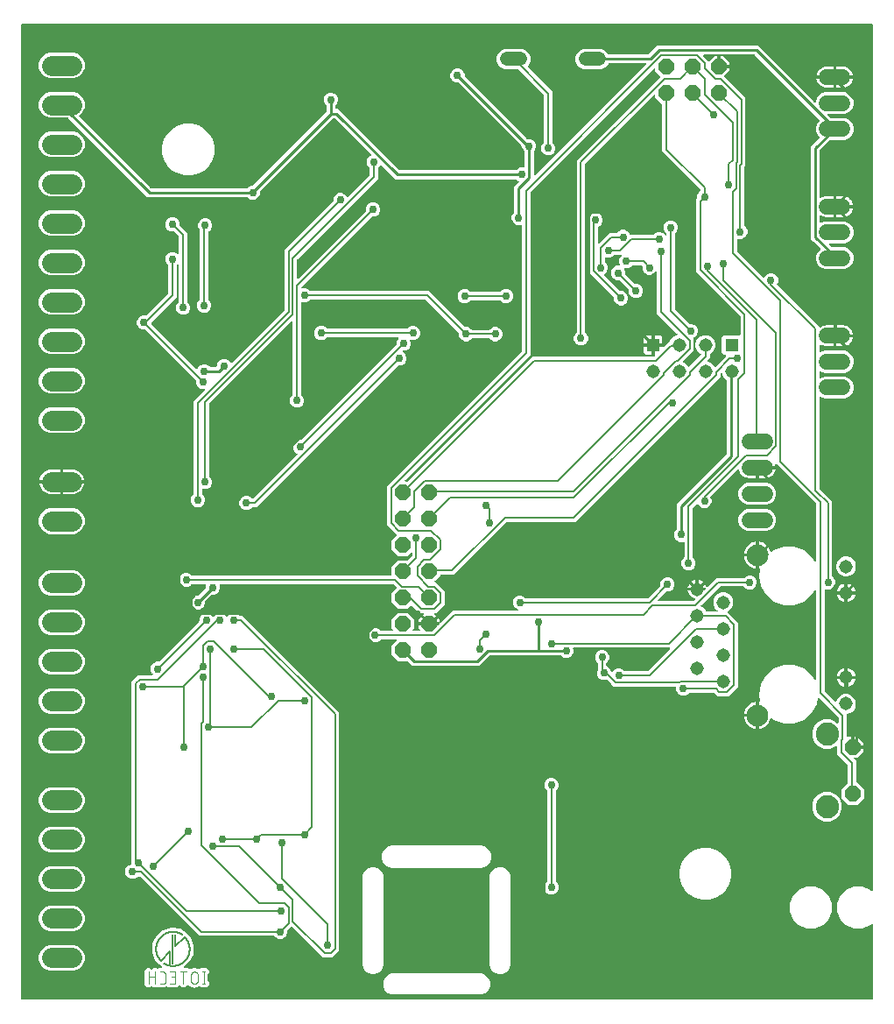
<source format=gbr>
G04 EAGLE Gerber RS-274X export*
G75*
%MOMM*%
%FSLAX34Y34*%
%LPD*%
%INBottom Copper*%
%IPPOS*%
%AMOC8*
5,1,8,0,0,1.08239X$1,22.5*%
G01*
%ADD10R,1.308000X1.308000*%
%ADD11C,1.308000*%
%ADD12C,2.100000*%
%ADD13C,1.524000*%
%ADD14C,0.127000*%
%ADD15C,0.101600*%
%ADD16P,1.649562X8X112.500000*%
%ADD17C,2.247900*%
%ADD18P,1.632244X8X22.500000*%
%ADD19C,1.320800*%
%ADD20C,1.905000*%
%ADD21P,1.632244X8X112.500000*%
%ADD22C,0.254000*%
%ADD23C,0.756400*%
%ADD24C,0.203200*%

G36*
X833336Y10926D02*
X833336Y10926D01*
X833355Y10924D01*
X833457Y10946D01*
X833559Y10962D01*
X833576Y10972D01*
X833596Y10976D01*
X833685Y11029D01*
X833776Y11078D01*
X833790Y11092D01*
X833807Y11102D01*
X833874Y11181D01*
X833946Y11256D01*
X833954Y11274D01*
X833967Y11289D01*
X834006Y11385D01*
X834049Y11479D01*
X834051Y11499D01*
X834059Y11517D01*
X834077Y11684D01*
X834077Y83502D01*
X834066Y83572D01*
X834064Y83644D01*
X834046Y83693D01*
X834038Y83744D01*
X834004Y83808D01*
X833979Y83875D01*
X833947Y83916D01*
X833922Y83962D01*
X833870Y84011D01*
X833826Y84067D01*
X833782Y84095D01*
X833744Y84131D01*
X833679Y84161D01*
X833619Y84200D01*
X833568Y84213D01*
X833521Y84235D01*
X833450Y84243D01*
X833380Y84260D01*
X833328Y84256D01*
X833277Y84262D01*
X833206Y84247D01*
X833135Y84241D01*
X833087Y84221D01*
X833036Y84210D01*
X832975Y84173D01*
X832909Y84145D01*
X832853Y84100D01*
X832825Y84083D01*
X832810Y84066D01*
X832778Y84040D01*
X831511Y82773D01*
X824042Y79679D01*
X815958Y79679D01*
X808489Y82773D01*
X802773Y88489D01*
X799679Y95958D01*
X799679Y104042D01*
X802773Y111511D01*
X808489Y117227D01*
X815958Y120321D01*
X824042Y120321D01*
X831511Y117227D01*
X832778Y115960D01*
X832836Y115918D01*
X832888Y115869D01*
X832935Y115847D01*
X832977Y115817D01*
X833046Y115795D01*
X833111Y115765D01*
X833163Y115760D01*
X833213Y115744D01*
X833284Y115746D01*
X833355Y115738D01*
X833406Y115749D01*
X833458Y115751D01*
X833526Y115775D01*
X833596Y115790D01*
X833641Y115817D01*
X833689Y115835D01*
X833745Y115880D01*
X833807Y115917D01*
X833841Y115956D01*
X833881Y115989D01*
X833920Y116049D01*
X833967Y116104D01*
X833986Y116152D01*
X834014Y116196D01*
X834032Y116265D01*
X834059Y116332D01*
X834067Y116403D01*
X834075Y116434D01*
X834073Y116457D01*
X834077Y116498D01*
X834077Y953316D01*
X834074Y953336D01*
X834076Y953355D01*
X834054Y953457D01*
X834038Y953559D01*
X834028Y953576D01*
X834024Y953596D01*
X833971Y953685D01*
X833922Y953776D01*
X833908Y953790D01*
X833898Y953807D01*
X833819Y953874D01*
X833744Y953946D01*
X833726Y953954D01*
X833711Y953967D01*
X833615Y954006D01*
X833521Y954049D01*
X833501Y954051D01*
X833483Y954059D01*
X833316Y954077D01*
X11684Y954077D01*
X11664Y954074D01*
X11645Y954076D01*
X11543Y954054D01*
X11441Y954038D01*
X11424Y954028D01*
X11404Y954024D01*
X11315Y953971D01*
X11224Y953922D01*
X11210Y953908D01*
X11193Y953898D01*
X11126Y953819D01*
X11054Y953744D01*
X11046Y953726D01*
X11033Y953711D01*
X10994Y953615D01*
X10951Y953521D01*
X10949Y953501D01*
X10941Y953483D01*
X10923Y953316D01*
X10923Y11684D01*
X10926Y11664D01*
X10924Y11645D01*
X10946Y11543D01*
X10962Y11441D01*
X10972Y11424D01*
X10976Y11404D01*
X11029Y11315D01*
X11078Y11224D01*
X11092Y11210D01*
X11102Y11193D01*
X11181Y11126D01*
X11256Y11054D01*
X11274Y11046D01*
X11289Y11033D01*
X11385Y10994D01*
X11479Y10951D01*
X11499Y10949D01*
X11517Y10941D01*
X11684Y10923D01*
X833316Y10923D01*
X833336Y10926D01*
G37*
%LPC*%
G36*
X810527Y199225D02*
X810527Y199225D01*
X804277Y205475D01*
X804277Y214313D01*
X810071Y220107D01*
X810124Y220181D01*
X810184Y220251D01*
X810196Y220281D01*
X810215Y220307D01*
X810242Y220394D01*
X810276Y220479D01*
X810280Y220520D01*
X810287Y220542D01*
X810286Y220574D01*
X810294Y220645D01*
X810294Y237819D01*
X810280Y237909D01*
X810272Y238000D01*
X810260Y238029D01*
X810255Y238061D01*
X810212Y238142D01*
X810176Y238226D01*
X810150Y238258D01*
X810139Y238279D01*
X810116Y238301D01*
X810071Y238357D01*
X800089Y248339D01*
X800089Y255543D01*
X800078Y255614D01*
X800076Y255685D01*
X800058Y255734D01*
X800050Y255786D01*
X800016Y255849D01*
X799991Y255916D01*
X799959Y255957D01*
X799934Y256003D01*
X799882Y256052D01*
X799838Y256108D01*
X799794Y256136D01*
X799756Y256172D01*
X799691Y256203D01*
X799631Y256241D01*
X799580Y256254D01*
X799533Y256276D01*
X799462Y256284D01*
X799392Y256301D01*
X799340Y256297D01*
X799289Y256303D01*
X799218Y256288D01*
X799147Y256282D01*
X799099Y256262D01*
X799048Y256251D01*
X798987Y256214D01*
X798921Y256186D01*
X798865Y256141D01*
X798837Y256125D01*
X798822Y256107D01*
X798790Y256081D01*
X798148Y255439D01*
X792896Y253264D01*
X787212Y253264D01*
X781960Y255439D01*
X777941Y259458D01*
X775766Y264710D01*
X775766Y270394D01*
X777941Y275646D01*
X781960Y279665D01*
X787212Y281840D01*
X792896Y281840D01*
X798148Y279665D01*
X799810Y278002D01*
X799868Y277961D01*
X799920Y277911D01*
X799968Y277889D01*
X800010Y277859D01*
X800078Y277838D01*
X800144Y277808D01*
X800195Y277802D01*
X800245Y277786D01*
X800317Y277788D01*
X800388Y277780D01*
X800439Y277791D01*
X800491Y277793D01*
X800558Y277817D01*
X800628Y277833D01*
X800673Y277859D01*
X800722Y277877D01*
X800778Y277922D01*
X800839Y277959D01*
X800873Y277998D01*
X800914Y278031D01*
X800953Y278091D01*
X800999Y278146D01*
X801019Y278194D01*
X801047Y278238D01*
X801064Y278307D01*
X801091Y278374D01*
X801099Y278445D01*
X801107Y278476D01*
X801105Y278500D01*
X801110Y278541D01*
X801110Y283741D01*
X801095Y283831D01*
X801088Y283922D01*
X801075Y283952D01*
X801070Y283984D01*
X801027Y284064D01*
X800992Y284148D01*
X800966Y284180D01*
X800955Y284201D01*
X800932Y284223D01*
X800887Y284279D01*
X782588Y302578D01*
X782584Y302581D01*
X782581Y302585D01*
X782484Y302653D01*
X782388Y302722D01*
X782383Y302723D01*
X782379Y302726D01*
X782266Y302759D01*
X782153Y302794D01*
X782148Y302794D01*
X782143Y302795D01*
X782026Y302791D01*
X781907Y302788D01*
X781902Y302786D01*
X781897Y302785D01*
X781788Y302744D01*
X781676Y302703D01*
X781672Y302700D01*
X781667Y302698D01*
X781577Y302624D01*
X781484Y302549D01*
X781482Y302545D01*
X781477Y302542D01*
X781415Y302442D01*
X781351Y302342D01*
X781350Y302337D01*
X781347Y302333D01*
X781300Y302172D01*
X780248Y296205D01*
X775250Y287548D01*
X767592Y281122D01*
X758198Y277703D01*
X748202Y277703D01*
X738808Y281122D01*
X736608Y282968D01*
X736572Y282990D01*
X736540Y283019D01*
X736467Y283052D01*
X736397Y283094D01*
X736355Y283103D01*
X736316Y283120D01*
X736236Y283128D01*
X736156Y283145D01*
X736114Y283141D01*
X736072Y283145D01*
X735993Y283127D01*
X735912Y283118D01*
X735873Y283100D01*
X735832Y283090D01*
X735762Y283048D01*
X735689Y283013D01*
X735658Y282984D01*
X735622Y282962D01*
X735570Y282899D01*
X735511Y282843D01*
X735491Y282806D01*
X735464Y282773D01*
X735401Y282635D01*
X735397Y282626D01*
X735396Y282623D01*
X735395Y282620D01*
X734785Y280744D01*
X733853Y278915D01*
X732647Y277254D01*
X731196Y275803D01*
X729535Y274597D01*
X727706Y273665D01*
X725754Y273030D01*
X724223Y272788D01*
X724223Y284988D01*
X724221Y285001D01*
X724222Y285012D01*
X724221Y285017D01*
X724222Y285027D01*
X724200Y285129D01*
X724183Y285231D01*
X724174Y285248D01*
X724170Y285268D01*
X724117Y285357D01*
X724068Y285448D01*
X724054Y285462D01*
X724044Y285479D01*
X723965Y285546D01*
X723890Y285617D01*
X723872Y285626D01*
X723857Y285639D01*
X723761Y285677D01*
X723667Y285721D01*
X723647Y285723D01*
X723629Y285731D01*
X723462Y285749D01*
X722699Y285749D01*
X722699Y285751D01*
X723462Y285751D01*
X723482Y285754D01*
X723501Y285752D01*
X723603Y285774D01*
X723705Y285791D01*
X723722Y285800D01*
X723742Y285804D01*
X723831Y285857D01*
X723922Y285906D01*
X723936Y285920D01*
X723953Y285930D01*
X724020Y286009D01*
X724091Y286084D01*
X724100Y286102D01*
X724113Y286117D01*
X724152Y286213D01*
X724195Y286307D01*
X724197Y286327D01*
X724205Y286345D01*
X724223Y286512D01*
X724223Y298712D01*
X724699Y298637D01*
X724721Y298637D01*
X724743Y298631D01*
X724844Y298638D01*
X724944Y298638D01*
X724966Y298645D01*
X724988Y298647D01*
X725082Y298685D01*
X725177Y298718D01*
X725195Y298731D01*
X725216Y298740D01*
X725292Y298806D01*
X725372Y298867D01*
X725385Y298886D01*
X725402Y298901D01*
X725453Y298988D01*
X725510Y299071D01*
X725516Y299093D01*
X725527Y299113D01*
X725548Y299211D01*
X725575Y299309D01*
X725573Y299331D01*
X725578Y299353D01*
X725567Y299521D01*
X724416Y306050D01*
X726152Y315895D01*
X731150Y324552D01*
X738808Y330978D01*
X748202Y334397D01*
X758198Y334397D01*
X767592Y330978D01*
X775250Y324552D01*
X778259Y319340D01*
X778289Y319303D01*
X778312Y319261D01*
X778367Y319209D01*
X778415Y319150D01*
X778455Y319125D01*
X778490Y319091D01*
X778559Y319060D01*
X778623Y319019D01*
X778670Y319008D01*
X778713Y318988D01*
X778788Y318979D01*
X778862Y318962D01*
X778910Y318966D01*
X778957Y318961D01*
X779032Y318977D01*
X779107Y318984D01*
X779151Y319003D01*
X779198Y319013D01*
X779263Y319052D01*
X779332Y319082D01*
X779368Y319115D01*
X779409Y319139D01*
X779458Y319197D01*
X779514Y319248D01*
X779538Y319290D01*
X779569Y319326D01*
X779597Y319397D01*
X779634Y319463D01*
X779643Y319510D01*
X779661Y319554D01*
X779675Y319683D01*
X779679Y319704D01*
X779678Y319711D01*
X779679Y319721D01*
X779679Y406679D01*
X779672Y406726D01*
X779673Y406774D01*
X779652Y406847D01*
X779640Y406922D01*
X779617Y406964D01*
X779603Y407010D01*
X779560Y407072D01*
X779524Y407139D01*
X779490Y407172D01*
X779462Y407211D01*
X779401Y407256D01*
X779346Y407309D01*
X779303Y407329D01*
X779264Y407357D01*
X779192Y407380D01*
X779123Y407412D01*
X779075Y407417D01*
X779030Y407432D01*
X778954Y407431D01*
X778879Y407439D01*
X778832Y407429D01*
X778784Y407428D01*
X778712Y407403D01*
X778638Y407387D01*
X778597Y407362D01*
X778552Y407346D01*
X778492Y407300D01*
X778427Y407261D01*
X778396Y407224D01*
X778358Y407195D01*
X778282Y407091D01*
X778267Y407074D01*
X778265Y407068D01*
X778259Y407060D01*
X775250Y401848D01*
X767592Y395422D01*
X758198Y392003D01*
X748202Y392003D01*
X738808Y395422D01*
X731150Y401848D01*
X726152Y410505D01*
X724416Y420350D01*
X725567Y426879D01*
X725568Y426902D01*
X725574Y426924D01*
X725569Y427024D01*
X725570Y427125D01*
X725563Y427147D01*
X725562Y427169D01*
X725526Y427263D01*
X725495Y427359D01*
X725481Y427377D01*
X725473Y427398D01*
X725408Y427476D01*
X725348Y427557D01*
X725330Y427570D01*
X725315Y427587D01*
X725229Y427640D01*
X725147Y427698D01*
X725125Y427704D01*
X725106Y427716D01*
X725007Y427739D01*
X724911Y427767D01*
X724888Y427766D01*
X724866Y427771D01*
X724699Y427763D01*
X724223Y427688D01*
X724223Y439127D01*
X731201Y439127D01*
X731258Y439136D01*
X731316Y439136D01*
X731379Y439156D01*
X731443Y439167D01*
X731495Y439194D01*
X731550Y439212D01*
X731633Y439267D01*
X731661Y439282D01*
X731671Y439292D01*
X731690Y439305D01*
X733506Y440829D01*
X733574Y440908D01*
X733646Y440984D01*
X733654Y441001D01*
X733666Y441015D01*
X733706Y441112D01*
X733750Y441207D01*
X733752Y441226D01*
X733759Y441243D01*
X733765Y441348D01*
X733777Y441451D01*
X733773Y441470D01*
X733774Y441489D01*
X733747Y441589D01*
X733725Y441692D01*
X733715Y441708D01*
X733710Y441726D01*
X733652Y441813D01*
X733599Y441903D01*
X733584Y441915D01*
X733574Y441931D01*
X733491Y441995D01*
X733412Y442063D01*
X733394Y442070D01*
X733379Y442081D01*
X733281Y442116D01*
X733183Y442155D01*
X733161Y442157D01*
X733147Y442162D01*
X733115Y442162D01*
X733017Y442173D01*
X724223Y442173D01*
X724223Y453612D01*
X725754Y453370D01*
X727706Y452735D01*
X729535Y451803D01*
X731196Y450597D01*
X732647Y449146D01*
X733853Y447485D01*
X734785Y445656D01*
X735395Y443780D01*
X735414Y443742D01*
X735426Y443701D01*
X735471Y443633D01*
X735508Y443561D01*
X735538Y443532D01*
X735562Y443496D01*
X735626Y443446D01*
X735684Y443390D01*
X735723Y443372D01*
X735756Y443346D01*
X735833Y443319D01*
X735906Y443284D01*
X735949Y443279D01*
X735989Y443265D01*
X736070Y443264D01*
X736151Y443254D01*
X736192Y443263D01*
X736235Y443263D01*
X736312Y443288D01*
X736391Y443304D01*
X736428Y443326D01*
X736469Y443339D01*
X736595Y443423D01*
X736604Y443428D01*
X736605Y443430D01*
X736608Y443432D01*
X738808Y445278D01*
X748202Y448697D01*
X758198Y448697D01*
X767592Y445278D01*
X775250Y438852D01*
X778259Y433640D01*
X778289Y433603D01*
X778312Y433561D01*
X778367Y433509D01*
X778415Y433450D01*
X778455Y433424D01*
X778490Y433391D01*
X778559Y433359D01*
X778623Y433319D01*
X778670Y433308D01*
X778713Y433288D01*
X778788Y433279D01*
X778862Y433262D01*
X778910Y433266D01*
X778957Y433261D01*
X779032Y433277D01*
X779107Y433284D01*
X779151Y433303D01*
X779198Y433313D01*
X779263Y433352D01*
X779332Y433382D01*
X779368Y433415D01*
X779409Y433439D01*
X779458Y433497D01*
X779514Y433548D01*
X779538Y433590D01*
X779569Y433626D01*
X779597Y433696D01*
X779634Y433763D01*
X779643Y433810D01*
X779661Y433854D01*
X779675Y433982D01*
X779679Y434004D01*
X779678Y434011D01*
X779679Y434021D01*
X779679Y489882D01*
X779665Y489972D01*
X779657Y490063D01*
X779645Y490093D01*
X779640Y490125D01*
X779597Y490205D01*
X779561Y490289D01*
X779535Y490321D01*
X779524Y490342D01*
X779501Y490364D01*
X779456Y490420D01*
X743504Y526372D01*
X741182Y528695D01*
X741127Y528735D01*
X741078Y528782D01*
X741027Y528806D01*
X740982Y528839D01*
X740917Y528858D01*
X740856Y528888D01*
X740800Y528894D01*
X740747Y528911D01*
X740679Y528909D01*
X740612Y528917D01*
X740557Y528906D01*
X740501Y528905D01*
X740437Y528881D01*
X740371Y528868D01*
X740323Y528839D01*
X740270Y528820D01*
X740217Y528778D01*
X740158Y528744D01*
X740122Y528701D01*
X740078Y528666D01*
X740041Y528609D01*
X739997Y528558D01*
X739975Y528507D01*
X739945Y528459D01*
X739928Y528394D01*
X739902Y528331D01*
X739899Y528275D01*
X739885Y528221D01*
X739890Y528153D01*
X739885Y528086D01*
X739901Y528008D01*
X739904Y527976D01*
X739912Y527957D01*
X739919Y527921D01*
X740031Y527579D01*
X740166Y526723D01*
X723262Y526723D01*
X723242Y526720D01*
X723223Y526722D01*
X723121Y526700D01*
X723019Y526683D01*
X723002Y526674D01*
X722982Y526670D01*
X722893Y526617D01*
X722802Y526568D01*
X722788Y526554D01*
X722771Y526544D01*
X722704Y526465D01*
X722633Y526390D01*
X722624Y526372D01*
X722611Y526357D01*
X722573Y526261D01*
X722529Y526167D01*
X722527Y526147D01*
X722519Y526129D01*
X722501Y525962D01*
X722501Y525199D01*
X721738Y525199D01*
X721718Y525196D01*
X721699Y525198D01*
X721597Y525176D01*
X721495Y525159D01*
X721478Y525150D01*
X721458Y525146D01*
X721369Y525093D01*
X721278Y525044D01*
X721264Y525030D01*
X721247Y525020D01*
X721180Y524941D01*
X721109Y524866D01*
X721100Y524848D01*
X721087Y524833D01*
X721048Y524737D01*
X721005Y524643D01*
X721003Y524623D01*
X720995Y524605D01*
X720977Y524438D01*
X720977Y515039D01*
X714080Y515039D01*
X712501Y515289D01*
X710980Y515784D01*
X709555Y516510D01*
X708261Y517450D01*
X707130Y518581D01*
X706190Y519875D01*
X705464Y521300D01*
X704969Y522821D01*
X704944Y522981D01*
X704940Y522992D01*
X704940Y523004D01*
X704902Y523109D01*
X704867Y523214D01*
X704860Y523224D01*
X704856Y523235D01*
X704786Y523322D01*
X704719Y523411D01*
X704709Y523418D01*
X704702Y523427D01*
X704608Y523488D01*
X704517Y523550D01*
X704505Y523554D01*
X704495Y523560D01*
X704387Y523587D01*
X704280Y523618D01*
X704268Y523617D01*
X704256Y523620D01*
X704146Y523612D01*
X704034Y523606D01*
X704023Y523602D01*
X704011Y523601D01*
X703909Y523558D01*
X703805Y523517D01*
X703796Y523510D01*
X703785Y523505D01*
X703654Y523400D01*
X677565Y497311D01*
X677497Y497216D01*
X677427Y497122D01*
X677425Y497116D01*
X677421Y497111D01*
X677387Y497000D01*
X677351Y496888D01*
X677351Y496882D01*
X677349Y496876D01*
X677352Y496759D01*
X677353Y496642D01*
X677355Y496635D01*
X677355Y496630D01*
X677362Y496613D01*
X677400Y496481D01*
X678320Y494260D01*
X678320Y491543D01*
X677280Y489032D01*
X675358Y487111D01*
X672848Y486071D01*
X670130Y486071D01*
X667620Y487111D01*
X665698Y489032D01*
X665392Y489772D01*
X665367Y489811D01*
X665352Y489854D01*
X665303Y489915D01*
X665262Y489981D01*
X665227Y490011D01*
X665198Y490046D01*
X665133Y490088D01*
X665073Y490138D01*
X665030Y490155D01*
X664991Y490179D01*
X664916Y490198D01*
X664843Y490226D01*
X664797Y490228D01*
X664753Y490239D01*
X664675Y490233D01*
X664597Y490237D01*
X664553Y490224D01*
X664507Y490220D01*
X664436Y490190D01*
X664361Y490168D01*
X664323Y490142D01*
X664281Y490124D01*
X664174Y490039D01*
X664159Y490028D01*
X664156Y490024D01*
X664150Y490019D01*
X660469Y486338D01*
X660416Y486264D01*
X660357Y486195D01*
X660345Y486165D01*
X660326Y486139D01*
X660299Y486051D01*
X660265Y485967D01*
X660260Y485926D01*
X660253Y485903D01*
X660254Y485871D01*
X660246Y485800D01*
X660246Y438603D01*
X660261Y438513D01*
X660268Y438422D01*
X660281Y438392D01*
X660286Y438360D01*
X660329Y438279D01*
X660364Y438195D01*
X660390Y438163D01*
X660401Y438143D01*
X660424Y438120D01*
X660469Y438064D01*
X661972Y436561D01*
X663012Y434051D01*
X663012Y431333D01*
X661972Y428823D01*
X660051Y426901D01*
X657540Y425861D01*
X654823Y425861D01*
X652312Y426901D01*
X650391Y428823D01*
X649351Y431333D01*
X649351Y434051D01*
X650391Y436561D01*
X651894Y438064D01*
X651947Y438138D01*
X652006Y438208D01*
X652019Y438238D01*
X652037Y438264D01*
X652064Y438351D01*
X652098Y438436D01*
X652103Y438477D01*
X652110Y438499D01*
X652109Y438531D01*
X652117Y438603D01*
X652117Y452988D01*
X652109Y453033D01*
X652111Y453079D01*
X652090Y453154D01*
X652077Y453231D01*
X652056Y453271D01*
X652043Y453315D01*
X651998Y453379D01*
X651962Y453448D01*
X651929Y453480D01*
X651902Y453517D01*
X651840Y453564D01*
X651784Y453617D01*
X651742Y453637D01*
X651705Y453664D01*
X651631Y453688D01*
X651561Y453721D01*
X651515Y453726D01*
X651471Y453740D01*
X651393Y453740D01*
X651316Y453748D01*
X651271Y453738D01*
X651225Y453738D01*
X651094Y453700D01*
X651076Y453696D01*
X651071Y453693D01*
X651064Y453691D01*
X650397Y453415D01*
X647679Y453415D01*
X645169Y454455D01*
X643247Y456376D01*
X642207Y458887D01*
X642207Y461604D01*
X643247Y464115D01*
X644496Y465364D01*
X644549Y465438D01*
X644609Y465507D01*
X644621Y465537D01*
X644640Y465564D01*
X644667Y465651D01*
X644701Y465735D01*
X644705Y465776D01*
X644712Y465799D01*
X644711Y465831D01*
X644719Y465902D01*
X644719Y489588D01*
X692460Y537328D01*
X692513Y537402D01*
X692572Y537472D01*
X692585Y537502D01*
X692603Y537528D01*
X692630Y537615D01*
X692664Y537700D01*
X692669Y537741D01*
X692676Y537763D01*
X692675Y537795D01*
X692683Y537867D01*
X692683Y609616D01*
X692668Y609706D01*
X692661Y609797D01*
X692648Y609827D01*
X692643Y609859D01*
X692600Y609940D01*
X692565Y610024D01*
X692539Y610056D01*
X692528Y610077D01*
X692505Y610099D01*
X692460Y610155D01*
X689821Y612793D01*
X688509Y615960D01*
X688485Y615999D01*
X688469Y616043D01*
X688421Y616103D01*
X688380Y616169D01*
X688344Y616199D01*
X688316Y616235D01*
X688250Y616277D01*
X688190Y616326D01*
X688147Y616343D01*
X688109Y616368D01*
X688033Y616387D01*
X687961Y616414D01*
X687915Y616416D01*
X687870Y616428D01*
X687793Y616422D01*
X687715Y616425D01*
X687671Y616412D01*
X687625Y616408D01*
X687553Y616378D01*
X687479Y616356D01*
X687441Y616330D01*
X687399Y616312D01*
X687292Y616227D01*
X687277Y616216D01*
X687274Y616212D01*
X687268Y616207D01*
X687002Y615942D01*
X686949Y615868D01*
X686890Y615798D01*
X686877Y615768D01*
X686859Y615742D01*
X686832Y615655D01*
X686798Y615570D01*
X686793Y615529D01*
X686786Y615507D01*
X686787Y615475D01*
X686779Y615404D01*
X686779Y612657D01*
X546631Y472509D01*
X480613Y472509D01*
X480523Y472494D01*
X480432Y472487D01*
X480403Y472474D01*
X480371Y472469D01*
X480290Y472426D01*
X480206Y472391D01*
X480174Y472365D01*
X480153Y472354D01*
X480131Y472331D01*
X480075Y472286D01*
X429273Y421484D01*
X416550Y421484D01*
X416530Y421481D01*
X416511Y421483D01*
X416409Y421461D01*
X416307Y421444D01*
X416290Y421435D01*
X416270Y421430D01*
X416181Y421377D01*
X416090Y421329D01*
X416076Y421315D01*
X416059Y421304D01*
X415992Y421226D01*
X415920Y421151D01*
X415912Y421133D01*
X415899Y421117D01*
X415860Y421021D01*
X415817Y420928D01*
X415815Y420908D01*
X415807Y420889D01*
X415789Y420723D01*
X415789Y420614D01*
X410780Y415605D01*
X410738Y415547D01*
X410689Y415495D01*
X410667Y415448D01*
X410636Y415406D01*
X410615Y415337D01*
X410585Y415272D01*
X410579Y415220D01*
X410564Y415170D01*
X410566Y415099D01*
X410558Y415028D01*
X410569Y414977D01*
X410570Y414925D01*
X410595Y414857D01*
X410610Y414787D01*
X410637Y414742D01*
X410655Y414694D01*
X410700Y414638D01*
X410736Y414576D01*
X410776Y414542D01*
X410809Y414502D01*
X410869Y414463D01*
X410923Y414416D01*
X410972Y414397D01*
X411015Y414369D01*
X411085Y414351D01*
X411152Y414324D01*
X411223Y414316D01*
X411254Y414308D01*
X411277Y414310D01*
X411318Y414306D01*
X411925Y414306D01*
X420429Y405802D01*
X420429Y393250D01*
X411925Y384746D01*
X410748Y384746D01*
X410678Y384734D01*
X410606Y384732D01*
X410557Y384714D01*
X410506Y384706D01*
X410442Y384672D01*
X410375Y384648D01*
X410334Y384615D01*
X410288Y384591D01*
X410239Y384539D01*
X410183Y384494D01*
X410155Y384450D01*
X410119Y384413D01*
X410089Y384348D01*
X410050Y384287D01*
X410037Y384237D01*
X410015Y384190D01*
X410007Y384118D01*
X409990Y384049D01*
X409994Y383997D01*
X409988Y383945D01*
X410003Y383875D01*
X410009Y383804D01*
X410029Y383756D01*
X410040Y383705D01*
X410077Y383643D01*
X410105Y383577D01*
X410150Y383521D01*
X410167Y383494D01*
X410184Y383478D01*
X410210Y383446D01*
X415281Y378376D01*
X415281Y375924D01*
X415292Y375853D01*
X415294Y375781D01*
X415312Y375733D01*
X415320Y375681D01*
X415324Y375675D01*
X415313Y375678D01*
X415247Y375705D01*
X415175Y375713D01*
X415144Y375720D01*
X415121Y375719D01*
X415080Y375723D01*
X405962Y375723D01*
X405942Y375720D01*
X405923Y375722D01*
X405821Y375700D01*
X405719Y375683D01*
X405702Y375674D01*
X405682Y375670D01*
X405593Y375617D01*
X405502Y375568D01*
X405488Y375554D01*
X405471Y375544D01*
X405404Y375465D01*
X405333Y375390D01*
X405324Y375372D01*
X405311Y375357D01*
X405273Y375261D01*
X405229Y375167D01*
X405227Y375147D01*
X405219Y375129D01*
X405201Y374962D01*
X405201Y373438D01*
X405204Y373418D01*
X405202Y373399D01*
X405224Y373297D01*
X405241Y373195D01*
X405250Y373178D01*
X405254Y373158D01*
X405307Y373069D01*
X405356Y372978D01*
X405370Y372964D01*
X405380Y372947D01*
X405459Y372880D01*
X405534Y372809D01*
X405552Y372800D01*
X405567Y372787D01*
X405663Y372748D01*
X405757Y372705D01*
X405777Y372703D01*
X405795Y372695D01*
X405962Y372677D01*
X413556Y372677D01*
X413646Y372692D01*
X413737Y372699D01*
X413767Y372711D01*
X413799Y372717D01*
X413880Y372759D01*
X413963Y372795D01*
X413996Y372821D01*
X414016Y372832D01*
X414038Y372855D01*
X414094Y372900D01*
X415618Y374424D01*
X415660Y374482D01*
X415710Y374534D01*
X415732Y374581D01*
X415762Y374623D01*
X415783Y374692D01*
X415813Y374757D01*
X415819Y374809D01*
X415834Y374858D01*
X415832Y374930D01*
X415840Y375001D01*
X415829Y375052D01*
X415828Y375104D01*
X415803Y375172D01*
X415795Y375210D01*
X415837Y375191D01*
X415908Y375183D01*
X415978Y375165D01*
X416030Y375169D01*
X416081Y375164D01*
X416152Y375179D01*
X416223Y375185D01*
X416271Y375205D01*
X416322Y375216D01*
X416383Y375253D01*
X416449Y375281D01*
X416505Y375326D01*
X416533Y375342D01*
X416548Y375360D01*
X416580Y375386D01*
X427947Y386752D01*
X490976Y386752D01*
X491072Y386768D01*
X491169Y386777D01*
X491193Y386788D01*
X491219Y386792D01*
X491305Y386837D01*
X491394Y386877D01*
X491413Y386895D01*
X491436Y386907D01*
X491503Y386978D01*
X491575Y387044D01*
X491588Y387066D01*
X491606Y387085D01*
X491647Y387174D01*
X491694Y387259D01*
X491698Y387285D01*
X491709Y387308D01*
X491720Y387405D01*
X491737Y387501D01*
X491734Y387527D01*
X491736Y387553D01*
X491716Y387648D01*
X491702Y387744D01*
X491690Y387768D01*
X491684Y387793D01*
X491634Y387877D01*
X491590Y387964D01*
X491571Y387982D01*
X491558Y388004D01*
X491484Y388068D01*
X491415Y388136D01*
X491386Y388152D01*
X491371Y388164D01*
X491340Y388177D01*
X491268Y388217D01*
X489032Y389143D01*
X487111Y391064D01*
X486071Y393575D01*
X486071Y396292D01*
X487111Y398803D01*
X489032Y400724D01*
X491543Y401764D01*
X494260Y401764D01*
X496771Y400724D01*
X498274Y399221D01*
X498348Y399168D01*
X498417Y399109D01*
X498447Y399096D01*
X498474Y399078D01*
X498561Y399051D01*
X498645Y399017D01*
X498686Y399012D01*
X498709Y399005D01*
X498741Y399006D01*
X498812Y398998D01*
X616424Y398998D01*
X616514Y399013D01*
X616605Y399020D01*
X616635Y399033D01*
X616667Y399038D01*
X616747Y399081D01*
X616831Y399116D01*
X616863Y399142D01*
X616884Y399153D01*
X616906Y399176D01*
X616962Y399221D01*
X628718Y410977D01*
X628771Y411051D01*
X628830Y411120D01*
X628842Y411150D01*
X628861Y411176D01*
X628888Y411263D01*
X628922Y411348D01*
X628927Y411389D01*
X628934Y411411D01*
X628933Y411444D01*
X628941Y411515D01*
X628941Y413641D01*
X629981Y416151D01*
X631902Y418073D01*
X634413Y419113D01*
X637130Y419113D01*
X639641Y418073D01*
X641562Y416151D01*
X642602Y413641D01*
X642602Y410923D01*
X641562Y408413D01*
X639641Y406491D01*
X637130Y405451D01*
X635004Y405451D01*
X634914Y405437D01*
X634823Y405429D01*
X634794Y405417D01*
X634762Y405412D01*
X634681Y405369D01*
X634597Y405333D01*
X634565Y405307D01*
X634544Y405296D01*
X634522Y405273D01*
X634466Y405228D01*
X626474Y397236D01*
X626432Y397178D01*
X626383Y397126D01*
X626361Y397079D01*
X626331Y397037D01*
X626310Y396968D01*
X626279Y396903D01*
X626274Y396851D01*
X626258Y396801D01*
X626260Y396730D01*
X626252Y396659D01*
X626263Y396608D01*
X626265Y396556D01*
X626289Y396488D01*
X626304Y396418D01*
X626331Y396374D01*
X626349Y396325D01*
X626394Y396269D01*
X626431Y396207D01*
X626470Y396173D01*
X626503Y396133D01*
X626563Y396094D01*
X626618Y396047D01*
X626666Y396028D01*
X626710Y396000D01*
X626779Y395982D01*
X626846Y395955D01*
X626917Y395947D01*
X626948Y395939D01*
X626971Y395941D01*
X627012Y395937D01*
X660306Y395937D01*
X660396Y395951D01*
X660487Y395959D01*
X660516Y395971D01*
X660548Y395976D01*
X660629Y396019D01*
X660713Y396055D01*
X660745Y396081D01*
X660766Y396092D01*
X660788Y396115D01*
X660844Y396160D01*
X662230Y397546D01*
X662300Y397643D01*
X662371Y397740D01*
X662372Y397743D01*
X662373Y397745D01*
X662409Y397860D01*
X662445Y397974D01*
X662445Y397978D01*
X662446Y397981D01*
X662443Y398101D01*
X662441Y398220D01*
X662440Y398223D01*
X662439Y398226D01*
X662398Y398340D01*
X662358Y398452D01*
X662356Y398455D01*
X662355Y398457D01*
X662279Y398552D01*
X662206Y398645D01*
X662203Y398647D01*
X662201Y398650D01*
X662099Y398715D01*
X662000Y398780D01*
X661997Y398781D01*
X661994Y398783D01*
X661983Y398785D01*
X661840Y398831D01*
X661651Y398868D01*
X659999Y399553D01*
X658511Y400547D01*
X657247Y401811D01*
X656253Y403299D01*
X655568Y404951D01*
X655344Y406077D01*
X663538Y406077D01*
X663558Y406080D01*
X663577Y406078D01*
X663679Y406100D01*
X663781Y406117D01*
X663798Y406126D01*
X663818Y406130D01*
X663907Y406183D01*
X663998Y406232D01*
X664012Y406246D01*
X664029Y406256D01*
X664096Y406335D01*
X664167Y406410D01*
X664176Y406428D01*
X664189Y406443D01*
X664227Y406539D01*
X664271Y406633D01*
X664273Y406653D01*
X664281Y406671D01*
X664299Y406838D01*
X664299Y407601D01*
X664301Y407601D01*
X664301Y406838D01*
X664304Y406818D01*
X664302Y406799D01*
X664324Y406697D01*
X664341Y406595D01*
X664350Y406578D01*
X664354Y406558D01*
X664407Y406469D01*
X664456Y406378D01*
X664470Y406364D01*
X664480Y406347D01*
X664559Y406280D01*
X664634Y406209D01*
X664652Y406200D01*
X664667Y406187D01*
X664763Y406148D01*
X664857Y406105D01*
X664877Y406103D01*
X664895Y406095D01*
X665062Y406077D01*
X670446Y406077D01*
X670536Y406092D01*
X670627Y406099D01*
X670656Y406111D01*
X670688Y406117D01*
X670769Y406159D01*
X670853Y406195D01*
X670885Y406221D01*
X670906Y406232D01*
X670928Y406255D01*
X670984Y406300D01*
X672508Y407824D01*
X672550Y407882D01*
X672599Y407934D01*
X672621Y407981D01*
X672651Y408023D01*
X672672Y408092D01*
X672703Y408157D01*
X672708Y408209D01*
X672724Y408258D01*
X672722Y408330D01*
X672730Y408401D01*
X672719Y408452D01*
X672717Y408504D01*
X672693Y408572D01*
X672677Y408642D01*
X672651Y408686D01*
X672633Y408735D01*
X672588Y408791D01*
X672551Y408853D01*
X672512Y408887D01*
X672479Y408927D01*
X672419Y408966D01*
X672364Y409013D01*
X672316Y409032D01*
X672272Y409060D01*
X672203Y409078D01*
X672136Y409105D01*
X672065Y409113D01*
X672034Y409120D01*
X672010Y409119D01*
X671970Y409123D01*
X665823Y409123D01*
X665823Y416556D01*
X666949Y416332D01*
X668601Y415647D01*
X670089Y414653D01*
X671353Y413389D01*
X672347Y411901D01*
X673032Y410249D01*
X673069Y410060D01*
X673112Y409947D01*
X673153Y409835D01*
X673155Y409833D01*
X673156Y409830D01*
X673233Y409735D01*
X673306Y409643D01*
X673309Y409641D01*
X673311Y409639D01*
X673413Y409574D01*
X673513Y409510D01*
X673516Y409509D01*
X673519Y409507D01*
X673636Y409479D01*
X673752Y409450D01*
X673755Y409450D01*
X673758Y409449D01*
X673879Y409460D01*
X673997Y409469D01*
X674000Y409470D01*
X674003Y409470D01*
X674115Y409519D01*
X674223Y409565D01*
X674226Y409568D01*
X674228Y409569D01*
X674237Y409576D01*
X674354Y409670D01*
X683072Y418388D01*
X709460Y418388D01*
X709550Y418402D01*
X709641Y418410D01*
X709671Y418422D01*
X709703Y418427D01*
X709783Y418470D01*
X709867Y418506D01*
X709899Y418532D01*
X709920Y418543D01*
X709942Y418566D01*
X709998Y418611D01*
X711501Y420114D01*
X714012Y421154D01*
X716729Y421154D01*
X719240Y420114D01*
X721161Y418192D01*
X722201Y415682D01*
X722201Y412964D01*
X721161Y410454D01*
X719240Y408532D01*
X716729Y407492D01*
X714012Y407492D01*
X711501Y408532D01*
X709998Y410035D01*
X709924Y410088D01*
X709855Y410148D01*
X709825Y410160D01*
X709798Y410179D01*
X709711Y410206D01*
X709627Y410240D01*
X709586Y410244D01*
X709563Y410251D01*
X709531Y410250D01*
X709460Y410258D01*
X686754Y410258D01*
X686664Y410244D01*
X686573Y410236D01*
X686544Y410224D01*
X686512Y410219D01*
X686431Y410176D01*
X686347Y410140D01*
X686315Y410114D01*
X686294Y410103D01*
X686272Y410080D01*
X686216Y410035D01*
X668259Y392078D01*
X668232Y392041D01*
X668198Y392010D01*
X668185Y391986D01*
X668176Y391976D01*
X668158Y391937D01*
X668116Y391878D01*
X668102Y391835D01*
X668080Y391794D01*
X668073Y391754D01*
X668072Y391753D01*
X668072Y391748D01*
X668066Y391718D01*
X668043Y391643D01*
X668044Y391597D01*
X668036Y391552D01*
X668047Y391475D01*
X668050Y391397D01*
X668065Y391354D01*
X668072Y391309D01*
X668107Y391240D01*
X668134Y391166D01*
X668163Y391131D01*
X668183Y391090D01*
X668239Y391035D01*
X668288Y390974D01*
X668326Y390950D01*
X668359Y390917D01*
X668479Y390851D01*
X668495Y390841D01*
X668499Y390840D01*
X668506Y390837D01*
X669732Y390329D01*
X672429Y387632D01*
X673021Y386202D01*
X673083Y386102D01*
X673143Y386002D01*
X673147Y385998D01*
X673151Y385993D01*
X673241Y385918D01*
X673330Y385842D01*
X673335Y385840D01*
X673340Y385836D01*
X673449Y385794D01*
X673558Y385750D01*
X673565Y385749D01*
X673570Y385748D01*
X673588Y385747D01*
X673725Y385732D01*
X683570Y385732D01*
X683641Y385743D01*
X683712Y385745D01*
X683761Y385763D01*
X683813Y385771D01*
X683876Y385805D01*
X683943Y385830D01*
X683984Y385862D01*
X684030Y385887D01*
X684079Y385939D01*
X684135Y385983D01*
X684164Y386027D01*
X684199Y386065D01*
X684230Y386130D01*
X684268Y386190D01*
X684281Y386241D01*
X684303Y386288D01*
X684311Y386359D01*
X684328Y386429D01*
X684324Y386481D01*
X684330Y386532D01*
X684315Y386603D01*
X684309Y386674D01*
X684289Y386722D01*
X684278Y386773D01*
X684241Y386834D01*
X684213Y386900D01*
X684168Y386956D01*
X684152Y386984D01*
X684134Y386999D01*
X684108Y387031D01*
X681571Y389568D01*
X680111Y393093D01*
X680111Y396907D01*
X681571Y400432D01*
X684268Y403129D01*
X687793Y404589D01*
X691607Y404589D01*
X695132Y403129D01*
X697829Y400432D01*
X699289Y396907D01*
X699289Y393093D01*
X697829Y389568D01*
X695132Y386871D01*
X694283Y386520D01*
X694244Y386496D01*
X694201Y386480D01*
X694140Y386431D01*
X694074Y386390D01*
X694045Y386355D01*
X694009Y386326D01*
X693967Y386261D01*
X693917Y386201D01*
X693901Y386158D01*
X693876Y386119D01*
X693857Y386044D01*
X693829Y385971D01*
X693827Y385925D01*
X693816Y385881D01*
X693822Y385803D01*
X693819Y385725D01*
X693832Y385681D01*
X693835Y385635D01*
X693866Y385564D01*
X693887Y385489D01*
X693914Y385451D01*
X693931Y385409D01*
X694017Y385302D01*
X694028Y385287D01*
X694032Y385284D01*
X694036Y385278D01*
X704128Y375187D01*
X704128Y313651D01*
X694603Y304126D01*
X684092Y304126D01*
X681254Y306965D01*
X681180Y307018D01*
X681110Y307077D01*
X681080Y307090D01*
X681054Y307108D01*
X680967Y307135D01*
X680882Y307169D01*
X680841Y307174D01*
X680819Y307181D01*
X680787Y307180D01*
X680716Y307188D01*
X656990Y307188D01*
X656900Y307173D01*
X656809Y307166D01*
X656779Y307153D01*
X656747Y307148D01*
X656666Y307105D01*
X656582Y307070D01*
X656550Y307044D01*
X656530Y307033D01*
X656507Y307010D01*
X656451Y306965D01*
X654948Y305462D01*
X652438Y304422D01*
X649720Y304422D01*
X647210Y305462D01*
X645288Y307383D01*
X644248Y309894D01*
X644248Y312550D01*
X644245Y312569D01*
X644247Y312589D01*
X644225Y312690D01*
X644209Y312792D01*
X644199Y312810D01*
X644195Y312829D01*
X644142Y312918D01*
X644093Y313010D01*
X644079Y313023D01*
X644069Y313040D01*
X643990Y313108D01*
X643915Y313179D01*
X643897Y313187D01*
X643882Y313200D01*
X643786Y313239D01*
X643692Y313283D01*
X643672Y313285D01*
X643654Y313292D01*
X643487Y313311D01*
X584083Y313311D01*
X581479Y315915D01*
X577508Y319886D01*
X577412Y319955D01*
X577319Y320024D01*
X577313Y320026D01*
X577308Y320030D01*
X577197Y320064D01*
X577085Y320101D01*
X577079Y320101D01*
X577073Y320102D01*
X576956Y320099D01*
X576839Y320098D01*
X576832Y320096D01*
X576827Y320096D01*
X576810Y320090D01*
X576678Y320051D01*
X575900Y319729D01*
X573183Y319729D01*
X570672Y320769D01*
X568751Y322691D01*
X567711Y325201D01*
X567711Y327919D01*
X568378Y329529D01*
X568393Y329593D01*
X568417Y329654D01*
X568426Y329737D01*
X568434Y329769D01*
X568432Y329788D01*
X568436Y329820D01*
X568436Y335957D01*
X568421Y336047D01*
X568414Y336138D01*
X568401Y336168D01*
X568396Y336200D01*
X568353Y336280D01*
X568318Y336364D01*
X568292Y336396D01*
X568281Y336417D01*
X568258Y336439D01*
X568242Y336459D01*
X568237Y336467D01*
X568231Y336472D01*
X568213Y336495D01*
X566710Y337998D01*
X565670Y340509D01*
X565670Y343226D01*
X566710Y345737D01*
X568631Y347658D01*
X571142Y348698D01*
X573859Y348698D01*
X576370Y347658D01*
X578291Y345737D01*
X579331Y343226D01*
X579331Y340509D01*
X578291Y337998D01*
X576788Y336495D01*
X576743Y336433D01*
X576717Y336405D01*
X576712Y336394D01*
X576676Y336352D01*
X576663Y336322D01*
X576645Y336295D01*
X576618Y336208D01*
X576584Y336124D01*
X576579Y336083D01*
X576572Y336060D01*
X576573Y336028D01*
X576565Y335957D01*
X576565Y333624D01*
X576584Y333509D01*
X576601Y333393D01*
X576604Y333387D01*
X576605Y333381D01*
X576659Y333279D01*
X576713Y333174D01*
X576717Y333169D01*
X576720Y333164D01*
X576804Y333084D01*
X576888Y333001D01*
X576895Y332998D01*
X576898Y332994D01*
X576915Y332987D01*
X577035Y332921D01*
X578411Y332351D01*
X580332Y330429D01*
X581404Y327841D01*
X581442Y327780D01*
X581471Y327715D01*
X581507Y327676D01*
X581534Y327632D01*
X581589Y327586D01*
X581638Y327533D01*
X581683Y327508D01*
X581723Y327475D01*
X581790Y327449D01*
X581853Y327415D01*
X581905Y327406D01*
X581953Y327387D01*
X582025Y327384D01*
X582095Y327371D01*
X582147Y327379D01*
X582199Y327377D01*
X582268Y327397D01*
X582339Y327407D01*
X582385Y327431D01*
X582435Y327445D01*
X582494Y327486D01*
X582558Y327518D01*
X582594Y327556D01*
X582637Y327585D01*
X582680Y327643D01*
X582730Y327694D01*
X582765Y327757D01*
X582784Y327783D01*
X582791Y327805D01*
X582811Y327841D01*
X583038Y328388D01*
X584959Y330310D01*
X587470Y331350D01*
X590187Y331350D01*
X592698Y330310D01*
X594201Y328807D01*
X594275Y328754D01*
X594344Y328694D01*
X594374Y328682D01*
X594401Y328663D01*
X594488Y328636D01*
X594572Y328602D01*
X594613Y328598D01*
X594636Y328591D01*
X594668Y328592D01*
X594739Y328584D01*
X616424Y328584D01*
X616514Y328598D01*
X616605Y328606D01*
X616635Y328618D01*
X616667Y328623D01*
X616747Y328666D01*
X616831Y328702D01*
X616863Y328728D01*
X616884Y328739D01*
X616906Y328762D01*
X616962Y328807D01*
X637925Y349770D01*
X637967Y349828D01*
X638017Y349880D01*
X638039Y349927D01*
X638069Y349969D01*
X638090Y350038D01*
X638120Y350103D01*
X638126Y350155D01*
X638141Y350205D01*
X638139Y350276D01*
X638147Y350347D01*
X638136Y350398D01*
X638135Y350450D01*
X638110Y350518D01*
X638095Y350588D01*
X638068Y350633D01*
X638050Y350681D01*
X638006Y350737D01*
X637969Y350799D01*
X637929Y350833D01*
X637897Y350873D01*
X637836Y350912D01*
X637782Y350959D01*
X637734Y350978D01*
X637690Y351006D01*
X637620Y351024D01*
X637554Y351051D01*
X637482Y351059D01*
X637451Y351067D01*
X637428Y351065D01*
X637387Y351069D01*
X545061Y351069D01*
X545016Y351062D01*
X544970Y351064D01*
X544895Y351042D01*
X544818Y351030D01*
X544778Y351008D01*
X544734Y350995D01*
X544670Y350951D01*
X544601Y350914D01*
X544569Y350881D01*
X544532Y350855D01*
X544485Y350793D01*
X544432Y350736D01*
X544412Y350694D01*
X544385Y350658D01*
X544361Y350584D01*
X544328Y350513D01*
X544323Y350467D01*
X544309Y350424D01*
X544309Y350346D01*
X544301Y350269D01*
X544311Y350224D01*
X544311Y350178D01*
X544349Y350046D01*
X544353Y350028D01*
X544356Y350024D01*
X544358Y350017D01*
X544634Y349349D01*
X544634Y346632D01*
X543594Y344121D01*
X541673Y342200D01*
X539162Y341160D01*
X536445Y341160D01*
X533934Y342200D01*
X532685Y343449D01*
X532611Y343502D01*
X532542Y343561D01*
X532512Y343573D01*
X532485Y343592D01*
X532398Y343619D01*
X532314Y343653D01*
X532273Y343658D01*
X532250Y343665D01*
X532218Y343664D01*
X532147Y343672D01*
X464391Y343672D01*
X464301Y343657D01*
X464210Y343650D01*
X464180Y343637D01*
X464148Y343632D01*
X464067Y343589D01*
X463983Y343554D01*
X463951Y343528D01*
X463931Y343517D01*
X463908Y343494D01*
X463852Y343449D01*
X453870Y333467D01*
X389063Y333467D01*
X384541Y337988D01*
X384467Y338041D01*
X384398Y338101D01*
X384368Y338113D01*
X384341Y338132D01*
X384254Y338159D01*
X384170Y338193D01*
X384129Y338197D01*
X384106Y338204D01*
X384074Y338203D01*
X384003Y338211D01*
X375414Y338211D01*
X369211Y344414D01*
X369211Y353186D01*
X373959Y357934D01*
X374001Y357992D01*
X374050Y358044D01*
X374072Y358091D01*
X374103Y358133D01*
X374124Y358202D01*
X374154Y358267D01*
X374160Y358319D01*
X374175Y358369D01*
X374173Y358440D01*
X374181Y358511D01*
X374170Y358562D01*
X374169Y358614D01*
X374144Y358682D01*
X374129Y358752D01*
X374102Y358797D01*
X374084Y358845D01*
X374039Y358901D01*
X374003Y358963D01*
X373963Y358997D01*
X373930Y359037D01*
X373870Y359076D01*
X373816Y359123D01*
X373767Y359142D01*
X373724Y359170D01*
X373654Y359188D01*
X373587Y359215D01*
X373516Y359223D01*
X373485Y359231D01*
X373462Y359229D01*
X373421Y359233D01*
X359004Y359233D01*
X358914Y359219D01*
X358823Y359211D01*
X358793Y359199D01*
X358761Y359194D01*
X358680Y359151D01*
X358596Y359115D01*
X358564Y359089D01*
X358544Y359078D01*
X358521Y359055D01*
X358465Y359010D01*
X356962Y357507D01*
X354452Y356467D01*
X351734Y356467D01*
X349224Y357507D01*
X347302Y359429D01*
X346262Y361939D01*
X346262Y364657D01*
X347302Y367167D01*
X349224Y369089D01*
X351734Y370129D01*
X354452Y370129D01*
X356962Y369089D01*
X358465Y367586D01*
X358539Y367533D01*
X358609Y367473D01*
X358639Y367461D01*
X358665Y367442D01*
X358752Y367415D01*
X358837Y367381D01*
X358878Y367377D01*
X358900Y367370D01*
X358932Y367371D01*
X359004Y367363D01*
X369825Y367363D01*
X369895Y367374D01*
X369967Y367376D01*
X370016Y367394D01*
X370068Y367402D01*
X370131Y367436D01*
X370198Y367461D01*
X370239Y367493D01*
X370285Y367518D01*
X370334Y367570D01*
X370390Y367614D01*
X370418Y367658D01*
X370454Y367696D01*
X370484Y367761D01*
X370523Y367821D01*
X370536Y367872D01*
X370558Y367919D01*
X370566Y367990D01*
X370583Y368060D01*
X370579Y368112D01*
X370585Y368163D01*
X370570Y368234D01*
X370564Y368305D01*
X370544Y368353D01*
X370533Y368404D01*
X370496Y368465D01*
X370468Y368531D01*
X370423Y368587D01*
X370407Y368615D01*
X370389Y368630D01*
X370363Y368662D01*
X369211Y369814D01*
X369211Y378586D01*
X375414Y384789D01*
X384186Y384789D01*
X390389Y378586D01*
X390389Y369814D01*
X389237Y368662D01*
X389195Y368604D01*
X389146Y368552D01*
X389124Y368505D01*
X389093Y368463D01*
X389072Y368394D01*
X389042Y368329D01*
X389036Y368277D01*
X389021Y368227D01*
X389023Y368156D01*
X389015Y368085D01*
X389026Y368034D01*
X389027Y367982D01*
X389052Y367914D01*
X389067Y367844D01*
X389094Y367799D01*
X389112Y367751D01*
X389157Y367695D01*
X389193Y367633D01*
X389233Y367599D01*
X389266Y367559D01*
X389326Y367520D01*
X389380Y367473D01*
X389429Y367454D01*
X389472Y367426D01*
X389542Y367408D01*
X389609Y367381D01*
X389680Y367373D01*
X389711Y367365D01*
X389734Y367367D01*
X389775Y367363D01*
X395943Y367363D01*
X396014Y367374D01*
X396086Y367376D01*
X396135Y367394D01*
X396186Y367402D01*
X396249Y367436D01*
X396317Y367461D01*
X396357Y367493D01*
X396403Y367518D01*
X396453Y367570D01*
X396509Y367614D01*
X396537Y367658D01*
X396573Y367696D01*
X396603Y367761D01*
X396642Y367821D01*
X396654Y367872D01*
X396676Y367919D01*
X396684Y367990D01*
X396702Y368060D01*
X396698Y368112D01*
X396703Y368163D01*
X396688Y368234D01*
X396683Y368305D01*
X396662Y368353D01*
X396651Y368404D01*
X396614Y368465D01*
X396586Y368531D01*
X396541Y368587D01*
X396525Y368615D01*
X396507Y368630D01*
X396481Y368662D01*
X395119Y370024D01*
X395119Y372677D01*
X404438Y372677D01*
X404458Y372680D01*
X404477Y372678D01*
X404579Y372700D01*
X404681Y372717D01*
X404698Y372726D01*
X404718Y372730D01*
X404807Y372783D01*
X404898Y372832D01*
X404912Y372846D01*
X404929Y372856D01*
X404996Y372935D01*
X405067Y373010D01*
X405076Y373028D01*
X405089Y373043D01*
X405127Y373139D01*
X405171Y373233D01*
X405173Y373253D01*
X405181Y373271D01*
X405199Y373438D01*
X405199Y374962D01*
X405196Y374982D01*
X405198Y375001D01*
X405176Y375103D01*
X405159Y375205D01*
X405150Y375222D01*
X405146Y375242D01*
X405093Y375331D01*
X405044Y375422D01*
X405030Y375436D01*
X405020Y375453D01*
X404941Y375520D01*
X404866Y375591D01*
X404848Y375600D01*
X404833Y375613D01*
X404737Y375652D01*
X404643Y375695D01*
X404623Y375697D01*
X404605Y375705D01*
X404438Y375723D01*
X395119Y375723D01*
X395119Y378376D01*
X400190Y383446D01*
X400232Y383504D01*
X400281Y383556D01*
X400303Y383604D01*
X400333Y383646D01*
X400355Y383714D01*
X400385Y383780D01*
X400391Y383831D01*
X400406Y383881D01*
X400404Y383953D01*
X400412Y384024D01*
X400401Y384075D01*
X400399Y384127D01*
X400375Y384194D01*
X400360Y384264D01*
X400333Y384309D01*
X400315Y384358D01*
X400270Y384414D01*
X400233Y384475D01*
X400194Y384509D01*
X400161Y384550D01*
X400101Y384589D01*
X400047Y384635D01*
X399998Y384655D01*
X399954Y384683D01*
X399885Y384700D01*
X399818Y384727D01*
X399747Y384735D01*
X399716Y384743D01*
X399693Y384741D01*
X399652Y384746D01*
X396311Y384746D01*
X388654Y392403D01*
X388638Y392415D01*
X388626Y392430D01*
X388538Y392486D01*
X388454Y392546D01*
X388435Y392552D01*
X388419Y392563D01*
X388318Y392588D01*
X388219Y392619D01*
X388199Y392618D01*
X388180Y392623D01*
X388077Y392615D01*
X387974Y392612D01*
X387955Y392606D01*
X387935Y392604D01*
X387840Y392564D01*
X387742Y392528D01*
X387727Y392515D01*
X387709Y392508D01*
X387578Y392403D01*
X384186Y389011D01*
X375414Y389011D01*
X369211Y395214D01*
X369211Y403986D01*
X373623Y408398D01*
X373635Y408414D01*
X373651Y408427D01*
X373707Y408514D01*
X373767Y408598D01*
X373773Y408617D01*
X373784Y408634D01*
X373809Y408734D01*
X373839Y408833D01*
X373839Y408853D01*
X373844Y408872D01*
X373836Y408975D01*
X373833Y409079D01*
X373826Y409098D01*
X373825Y409117D01*
X373784Y409212D01*
X373749Y409310D01*
X373736Y409325D01*
X373728Y409344D01*
X373623Y409475D01*
X371022Y412076D01*
X370948Y412129D01*
X370878Y412189D01*
X370848Y412201D01*
X370822Y412220D01*
X370735Y412247D01*
X370650Y412281D01*
X370609Y412285D01*
X370587Y412292D01*
X370555Y412291D01*
X370484Y412299D01*
X203194Y412299D01*
X203148Y412292D01*
X203102Y412294D01*
X203028Y412272D01*
X202951Y412260D01*
X202910Y412238D01*
X202866Y412225D01*
X202802Y412181D01*
X202733Y412144D01*
X202702Y412111D01*
X202664Y412085D01*
X202618Y412023D01*
X202564Y411966D01*
X202545Y411924D01*
X202517Y411888D01*
X202493Y411814D01*
X202460Y411743D01*
X202455Y411697D01*
X202441Y411654D01*
X202442Y411576D01*
X202433Y411499D01*
X202443Y411454D01*
X202444Y411408D01*
X202482Y411276D01*
X202486Y411258D01*
X202488Y411254D01*
X202490Y411247D01*
X202767Y410579D01*
X202767Y407862D01*
X201727Y405351D01*
X199805Y403430D01*
X197295Y402390D01*
X195528Y402390D01*
X195438Y402375D01*
X195347Y402368D01*
X195317Y402355D01*
X195285Y402350D01*
X195205Y402307D01*
X195121Y402272D01*
X195089Y402246D01*
X195068Y402235D01*
X195046Y402212D01*
X194990Y402167D01*
X188703Y395880D01*
X188659Y395819D01*
X188624Y395782D01*
X188618Y395769D01*
X188590Y395736D01*
X188578Y395706D01*
X188559Y395680D01*
X188532Y395593D01*
X188498Y395508D01*
X188494Y395467D01*
X188487Y395445D01*
X188488Y395413D01*
X188480Y395341D01*
X188480Y393575D01*
X187440Y391064D01*
X185518Y389143D01*
X183008Y388103D01*
X180290Y388103D01*
X177780Y389143D01*
X175858Y391064D01*
X174818Y393575D01*
X174818Y396292D01*
X175858Y398803D01*
X177780Y400724D01*
X180290Y401764D01*
X182057Y401764D01*
X182147Y401779D01*
X182238Y401786D01*
X182268Y401799D01*
X182300Y401804D01*
X182380Y401847D01*
X182464Y401882D01*
X182496Y401908D01*
X182517Y401919D01*
X182539Y401942D01*
X182595Y401987D01*
X188882Y408274D01*
X188935Y408348D01*
X188995Y408418D01*
X189007Y408448D01*
X189026Y408474D01*
X189053Y408561D01*
X189087Y408646D01*
X189091Y408687D01*
X189098Y408709D01*
X189097Y408741D01*
X189105Y408813D01*
X189105Y410579D01*
X189382Y411247D01*
X189392Y411291D01*
X189412Y411333D01*
X189420Y411410D01*
X189438Y411486D01*
X189434Y411532D01*
X189439Y411577D01*
X189422Y411654D01*
X189415Y411731D01*
X189396Y411773D01*
X189386Y411818D01*
X189346Y411885D01*
X189315Y411956D01*
X189284Y411990D01*
X189260Y412029D01*
X189201Y412080D01*
X189148Y412137D01*
X189108Y412159D01*
X189073Y412189D01*
X189001Y412218D01*
X188933Y412255D01*
X188888Y412264D01*
X188845Y412281D01*
X188709Y412296D01*
X188691Y412299D01*
X188686Y412298D01*
X188678Y412299D01*
X176334Y412299D01*
X176244Y412285D01*
X176153Y412277D01*
X176123Y412265D01*
X176091Y412260D01*
X176011Y412217D01*
X175927Y412181D01*
X175895Y412155D01*
X175874Y412144D01*
X175852Y412121D01*
X175796Y412076D01*
X174293Y410573D01*
X171782Y409533D01*
X169065Y409533D01*
X166554Y410573D01*
X164633Y412495D01*
X163593Y415005D01*
X163593Y417723D01*
X164633Y420233D01*
X166554Y422155D01*
X169065Y423195D01*
X171782Y423195D01*
X174293Y422155D01*
X175796Y420652D01*
X175870Y420599D01*
X175939Y420539D01*
X175969Y420527D01*
X175996Y420508D01*
X176083Y420481D01*
X176167Y420447D01*
X176208Y420443D01*
X176231Y420436D01*
X176263Y420437D01*
X176334Y420429D01*
X368450Y420429D01*
X368470Y420432D01*
X368489Y420430D01*
X368591Y420452D01*
X368693Y420468D01*
X368710Y420478D01*
X368730Y420482D01*
X368819Y420535D01*
X368910Y420584D01*
X368924Y420598D01*
X368941Y420608D01*
X369008Y420687D01*
X369080Y420762D01*
X369088Y420780D01*
X369101Y420795D01*
X369140Y420891D01*
X369183Y420985D01*
X369185Y421005D01*
X369193Y421023D01*
X369211Y421190D01*
X369211Y429386D01*
X375414Y435589D01*
X384267Y435589D01*
X384360Y435565D01*
X384458Y435535D01*
X384479Y435535D01*
X384498Y435531D01*
X384601Y435539D01*
X384704Y435541D01*
X384723Y435548D01*
X384743Y435550D01*
X384838Y435590D01*
X384935Y435626D01*
X384951Y435638D01*
X384969Y435646D01*
X385100Y435751D01*
X388605Y439255D01*
X388658Y439329D01*
X388717Y439399D01*
X388730Y439429D01*
X388748Y439455D01*
X388775Y439542D01*
X388809Y439627D01*
X388814Y439668D01*
X388821Y439690D01*
X388820Y439722D01*
X388828Y439793D01*
X388828Y442615D01*
X388816Y442686D01*
X388814Y442758D01*
X388796Y442807D01*
X388788Y442858D01*
X388754Y442921D01*
X388730Y442989D01*
X388697Y443029D01*
X388673Y443075D01*
X388621Y443125D01*
X388576Y443181D01*
X388532Y443209D01*
X388495Y443245D01*
X388430Y443275D01*
X388369Y443314D01*
X388319Y443326D01*
X388272Y443348D01*
X388200Y443356D01*
X388131Y443374D01*
X388079Y443370D01*
X388027Y443375D01*
X387957Y443360D01*
X387886Y443355D01*
X387838Y443334D01*
X387787Y443323D01*
X387725Y443286D01*
X387659Y443258D01*
X387603Y443214D01*
X387576Y443197D01*
X387560Y443179D01*
X387528Y443154D01*
X384186Y439811D01*
X375414Y439811D01*
X369211Y446014D01*
X369211Y454786D01*
X373736Y459311D01*
X373748Y459327D01*
X373763Y459339D01*
X373819Y459426D01*
X373879Y459510D01*
X373885Y459529D01*
X373896Y459546D01*
X373921Y459647D01*
X373952Y459745D01*
X373951Y459765D01*
X373956Y459785D01*
X373948Y459888D01*
X373945Y459991D01*
X373939Y460010D01*
X373937Y460030D01*
X373897Y460125D01*
X373861Y460222D01*
X373848Y460238D01*
X373841Y460256D01*
X373736Y460387D01*
X364336Y469787D01*
X364336Y506831D01*
X494737Y637232D01*
X494790Y637306D01*
X494849Y637376D01*
X494862Y637406D01*
X494880Y637432D01*
X494907Y637519D01*
X494941Y637604D01*
X494946Y637645D01*
X494953Y637667D01*
X494952Y637699D01*
X494960Y637770D01*
X494960Y759138D01*
X494952Y759183D01*
X494954Y759229D01*
X494933Y759304D01*
X494920Y759381D01*
X494899Y759421D01*
X494886Y759465D01*
X494841Y759529D01*
X494805Y759598D01*
X494772Y759630D01*
X494745Y759667D01*
X494683Y759714D01*
X494627Y759767D01*
X494585Y759787D01*
X494548Y759814D01*
X494474Y759838D01*
X494404Y759871D01*
X494358Y759876D01*
X494314Y759890D01*
X494236Y759890D01*
X494159Y759898D01*
X494114Y759888D01*
X494068Y759888D01*
X493937Y759850D01*
X493919Y759846D01*
X493914Y759843D01*
X493907Y759841D01*
X493240Y759565D01*
X490522Y759565D01*
X488012Y760605D01*
X486090Y762526D01*
X485050Y765037D01*
X485050Y767754D01*
X486090Y770265D01*
X487339Y771514D01*
X487392Y771588D01*
X487452Y771657D01*
X487464Y771687D01*
X487483Y771714D01*
X487510Y771801D01*
X487544Y771885D01*
X487548Y771926D01*
X487555Y771949D01*
X487554Y771981D01*
X487562Y772052D01*
X487562Y796758D01*
X491806Y801002D01*
X491833Y801040D01*
X491867Y801071D01*
X491904Y801139D01*
X491950Y801202D01*
X491963Y801246D01*
X491985Y801286D01*
X491999Y801363D01*
X492022Y801437D01*
X492021Y801483D01*
X492029Y801528D01*
X492018Y801605D01*
X492016Y801683D01*
X492000Y801726D01*
X491993Y801772D01*
X491958Y801841D01*
X491931Y801914D01*
X491903Y801950D01*
X491882Y801991D01*
X491826Y802045D01*
X491778Y802106D01*
X491739Y802131D01*
X491706Y802163D01*
X491587Y802229D01*
X491571Y802239D01*
X491566Y802240D01*
X491559Y802244D01*
X491073Y802445D01*
X489824Y803694D01*
X489750Y803747D01*
X489681Y803807D01*
X489651Y803819D01*
X489624Y803838D01*
X489537Y803865D01*
X489453Y803899D01*
X489412Y803903D01*
X489389Y803910D01*
X489357Y803909D01*
X489286Y803917D01*
X372735Y803917D01*
X359306Y817346D01*
X359269Y817372D01*
X359238Y817406D01*
X359170Y817444D01*
X359106Y817489D01*
X359063Y817503D01*
X359022Y817525D01*
X358946Y817539D01*
X358871Y817562D01*
X358826Y817560D01*
X358780Y817569D01*
X358703Y817557D01*
X358626Y817555D01*
X358582Y817539D01*
X358537Y817533D01*
X358468Y817498D01*
X358394Y817471D01*
X358359Y817442D01*
X358318Y817421D01*
X358263Y817366D01*
X358202Y817317D01*
X358178Y817278D01*
X358145Y817246D01*
X358080Y817126D01*
X358069Y817110D01*
X358068Y817105D01*
X358065Y817099D01*
X357863Y816613D01*
X356360Y815110D01*
X356307Y815036D01*
X356248Y814966D01*
X356235Y814936D01*
X356217Y814910D01*
X356190Y814823D01*
X356156Y814738D01*
X356151Y814697D01*
X356144Y814675D01*
X356145Y814643D01*
X356137Y814571D01*
X356137Y804511D01*
X277782Y726156D01*
X277729Y726082D01*
X277669Y726012D01*
X277657Y725982D01*
X277638Y725956D01*
X277611Y725869D01*
X277577Y725784D01*
X277573Y725743D01*
X277566Y725721D01*
X277567Y725689D01*
X277559Y725618D01*
X277559Y708652D01*
X277570Y708582D01*
X277572Y708510D01*
X277590Y708461D01*
X277598Y708410D01*
X277632Y708346D01*
X277657Y708279D01*
X277689Y708238D01*
X277714Y708192D01*
X277766Y708143D01*
X277810Y708087D01*
X277854Y708059D01*
X277892Y708023D01*
X277957Y707993D01*
X278017Y707954D01*
X278068Y707941D01*
X278115Y707919D01*
X278186Y707911D01*
X278256Y707894D01*
X278308Y707898D01*
X278359Y707892D01*
X278430Y707907D01*
X278501Y707913D01*
X278549Y707933D01*
X278600Y707944D01*
X278661Y707981D01*
X278727Y708009D01*
X278783Y708054D01*
X278811Y708071D01*
X278826Y708088D01*
X278858Y708114D01*
X343998Y773254D01*
X344051Y773328D01*
X344111Y773398D01*
X344123Y773428D01*
X344142Y773454D01*
X344169Y773541D01*
X344203Y773626D01*
X344207Y773667D01*
X344214Y773689D01*
X344213Y773721D01*
X344221Y773792D01*
X344221Y775918D01*
X345261Y778429D01*
X347183Y780350D01*
X349693Y781390D01*
X352411Y781390D01*
X354921Y780350D01*
X356843Y778429D01*
X357883Y775918D01*
X357883Y773201D01*
X356843Y770690D01*
X354921Y768769D01*
X352411Y767729D01*
X350285Y767729D01*
X350195Y767714D01*
X350104Y767707D01*
X350074Y767694D01*
X350042Y767689D01*
X349962Y767646D01*
X349878Y767611D01*
X349846Y767585D01*
X349825Y767574D01*
X349803Y767551D01*
X349747Y767506D01*
X281987Y699746D01*
X281930Y699667D01*
X281868Y699592D01*
X281858Y699567D01*
X281843Y699546D01*
X281814Y699453D01*
X281780Y699362D01*
X281778Y699336D01*
X281771Y699311D01*
X281773Y699214D01*
X281769Y699116D01*
X281776Y699091D01*
X281777Y699065D01*
X281811Y698974D01*
X281838Y698880D01*
X281853Y698859D01*
X281862Y698834D01*
X281923Y698758D01*
X281978Y698678D01*
X281999Y698662D01*
X282015Y698642D01*
X282097Y698589D01*
X282175Y698531D01*
X282200Y698523D01*
X282222Y698509D01*
X282317Y698485D01*
X282409Y698455D01*
X282435Y698455D01*
X282461Y698449D01*
X282558Y698456D01*
X282655Y698457D01*
X282687Y698467D01*
X282706Y698468D01*
X282736Y698481D01*
X282816Y698504D01*
X283361Y698730D01*
X286078Y698730D01*
X288589Y697690D01*
X290092Y696187D01*
X290166Y696134D01*
X290235Y696074D01*
X290265Y696062D01*
X290292Y696043D01*
X290379Y696016D01*
X290463Y695982D01*
X290504Y695978D01*
X290527Y695971D01*
X290559Y695972D01*
X290630Y695964D01*
X404781Y695964D01*
X439551Y661194D01*
X439625Y661141D01*
X439694Y661082D01*
X439724Y661069D01*
X439750Y661051D01*
X439837Y661024D01*
X439922Y660990D01*
X439963Y660985D01*
X439986Y660978D01*
X440018Y660979D01*
X440089Y660971D01*
X442215Y660971D01*
X444725Y659931D01*
X446228Y658428D01*
X446302Y658375D01*
X446372Y658316D01*
X446402Y658303D01*
X446428Y658285D01*
X446515Y658258D01*
X446600Y658224D01*
X446641Y658219D01*
X446663Y658212D01*
X446695Y658213D01*
X446767Y658205D01*
X463519Y658205D01*
X463609Y658220D01*
X463700Y658227D01*
X463730Y658240D01*
X463762Y658245D01*
X463843Y658288D01*
X463927Y658323D01*
X463959Y658349D01*
X463979Y658360D01*
X464002Y658383D01*
X464058Y658428D01*
X465561Y659931D01*
X468071Y660971D01*
X470789Y660971D01*
X473299Y659931D01*
X475221Y658010D01*
X476261Y655499D01*
X476261Y652782D01*
X475221Y650271D01*
X473299Y648350D01*
X470789Y647310D01*
X468071Y647310D01*
X465561Y648350D01*
X464058Y649853D01*
X463984Y649906D01*
X463914Y649965D01*
X463884Y649978D01*
X463858Y649996D01*
X463771Y650023D01*
X463686Y650057D01*
X463645Y650062D01*
X463623Y650069D01*
X463591Y650068D01*
X463519Y650076D01*
X446767Y650076D01*
X446677Y650061D01*
X446586Y650054D01*
X446556Y650041D01*
X446524Y650036D01*
X446443Y649993D01*
X446359Y649958D01*
X446327Y649932D01*
X446307Y649921D01*
X446284Y649898D01*
X446228Y649853D01*
X444725Y648350D01*
X442215Y647310D01*
X439497Y647310D01*
X436987Y648350D01*
X435065Y650271D01*
X434025Y652782D01*
X434025Y654908D01*
X434011Y654998D01*
X434003Y655089D01*
X433991Y655118D01*
X433986Y655150D01*
X433943Y655231D01*
X433907Y655315D01*
X433881Y655347D01*
X433870Y655368D01*
X433847Y655390D01*
X433802Y655446D01*
X401637Y687611D01*
X401563Y687664D01*
X401493Y687724D01*
X401463Y687736D01*
X401437Y687755D01*
X401350Y687782D01*
X401265Y687816D01*
X401224Y687820D01*
X401202Y687827D01*
X401170Y687826D01*
X401099Y687834D01*
X290630Y687834D01*
X290540Y687820D01*
X290449Y687812D01*
X290419Y687800D01*
X290387Y687795D01*
X290307Y687752D01*
X290223Y687716D01*
X290191Y687690D01*
X290170Y687679D01*
X290148Y687656D01*
X290092Y687611D01*
X288589Y686108D01*
X286078Y685068D01*
X283361Y685068D01*
X282693Y685345D01*
X282649Y685355D01*
X282607Y685375D01*
X282530Y685383D01*
X282454Y685401D01*
X282408Y685397D01*
X282363Y685402D01*
X282286Y685385D01*
X282209Y685378D01*
X282167Y685359D01*
X282122Y685349D01*
X282055Y685309D01*
X281984Y685278D01*
X281950Y685247D01*
X281911Y685223D01*
X281860Y685164D01*
X281803Y685111D01*
X281781Y685071D01*
X281751Y685036D01*
X281722Y684964D01*
X281685Y684896D01*
X281676Y684851D01*
X281674Y684846D01*
X281669Y684834D01*
X281669Y684831D01*
X281659Y684808D01*
X281644Y684672D01*
X281641Y684654D01*
X281642Y684649D01*
X281641Y684641D01*
X281641Y595760D01*
X281655Y595670D01*
X281663Y595579D01*
X281675Y595549D01*
X281680Y595517D01*
X281723Y595436D01*
X281759Y595352D01*
X281785Y595320D01*
X281796Y595300D01*
X281819Y595277D01*
X281864Y595221D01*
X283367Y593718D01*
X284407Y591208D01*
X284407Y588490D01*
X283367Y585980D01*
X281445Y584058D01*
X278935Y583018D01*
X276217Y583018D01*
X273707Y584058D01*
X271785Y585980D01*
X270745Y588490D01*
X270745Y591208D01*
X271785Y593718D01*
X273288Y595221D01*
X273341Y595295D01*
X273401Y595365D01*
X273413Y595395D01*
X273432Y595421D01*
X273459Y595508D01*
X273493Y595593D01*
X273497Y595634D01*
X273504Y595656D01*
X273503Y595688D01*
X273511Y595760D01*
X273511Y665961D01*
X273500Y666032D01*
X273498Y666104D01*
X273480Y666152D01*
X273472Y666204D01*
X273438Y666267D01*
X273413Y666335D01*
X273381Y666375D01*
X273356Y666421D01*
X273304Y666471D01*
X273260Y666527D01*
X273216Y666555D01*
X273178Y666591D01*
X273113Y666621D01*
X273053Y666660D01*
X273002Y666672D01*
X272955Y666694D01*
X272884Y666702D01*
X272814Y666720D01*
X272762Y666716D01*
X272711Y666721D01*
X272640Y666706D01*
X272569Y666700D01*
X272521Y666680D01*
X272470Y666669D01*
X272409Y666632D01*
X272343Y666604D01*
X272287Y666559D01*
X272259Y666543D01*
X272244Y666525D01*
X272212Y666499D01*
X193080Y587368D01*
X193027Y587294D01*
X192968Y587224D01*
X192955Y587194D01*
X192937Y587168D01*
X192910Y587081D01*
X192876Y586996D01*
X192871Y586955D01*
X192864Y586933D01*
X192865Y586901D01*
X192857Y586830D01*
X192857Y517181D01*
X192872Y517091D01*
X192879Y517000D01*
X192892Y516970D01*
X192897Y516938D01*
X192940Y516858D01*
X192975Y516774D01*
X193001Y516742D01*
X193012Y516721D01*
X193035Y516699D01*
X193063Y516664D01*
X193064Y516663D01*
X193080Y516643D01*
X194583Y515140D01*
X195623Y512629D01*
X195623Y509912D01*
X194583Y507401D01*
X192662Y505480D01*
X190151Y504440D01*
X187434Y504440D01*
X186766Y504716D01*
X186722Y504727D01*
X186680Y504746D01*
X186603Y504755D01*
X186527Y504772D01*
X186481Y504768D01*
X186436Y504773D01*
X186359Y504757D01*
X186282Y504749D01*
X186240Y504731D01*
X186195Y504721D01*
X186128Y504681D01*
X186057Y504649D01*
X186023Y504618D01*
X185984Y504595D01*
X185933Y504536D01*
X185876Y504483D01*
X185854Y504443D01*
X185824Y504408D01*
X185795Y504336D01*
X185758Y504267D01*
X185749Y504222D01*
X185732Y504180D01*
X185717Y504044D01*
X185714Y504025D01*
X185715Y504020D01*
X185714Y504013D01*
X185714Y499833D01*
X185728Y499743D01*
X185736Y499652D01*
X185748Y499622D01*
X185753Y499590D01*
X185796Y499509D01*
X185832Y499425D01*
X185858Y499393D01*
X185869Y499373D01*
X185892Y499350D01*
X185937Y499294D01*
X187440Y497791D01*
X188480Y495281D01*
X188480Y492563D01*
X187440Y490053D01*
X185518Y488131D01*
X183008Y487091D01*
X180290Y487091D01*
X177780Y488131D01*
X175858Y490053D01*
X174818Y492563D01*
X174818Y495281D01*
X175858Y497791D01*
X177361Y499294D01*
X177414Y499368D01*
X177474Y499438D01*
X177486Y499468D01*
X177505Y499494D01*
X177532Y499581D01*
X177566Y499666D01*
X177570Y499707D01*
X177577Y499729D01*
X177576Y499761D01*
X177584Y499833D01*
X177584Y589492D01*
X188180Y600088D01*
X188222Y600146D01*
X188272Y600198D01*
X188294Y600245D01*
X188324Y600287D01*
X188345Y600356D01*
X188375Y600421D01*
X188381Y600473D01*
X188396Y600523D01*
X188394Y600594D01*
X188402Y600665D01*
X188391Y600716D01*
X188390Y600768D01*
X188365Y600836D01*
X188350Y600906D01*
X188323Y600951D01*
X188305Y600999D01*
X188261Y601055D01*
X188224Y601117D01*
X188184Y601151D01*
X188152Y601191D01*
X188091Y601230D01*
X188037Y601277D01*
X187989Y601296D01*
X187945Y601324D01*
X187875Y601342D01*
X187809Y601369D01*
X187737Y601377D01*
X187706Y601385D01*
X187683Y601383D01*
X187642Y601387D01*
X185393Y601387D01*
X182882Y602427D01*
X180961Y604349D01*
X179921Y606859D01*
X179921Y608985D01*
X179906Y609075D01*
X179899Y609166D01*
X179886Y609196D01*
X179881Y609228D01*
X179838Y609308D01*
X179803Y609392D01*
X179777Y609424D01*
X179766Y609445D01*
X179743Y609467D01*
X179698Y609523D01*
X130909Y658312D01*
X130835Y658365D01*
X130765Y658425D01*
X130735Y658437D01*
X130709Y658456D01*
X130622Y658483D01*
X130537Y658517D01*
X130496Y658521D01*
X130474Y658528D01*
X130442Y658527D01*
X130371Y658535D01*
X128245Y658535D01*
X125734Y659575D01*
X123813Y661497D01*
X122773Y664007D01*
X122773Y666725D01*
X123813Y669235D01*
X125734Y671157D01*
X128245Y672197D01*
X130962Y672197D01*
X131018Y672173D01*
X131132Y672147D01*
X131246Y672118D01*
X131252Y672119D01*
X131258Y672117D01*
X131374Y672128D01*
X131491Y672137D01*
X131497Y672140D01*
X131503Y672140D01*
X131610Y672188D01*
X131717Y672234D01*
X131723Y672238D01*
X131727Y672240D01*
X131741Y672253D01*
X131848Y672338D01*
X152869Y693360D01*
X152922Y693434D01*
X152982Y693503D01*
X152994Y693533D01*
X153013Y693559D01*
X153040Y693646D01*
X153074Y693731D01*
X153078Y693772D01*
X153085Y693795D01*
X153084Y693827D01*
X153092Y693898D01*
X153092Y720685D01*
X153078Y720775D01*
X153070Y720866D01*
X153058Y720896D01*
X153053Y720928D01*
X153010Y721009D01*
X152974Y721093D01*
X152948Y721125D01*
X152937Y721145D01*
X152914Y721168D01*
X152869Y721224D01*
X151366Y722727D01*
X150326Y725237D01*
X150326Y727955D01*
X151366Y730465D01*
X153288Y732387D01*
X155798Y733427D01*
X158516Y733427D01*
X161026Y732387D01*
X161998Y731415D01*
X162056Y731374D01*
X162108Y731324D01*
X162155Y731302D01*
X162197Y731272D01*
X162266Y731251D01*
X162331Y731221D01*
X162383Y731215D01*
X162433Y731199D01*
X162504Y731201D01*
X162575Y731193D01*
X162626Y731204D01*
X162678Y731206D01*
X162746Y731230D01*
X162816Y731246D01*
X162861Y731272D01*
X162909Y731290D01*
X162965Y731335D01*
X163027Y731372D01*
X163061Y731411D01*
X163101Y731444D01*
X163140Y731504D01*
X163187Y731559D01*
X163206Y731607D01*
X163234Y731651D01*
X163252Y731720D01*
X163279Y731787D01*
X163287Y731858D01*
X163295Y731889D01*
X163293Y731913D01*
X163297Y731954D01*
X163297Y748069D01*
X163283Y748159D01*
X163275Y748250D01*
X163263Y748279D01*
X163258Y748311D01*
X163215Y748392D01*
X163179Y748476D01*
X163153Y748508D01*
X163142Y748529D01*
X163119Y748551D01*
X163074Y748607D01*
X158462Y753219D01*
X158388Y753272D01*
X158319Y753331D01*
X158289Y753344D01*
X158263Y753362D01*
X158176Y753389D01*
X158091Y753423D01*
X158050Y753428D01*
X158027Y753435D01*
X157995Y753434D01*
X157924Y753442D01*
X155798Y753442D01*
X153288Y754482D01*
X151366Y756403D01*
X150326Y758914D01*
X150326Y761631D01*
X151366Y764142D01*
X153288Y766063D01*
X155798Y767103D01*
X158516Y767103D01*
X161026Y766063D01*
X162948Y764142D01*
X163988Y761631D01*
X163988Y759505D01*
X164002Y759415D01*
X164010Y759324D01*
X164022Y759295D01*
X164027Y759263D01*
X164070Y759182D01*
X164106Y759098D01*
X164132Y759066D01*
X164143Y759045D01*
X164166Y759023D01*
X164211Y758967D01*
X171427Y751751D01*
X171427Y685564D01*
X171441Y685474D01*
X171449Y685383D01*
X171461Y685353D01*
X171466Y685321D01*
X171509Y685240D01*
X171545Y685156D01*
X171571Y685124D01*
X171582Y685104D01*
X171605Y685081D01*
X171650Y685025D01*
X173153Y683522D01*
X174193Y681012D01*
X174193Y678294D01*
X173153Y675784D01*
X171231Y673862D01*
X168721Y672822D01*
X166003Y672822D01*
X163493Y673862D01*
X161571Y675784D01*
X160531Y678294D01*
X160531Y681012D01*
X161571Y683522D01*
X163074Y685025D01*
X163127Y685099D01*
X163187Y685169D01*
X163199Y685199D01*
X163218Y685225D01*
X163245Y685312D01*
X163279Y685397D01*
X163283Y685438D01*
X163290Y685460D01*
X163289Y685492D01*
X163297Y685564D01*
X163297Y721238D01*
X163286Y721309D01*
X163284Y721381D01*
X163266Y721430D01*
X163258Y721481D01*
X163224Y721544D01*
X163199Y721612D01*
X163167Y721653D01*
X163142Y721698D01*
X163090Y721748D01*
X163046Y721804D01*
X163002Y721832D01*
X162964Y721868D01*
X162899Y721898D01*
X162839Y721937D01*
X162788Y721950D01*
X162741Y721971D01*
X162670Y721979D01*
X162600Y721997D01*
X162548Y721993D01*
X162497Y721999D01*
X162426Y721983D01*
X162355Y721978D01*
X162307Y721957D01*
X162256Y721946D01*
X162195Y721910D01*
X162129Y721881D01*
X162073Y721837D01*
X162045Y721820D01*
X162030Y721802D01*
X161998Y721777D01*
X161445Y721224D01*
X161391Y721149D01*
X161332Y721080D01*
X161320Y721050D01*
X161301Y721024D01*
X161274Y720937D01*
X161240Y720852D01*
X161236Y720811D01*
X161229Y720789D01*
X161230Y720757D01*
X161222Y720685D01*
X161222Y690215D01*
X136657Y665651D01*
X136604Y665577D01*
X136545Y665507D01*
X136532Y665477D01*
X136514Y665451D01*
X136487Y665364D01*
X136453Y665279D01*
X136448Y665238D01*
X136441Y665216D01*
X136442Y665184D01*
X136434Y665113D01*
X136434Y664599D01*
X136449Y664509D01*
X136456Y664418D01*
X136469Y664388D01*
X136474Y664356D01*
X136517Y664276D01*
X136552Y664192D01*
X136578Y664160D01*
X136589Y664139D01*
X136612Y664117D01*
X136657Y664061D01*
X180134Y620584D01*
X180171Y620557D01*
X180202Y620523D01*
X180271Y620485D01*
X180334Y620440D01*
X180378Y620427D01*
X180418Y620405D01*
X180495Y620391D01*
X180569Y620368D01*
X180615Y620369D01*
X180660Y620361D01*
X180737Y620372D01*
X180815Y620374D01*
X180858Y620390D01*
X180903Y620397D01*
X180973Y620432D01*
X181046Y620459D01*
X181082Y620487D01*
X181123Y620508D01*
X181177Y620564D01*
X181238Y620612D01*
X181263Y620651D01*
X181295Y620684D01*
X181361Y620804D01*
X181371Y620819D01*
X181372Y620824D01*
X181376Y620831D01*
X181981Y622292D01*
X183903Y624214D01*
X186413Y625254D01*
X189131Y625254D01*
X191641Y624214D01*
X192890Y622965D01*
X192964Y622912D01*
X193034Y622852D01*
X193064Y622840D01*
X193090Y622821D01*
X193177Y622794D01*
X193262Y622760D01*
X193303Y622756D01*
X193325Y622749D01*
X193357Y622750D01*
X193429Y622742D01*
X199570Y622742D01*
X199589Y622745D01*
X199609Y622743D01*
X199710Y622765D01*
X199812Y622781D01*
X199830Y622791D01*
X199849Y622795D01*
X199938Y622848D01*
X200030Y622897D01*
X200043Y622911D01*
X200060Y622921D01*
X200128Y623000D01*
X200199Y623075D01*
X200207Y623093D01*
X200220Y623108D01*
X200259Y623204D01*
X200303Y623298D01*
X200305Y623318D01*
X200312Y623336D01*
X200331Y623503D01*
X200331Y624884D01*
X201371Y627395D01*
X203292Y629316D01*
X205803Y630356D01*
X208520Y630356D01*
X211031Y629316D01*
X212952Y627395D01*
X213259Y626655D01*
X213283Y626616D01*
X213299Y626573D01*
X213347Y626512D01*
X213388Y626446D01*
X213424Y626416D01*
X213452Y626381D01*
X213518Y626339D01*
X213578Y626289D01*
X213621Y626272D01*
X213659Y626248D01*
X213735Y626229D01*
X213808Y626201D01*
X213853Y626199D01*
X213898Y626188D01*
X213975Y626194D01*
X214053Y626190D01*
X214097Y626203D01*
X214143Y626207D01*
X214215Y626237D01*
X214290Y626259D01*
X214327Y626285D01*
X214369Y626303D01*
X214476Y626388D01*
X214492Y626399D01*
X214495Y626403D01*
X214500Y626408D01*
X265124Y677032D01*
X265177Y677106D01*
X265237Y677175D01*
X265249Y677205D01*
X265268Y677231D01*
X265295Y677318D01*
X265329Y677403D01*
X265333Y677444D01*
X265340Y677467D01*
X265339Y677499D01*
X265347Y677570D01*
X265347Y735423D01*
X312363Y782439D01*
X312416Y782513D01*
X312475Y782582D01*
X312488Y782612D01*
X312506Y782638D01*
X312533Y782725D01*
X312567Y782810D01*
X312572Y782851D01*
X312579Y782874D01*
X312578Y782906D01*
X312586Y782977D01*
X312586Y785103D01*
X313626Y787613D01*
X315547Y789535D01*
X318058Y790575D01*
X320775Y790575D01*
X323286Y789535D01*
X325207Y787613D01*
X325514Y786873D01*
X325538Y786834D01*
X325554Y786791D01*
X325602Y786731D01*
X325643Y786664D01*
X325679Y786635D01*
X325707Y786599D01*
X325773Y786557D01*
X325833Y786507D01*
X325876Y786491D01*
X325914Y786466D01*
X325990Y786447D01*
X326063Y786419D01*
X326108Y786417D01*
X326153Y786406D01*
X326230Y786412D01*
X326308Y786409D01*
X326352Y786422D01*
X326398Y786425D01*
X326470Y786456D01*
X326545Y786477D01*
X326582Y786504D01*
X326624Y786521D01*
X326731Y786607D01*
X326747Y786618D01*
X326750Y786622D01*
X326755Y786626D01*
X347785Y807656D01*
X347838Y807730D01*
X347897Y807799D01*
X347910Y807829D01*
X347928Y807855D01*
X347955Y807942D01*
X347989Y808027D01*
X347994Y808068D01*
X348001Y808091D01*
X348000Y808123D01*
X348008Y808194D01*
X348008Y814571D01*
X347993Y814661D01*
X347986Y814752D01*
X347973Y814782D01*
X347968Y814814D01*
X347925Y814895D01*
X347890Y814979D01*
X347864Y815011D01*
X347853Y815031D01*
X347830Y815054D01*
X347785Y815110D01*
X346282Y816613D01*
X345242Y819123D01*
X345242Y821841D01*
X346282Y824351D01*
X348203Y826273D01*
X348689Y826474D01*
X348728Y826498D01*
X348771Y826514D01*
X348832Y826563D01*
X348898Y826604D01*
X348928Y826639D01*
X348963Y826668D01*
X349005Y826733D01*
X349055Y826793D01*
X349072Y826836D01*
X349096Y826875D01*
X349115Y826950D01*
X349143Y827023D01*
X349145Y827069D01*
X349156Y827113D01*
X349150Y827191D01*
X349154Y827269D01*
X349141Y827313D01*
X349137Y827358D01*
X349107Y827430D01*
X349085Y827505D01*
X349059Y827543D01*
X349041Y827585D01*
X348956Y827691D01*
X348945Y827707D01*
X348941Y827710D01*
X348936Y827716D01*
X313769Y862883D01*
X313695Y862936D01*
X313625Y862996D01*
X313595Y863008D01*
X313569Y863027D01*
X313482Y863054D01*
X313397Y863088D01*
X313356Y863092D01*
X313334Y863099D01*
X313302Y863098D01*
X313230Y863106D01*
X312336Y863106D01*
X312246Y863092D01*
X312155Y863084D01*
X312125Y863072D01*
X312093Y863067D01*
X312013Y863024D01*
X311929Y862988D01*
X311897Y862962D01*
X311876Y862951D01*
X311854Y862928D01*
X311798Y862883D01*
X241769Y792854D01*
X241716Y792780D01*
X241656Y792711D01*
X241644Y792681D01*
X241625Y792654D01*
X241598Y792567D01*
X241564Y792483D01*
X241560Y792442D01*
X241553Y792419D01*
X241554Y792387D01*
X241546Y792316D01*
X241546Y789529D01*
X240506Y787018D01*
X238584Y785097D01*
X236074Y784057D01*
X233356Y784057D01*
X230846Y785097D01*
X229597Y786346D01*
X229523Y786399D01*
X229453Y786458D01*
X229423Y786471D01*
X229397Y786489D01*
X229310Y786516D01*
X229225Y786550D01*
X229184Y786555D01*
X229162Y786562D01*
X229130Y786561D01*
X229058Y786569D01*
X132917Y786569D01*
X56433Y863053D01*
X56359Y863106D01*
X56289Y863166D01*
X56259Y863178D01*
X56233Y863197D01*
X56146Y863224D01*
X56061Y863258D01*
X56020Y863262D01*
X55998Y863269D01*
X55966Y863268D01*
X55894Y863276D01*
X37974Y863276D01*
X33353Y865191D01*
X29816Y868728D01*
X27901Y873349D01*
X27901Y878351D01*
X29816Y882972D01*
X33353Y886509D01*
X37974Y888424D01*
X62026Y888424D01*
X66647Y886509D01*
X70184Y882972D01*
X72099Y878351D01*
X72099Y873349D01*
X70184Y868728D01*
X67117Y865660D01*
X67106Y865644D01*
X67090Y865632D01*
X67034Y865545D01*
X66974Y865461D01*
X66968Y865442D01*
X66957Y865425D01*
X66932Y865324D01*
X66901Y865226D01*
X66902Y865206D01*
X66897Y865186D01*
X66905Y865083D01*
X66908Y864980D01*
X66915Y864961D01*
X66916Y864941D01*
X66957Y864846D01*
X66992Y864749D01*
X67005Y864733D01*
X67012Y864715D01*
X67117Y864584D01*
X136272Y795429D01*
X136346Y795376D01*
X136415Y795317D01*
X136445Y795304D01*
X136472Y795286D01*
X136559Y795259D01*
X136643Y795225D01*
X136684Y795220D01*
X136707Y795213D01*
X136739Y795214D01*
X136810Y795206D01*
X229058Y795206D01*
X229148Y795221D01*
X229239Y795228D01*
X229269Y795241D01*
X229301Y795246D01*
X229382Y795289D01*
X229466Y795324D01*
X229498Y795350D01*
X229518Y795361D01*
X229541Y795384D01*
X229597Y795429D01*
X230846Y796678D01*
X233356Y797718D01*
X234102Y797718D01*
X234192Y797733D01*
X234283Y797740D01*
X234313Y797753D01*
X234345Y797758D01*
X234426Y797801D01*
X234510Y797836D01*
X234542Y797862D01*
X234562Y797873D01*
X234585Y797896D01*
X234641Y797941D01*
X305690Y868991D01*
X305743Y869065D01*
X305803Y869134D01*
X305815Y869164D01*
X305834Y869191D01*
X305861Y869278D01*
X305895Y869362D01*
X305899Y869403D01*
X305906Y869426D01*
X305905Y869458D01*
X305913Y869529D01*
X305913Y875035D01*
X305899Y875125D01*
X305891Y875216D01*
X305879Y875246D01*
X305874Y875278D01*
X305831Y875358D01*
X305795Y875442D01*
X305769Y875474D01*
X305758Y875495D01*
X305735Y875517D01*
X305690Y875573D01*
X304441Y876822D01*
X303401Y879333D01*
X303401Y882050D01*
X304441Y884561D01*
X306363Y886482D01*
X308873Y887522D01*
X311591Y887522D01*
X314101Y886482D01*
X316023Y884561D01*
X317063Y882050D01*
X317063Y879333D01*
X316023Y876822D01*
X314774Y875573D01*
X314721Y875499D01*
X314661Y875430D01*
X314649Y875400D01*
X314630Y875373D01*
X314603Y875286D01*
X314569Y875202D01*
X314565Y875161D01*
X314558Y875138D01*
X314559Y875106D01*
X314551Y875035D01*
X314551Y872505D01*
X314554Y872485D01*
X314552Y872466D01*
X314574Y872364D01*
X314590Y872262D01*
X314600Y872245D01*
X314604Y872225D01*
X314657Y872136D01*
X314706Y872045D01*
X314720Y872031D01*
X314730Y872014D01*
X314809Y871947D01*
X314884Y871875D01*
X314902Y871867D01*
X314917Y871854D01*
X315013Y871815D01*
X315107Y871772D01*
X315127Y871770D01*
X315145Y871762D01*
X315312Y871744D01*
X317123Y871744D01*
X376089Y812778D01*
X376163Y812725D01*
X376233Y812665D01*
X376263Y812653D01*
X376289Y812634D01*
X376376Y812607D01*
X376461Y812573D01*
X376502Y812569D01*
X376524Y812562D01*
X376556Y812563D01*
X376628Y812555D01*
X489286Y812555D01*
X489376Y812569D01*
X489467Y812577D01*
X489497Y812589D01*
X489529Y812594D01*
X489609Y812637D01*
X489693Y812673D01*
X489725Y812699D01*
X489746Y812710D01*
X489768Y812733D01*
X489824Y812778D01*
X491073Y814027D01*
X493584Y815067D01*
X496301Y815067D01*
X496715Y814895D01*
X496759Y814885D01*
X496801Y814866D01*
X496878Y814857D01*
X496954Y814839D01*
X497000Y814844D01*
X497045Y814839D01*
X497122Y814855D01*
X497199Y814862D01*
X497241Y814881D01*
X497286Y814891D01*
X497353Y814931D01*
X497424Y814962D01*
X497458Y814993D01*
X497497Y815017D01*
X497548Y815076D01*
X497605Y815129D01*
X497627Y815169D01*
X497657Y815204D01*
X497686Y815276D01*
X497723Y815344D01*
X497732Y815389D01*
X497749Y815432D01*
X497764Y815568D01*
X497767Y815586D01*
X497766Y815591D01*
X497767Y815599D01*
X497767Y830133D01*
X497753Y830223D01*
X497745Y830314D01*
X497733Y830344D01*
X497728Y830376D01*
X497685Y830456D01*
X497649Y830540D01*
X497623Y830572D01*
X497612Y830593D01*
X497589Y830615D01*
X497544Y830671D01*
X496295Y831920D01*
X495255Y834431D01*
X495255Y835177D01*
X495241Y835267D01*
X495233Y835358D01*
X495221Y835388D01*
X495216Y835420D01*
X495173Y835500D01*
X495137Y835584D01*
X495111Y835616D01*
X495100Y835637D01*
X495077Y835659D01*
X495032Y835715D01*
X433638Y897109D01*
X433564Y897162D01*
X433495Y897222D01*
X433465Y897234D01*
X433438Y897253D01*
X433351Y897280D01*
X433267Y897314D01*
X433226Y897318D01*
X433203Y897325D01*
X433171Y897324D01*
X433100Y897332D01*
X431333Y897332D01*
X428823Y898372D01*
X426901Y900294D01*
X425861Y902804D01*
X425861Y905522D01*
X426901Y908032D01*
X428823Y909954D01*
X431333Y910994D01*
X434051Y910994D01*
X436561Y909954D01*
X438483Y908032D01*
X439523Y905522D01*
X439523Y903755D01*
X439537Y903665D01*
X439545Y903574D01*
X439557Y903544D01*
X439562Y903512D01*
X439605Y903432D01*
X439641Y903348D01*
X439667Y903316D01*
X439678Y903295D01*
X439701Y903273D01*
X439746Y903217D01*
X500119Y842843D01*
X500193Y842790D01*
X500263Y842731D01*
X500293Y842718D01*
X500319Y842700D01*
X500406Y842673D01*
X500491Y842639D01*
X500532Y842634D01*
X500554Y842627D01*
X500586Y842628D01*
X500658Y842620D01*
X503445Y842620D01*
X505955Y841580D01*
X507877Y839659D01*
X508917Y837148D01*
X508917Y834431D01*
X507877Y831920D01*
X506628Y830671D01*
X506575Y830597D01*
X506515Y830528D01*
X506503Y830498D01*
X506484Y830471D01*
X506457Y830384D01*
X506423Y830300D01*
X506419Y830259D01*
X506412Y830236D01*
X506413Y830204D01*
X506405Y830133D01*
X506405Y807895D01*
X506416Y807824D01*
X506418Y807752D01*
X506436Y807703D01*
X506444Y807652D01*
X506478Y807589D01*
X506503Y807521D01*
X506535Y807481D01*
X506560Y807435D01*
X506611Y807385D01*
X506656Y807329D01*
X506700Y807301D01*
X506738Y807265D01*
X506803Y807235D01*
X506863Y807196D01*
X506914Y807184D01*
X506961Y807162D01*
X507032Y807154D01*
X507102Y807136D01*
X507154Y807140D01*
X507205Y807135D01*
X507276Y807150D01*
X507347Y807156D01*
X507395Y807176D01*
X507446Y807187D01*
X507507Y807224D01*
X507573Y807252D01*
X507629Y807297D01*
X507657Y807313D01*
X507672Y807331D01*
X507704Y807357D01*
X615220Y914873D01*
X615262Y914931D01*
X615312Y914983D01*
X615334Y915030D01*
X615364Y915072D01*
X615385Y915141D01*
X615415Y915206D01*
X615421Y915258D01*
X615436Y915308D01*
X615434Y915379D01*
X615442Y915450D01*
X615431Y915501D01*
X615430Y915553D01*
X615405Y915621D01*
X615390Y915691D01*
X615363Y915735D01*
X615345Y915784D01*
X615301Y915840D01*
X615264Y915902D01*
X615224Y915936D01*
X615192Y915976D01*
X615131Y916015D01*
X615077Y916062D01*
X615029Y916081D01*
X614985Y916109D01*
X614915Y916127D01*
X614849Y916154D01*
X614777Y916162D01*
X614746Y916170D01*
X614723Y916168D01*
X614682Y916172D01*
X579075Y916172D01*
X578960Y916153D01*
X578844Y916136D01*
X578839Y916134D01*
X578832Y916133D01*
X578730Y916078D01*
X578625Y916025D01*
X578621Y916020D01*
X578615Y916017D01*
X578535Y915933D01*
X578453Y915849D01*
X578449Y915843D01*
X578446Y915839D01*
X578438Y915822D01*
X578372Y915702D01*
X577887Y914532D01*
X575172Y911817D01*
X571624Y910347D01*
X554576Y910347D01*
X551028Y911817D01*
X548313Y914532D01*
X546843Y918080D01*
X546843Y921920D01*
X548313Y925468D01*
X551028Y928183D01*
X554576Y929653D01*
X571624Y929653D01*
X575172Y928183D01*
X577887Y925468D01*
X577965Y925280D01*
X578027Y925181D01*
X578087Y925080D01*
X578091Y925076D01*
X578095Y925071D01*
X578184Y924997D01*
X578274Y924920D01*
X578279Y924918D01*
X578284Y924914D01*
X578392Y924872D01*
X578502Y924828D01*
X578509Y924827D01*
X578514Y924826D01*
X578532Y924825D01*
X578668Y924810D01*
X617339Y924810D01*
X617429Y924824D01*
X617520Y924832D01*
X617550Y924844D01*
X617582Y924849D01*
X617663Y924892D01*
X617747Y924928D01*
X617779Y924954D01*
X617799Y924965D01*
X617822Y924988D01*
X617878Y925033D01*
X625819Y932974D01*
X723282Y932974D01*
X777912Y878344D01*
X777970Y878303D01*
X778022Y878253D01*
X778069Y878231D01*
X778111Y878201D01*
X778180Y878180D01*
X778245Y878150D01*
X778297Y878144D01*
X778347Y878128D01*
X778418Y878130D01*
X778489Y878122D01*
X778540Y878133D01*
X778592Y878135D01*
X778660Y878159D01*
X778730Y878175D01*
X778775Y878201D01*
X778823Y878219D01*
X778879Y878264D01*
X778941Y878301D01*
X778975Y878340D01*
X779015Y878373D01*
X779054Y878433D01*
X779101Y878488D01*
X779120Y878536D01*
X779148Y878580D01*
X779166Y878649D01*
X779193Y878716D01*
X779201Y878787D01*
X779209Y878818D01*
X779207Y878842D01*
X779211Y878883D01*
X779211Y879622D01*
X780835Y883543D01*
X783837Y886545D01*
X787758Y888169D01*
X807242Y888169D01*
X811163Y886545D01*
X814165Y883543D01*
X815789Y879622D01*
X815789Y875378D01*
X814165Y871457D01*
X811163Y868455D01*
X807242Y866831D01*
X791263Y866831D01*
X791192Y866820D01*
X791120Y866818D01*
X791071Y866800D01*
X791020Y866792D01*
X790957Y866758D01*
X790889Y866733D01*
X790849Y866701D01*
X790803Y866676D01*
X790753Y866624D01*
X790697Y866580D01*
X790669Y866536D01*
X790633Y866498D01*
X790603Y866433D01*
X790564Y866373D01*
X790551Y866322D01*
X790530Y866275D01*
X790522Y866204D01*
X790504Y866134D01*
X790508Y866082D01*
X790502Y866031D01*
X790518Y865960D01*
X790523Y865889D01*
X790544Y865841D01*
X790555Y865790D01*
X790591Y865729D01*
X790620Y865663D01*
X790664Y865607D01*
X790681Y865579D01*
X790699Y865564D01*
X790724Y865532D01*
X792864Y863392D01*
X792938Y863339D01*
X793008Y863279D01*
X793038Y863267D01*
X793064Y863248D01*
X793151Y863221D01*
X793236Y863187D01*
X793277Y863183D01*
X793299Y863176D01*
X793331Y863177D01*
X793403Y863169D01*
X807242Y863169D01*
X811163Y861545D01*
X814165Y858543D01*
X815789Y854622D01*
X815789Y850378D01*
X814165Y846457D01*
X811163Y843455D01*
X807242Y841831D01*
X793147Y841831D01*
X793057Y841817D01*
X792966Y841809D01*
X792936Y841797D01*
X792904Y841792D01*
X792824Y841749D01*
X792740Y841713D01*
X792708Y841687D01*
X792687Y841676D01*
X792665Y841653D01*
X792609Y841608D01*
X783183Y832183D01*
X783130Y832109D01*
X783071Y832039D01*
X783058Y832009D01*
X783040Y831983D01*
X783013Y831896D01*
X782979Y831811D01*
X782974Y831770D01*
X782967Y831748D01*
X782968Y831716D01*
X782960Y831644D01*
X782960Y786526D01*
X782962Y786514D01*
X782961Y786502D01*
X782982Y786393D01*
X783000Y786283D01*
X783006Y786273D01*
X783008Y786261D01*
X783063Y786164D01*
X783115Y786066D01*
X783124Y786058D01*
X783130Y786047D01*
X783213Y785973D01*
X783293Y785896D01*
X783304Y785891D01*
X783313Y785883D01*
X783416Y785840D01*
X783516Y785793D01*
X783528Y785791D01*
X783539Y785787D01*
X783650Y785778D01*
X783761Y785766D01*
X783773Y785768D01*
X783785Y785767D01*
X783893Y785794D01*
X784001Y785818D01*
X784012Y785824D01*
X784023Y785827D01*
X784169Y785910D01*
X784555Y786190D01*
X785980Y786916D01*
X787501Y787411D01*
X789080Y787661D01*
X795977Y787661D01*
X795977Y778262D01*
X795980Y778243D01*
X795978Y778223D01*
X796000Y778121D01*
X796017Y778019D01*
X796026Y778002D01*
X796030Y777982D01*
X796083Y777893D01*
X796132Y777802D01*
X796146Y777788D01*
X796156Y777771D01*
X796235Y777704D01*
X796310Y777633D01*
X796328Y777624D01*
X796343Y777611D01*
X796439Y777573D01*
X796533Y777529D01*
X796553Y777527D01*
X796571Y777519D01*
X796738Y777501D01*
X797501Y777501D01*
X797501Y777499D01*
X796738Y777499D01*
X796718Y777496D01*
X796699Y777498D01*
X796597Y777476D01*
X796495Y777459D01*
X796478Y777450D01*
X796458Y777446D01*
X796369Y777393D01*
X796278Y777344D01*
X796264Y777330D01*
X796247Y777320D01*
X796180Y777241D01*
X796109Y777166D01*
X796100Y777148D01*
X796087Y777133D01*
X796048Y777037D01*
X796005Y776943D01*
X796003Y776923D01*
X795995Y776905D01*
X795977Y776738D01*
X795977Y767339D01*
X789080Y767339D01*
X787501Y767589D01*
X785980Y768084D01*
X784555Y768810D01*
X784169Y769090D01*
X784158Y769095D01*
X784150Y769104D01*
X784049Y769151D01*
X783949Y769201D01*
X783937Y769202D01*
X783926Y769207D01*
X783816Y769220D01*
X783706Y769235D01*
X783694Y769233D01*
X783682Y769234D01*
X783574Y769211D01*
X783464Y769190D01*
X783453Y769185D01*
X783442Y769182D01*
X783347Y769125D01*
X783249Y769071D01*
X783241Y769062D01*
X783231Y769056D01*
X783159Y768972D01*
X783083Y768889D01*
X783078Y768878D01*
X783071Y768869D01*
X783029Y768766D01*
X782984Y768664D01*
X782983Y768652D01*
X782979Y768641D01*
X782960Y768474D01*
X782960Y762321D01*
X782968Y762276D01*
X782966Y762230D01*
X782987Y762155D01*
X783000Y762078D01*
X783021Y762038D01*
X783034Y761993D01*
X783079Y761929D01*
X783115Y761861D01*
X783148Y761829D01*
X783174Y761791D01*
X783237Y761745D01*
X783293Y761691D01*
X783335Y761672D01*
X783372Y761645D01*
X783446Y761620D01*
X783516Y761588D01*
X783562Y761583D01*
X783606Y761568D01*
X783684Y761569D01*
X783761Y761561D01*
X783806Y761570D01*
X783852Y761571D01*
X783983Y761609D01*
X784001Y761613D01*
X784006Y761615D01*
X784013Y761617D01*
X787758Y763169D01*
X807242Y763169D01*
X811163Y761545D01*
X814165Y758543D01*
X815789Y754622D01*
X815789Y750378D01*
X814165Y746457D01*
X811163Y743455D01*
X807242Y741831D01*
X792782Y741831D01*
X792711Y741820D01*
X792640Y741818D01*
X792591Y741800D01*
X792539Y741792D01*
X792476Y741758D01*
X792409Y741733D01*
X792368Y741701D01*
X792322Y741676D01*
X792273Y741624D01*
X792217Y741580D01*
X792188Y741536D01*
X792153Y741498D01*
X792122Y741433D01*
X792084Y741373D01*
X792071Y741322D01*
X792049Y741275D01*
X792041Y741204D01*
X792024Y741134D01*
X792028Y741082D01*
X792022Y741031D01*
X792037Y740960D01*
X792043Y740889D01*
X792063Y740841D01*
X792074Y740790D01*
X792111Y740729D01*
X792139Y740663D01*
X792184Y740607D01*
X792200Y740579D01*
X792218Y740564D01*
X792244Y740532D01*
X794384Y738392D01*
X794458Y738339D01*
X794527Y738279D01*
X794557Y738267D01*
X794584Y738248D01*
X794671Y738221D01*
X794755Y738187D01*
X794796Y738183D01*
X794819Y738176D01*
X794851Y738177D01*
X794922Y738169D01*
X807242Y738169D01*
X811163Y736545D01*
X814165Y733543D01*
X815789Y729622D01*
X815789Y725378D01*
X814165Y721457D01*
X811163Y718455D01*
X807242Y716831D01*
X787758Y716831D01*
X783837Y718455D01*
X780835Y721457D01*
X779211Y725378D01*
X779211Y729622D01*
X780835Y733543D01*
X783388Y736096D01*
X783400Y736112D01*
X783415Y736124D01*
X783471Y736212D01*
X783532Y736296D01*
X783537Y736315D01*
X783548Y736331D01*
X783573Y736432D01*
X783604Y736531D01*
X783603Y736551D01*
X783608Y736570D01*
X783600Y736673D01*
X783598Y736777D01*
X783591Y736795D01*
X783589Y736815D01*
X783549Y736910D01*
X783513Y737008D01*
X783501Y737023D01*
X783493Y737041D01*
X783388Y737172D01*
X777076Y743485D01*
X774323Y746238D01*
X774323Y835537D01*
X782500Y843715D01*
X782512Y843731D01*
X782528Y843744D01*
X782584Y843831D01*
X782644Y843915D01*
X782650Y843934D01*
X782661Y843951D01*
X782686Y844051D01*
X782716Y844150D01*
X782716Y844170D01*
X782721Y844189D01*
X782713Y844292D01*
X782710Y844396D01*
X782703Y844415D01*
X782702Y844434D01*
X782661Y844529D01*
X782626Y844627D01*
X782613Y844642D01*
X782605Y844661D01*
X782500Y844792D01*
X780835Y846457D01*
X779211Y850378D01*
X779211Y854622D01*
X780835Y858543D01*
X782628Y860336D01*
X782640Y860352D01*
X782655Y860365D01*
X782711Y860452D01*
X782772Y860536D01*
X782778Y860555D01*
X782788Y860572D01*
X782814Y860672D01*
X782844Y860771D01*
X782844Y860791D01*
X782848Y860810D01*
X782840Y860913D01*
X782838Y861017D01*
X782831Y861036D01*
X782829Y861055D01*
X782789Y861150D01*
X782753Y861248D01*
X782741Y861263D01*
X782733Y861282D01*
X782628Y861413D01*
X719928Y924113D01*
X719854Y924166D01*
X719784Y924226D01*
X719754Y924238D01*
X719728Y924257D01*
X719641Y924284D01*
X719556Y924318D01*
X719515Y924322D01*
X719493Y924329D01*
X719461Y924328D01*
X719389Y924336D01*
X671148Y924336D01*
X671077Y924325D01*
X671005Y924323D01*
X670956Y924305D01*
X670905Y924297D01*
X670842Y924263D01*
X670774Y924238D01*
X670734Y924206D01*
X670688Y924181D01*
X670638Y924130D01*
X670582Y924085D01*
X670554Y924041D01*
X670518Y924003D01*
X670488Y923938D01*
X670449Y923878D01*
X670437Y923827D01*
X670415Y923780D01*
X670407Y923709D01*
X670389Y923639D01*
X670393Y923587D01*
X670388Y923536D01*
X670403Y923465D01*
X670409Y923394D01*
X670429Y923346D01*
X670440Y923295D01*
X670477Y923234D01*
X670505Y923168D01*
X670550Y923112D01*
X670566Y923084D01*
X670584Y923069D01*
X670610Y923037D01*
X675507Y918140D01*
X675523Y918128D01*
X675535Y918112D01*
X675623Y918056D01*
X675707Y917996D01*
X675725Y917990D01*
X675742Y917979D01*
X675843Y917954D01*
X675942Y917924D01*
X675962Y917924D01*
X675981Y917919D01*
X676084Y917927D01*
X676187Y917930D01*
X676206Y917937D01*
X676226Y917938D01*
X676321Y917979D01*
X676418Y918015D01*
X676434Y918027D01*
X676452Y918035D01*
X676583Y918140D01*
X681224Y922781D01*
X683877Y922781D01*
X683877Y913462D01*
X683880Y913442D01*
X683878Y913423D01*
X683900Y913321D01*
X683917Y913219D01*
X683926Y913202D01*
X683930Y913182D01*
X683983Y913093D01*
X684032Y913002D01*
X684046Y912988D01*
X684056Y912971D01*
X684135Y912904D01*
X684210Y912833D01*
X684228Y912824D01*
X684243Y912811D01*
X684339Y912773D01*
X684433Y912729D01*
X684453Y912727D01*
X684471Y912719D01*
X684638Y912701D01*
X685401Y912701D01*
X685401Y911938D01*
X685404Y911918D01*
X685402Y911899D01*
X685424Y911797D01*
X685441Y911695D01*
X685450Y911678D01*
X685454Y911658D01*
X685507Y911569D01*
X685556Y911478D01*
X685570Y911464D01*
X685580Y911447D01*
X685659Y911380D01*
X685734Y911309D01*
X685752Y911300D01*
X685767Y911287D01*
X685863Y911248D01*
X685957Y911205D01*
X685977Y911203D01*
X685995Y911195D01*
X686162Y911177D01*
X695481Y911177D01*
X695481Y908524D01*
X690840Y903883D01*
X690828Y903867D01*
X690812Y903855D01*
X690756Y903768D01*
X690696Y903684D01*
X690690Y903665D01*
X690679Y903648D01*
X690654Y903548D01*
X690624Y903449D01*
X690624Y903429D01*
X690619Y903409D01*
X690627Y903306D01*
X690630Y903203D01*
X690637Y903184D01*
X690638Y903164D01*
X690679Y903069D01*
X690715Y902972D01*
X690727Y902956D01*
X690735Y902938D01*
X690840Y902807D01*
X691084Y902562D01*
X711271Y882375D01*
X711271Y816757D01*
X710474Y815960D01*
X710421Y815886D01*
X710361Y815816D01*
X710349Y815786D01*
X710330Y815760D01*
X710303Y815673D01*
X710269Y815588D01*
X710265Y815547D01*
X710258Y815525D01*
X710259Y815493D01*
X710251Y815422D01*
X710251Y759040D01*
X710265Y758950D01*
X710273Y758859D01*
X710285Y758829D01*
X710290Y758797D01*
X710333Y758716D01*
X710369Y758632D01*
X710395Y758600D01*
X710406Y758580D01*
X710429Y758557D01*
X710474Y758501D01*
X711977Y756998D01*
X713017Y754488D01*
X713017Y751770D01*
X711977Y749260D01*
X710055Y747338D01*
X707545Y746298D01*
X704827Y746298D01*
X704160Y746575D01*
X704115Y746585D01*
X704073Y746605D01*
X703996Y746613D01*
X703920Y746631D01*
X703875Y746627D01*
X703829Y746632D01*
X703753Y746615D01*
X703675Y746608D01*
X703634Y746589D01*
X703589Y746579D01*
X703522Y746539D01*
X703451Y746508D01*
X703417Y746477D01*
X703378Y746453D01*
X703327Y746394D01*
X703270Y746341D01*
X703247Y746301D01*
X703218Y746266D01*
X703189Y746194D01*
X703151Y746126D01*
X703143Y746081D01*
X703126Y746038D01*
X703111Y745902D01*
X703107Y745884D01*
X703108Y745879D01*
X703107Y745871D01*
X703107Y734718D01*
X703122Y734628D01*
X703129Y734537D01*
X703142Y734507D01*
X703147Y734475D01*
X703190Y734395D01*
X703225Y734311D01*
X703251Y734279D01*
X703262Y734258D01*
X703285Y734236D01*
X703330Y734180D01*
X728442Y709068D01*
X728479Y709042D01*
X728510Y709008D01*
X728578Y708970D01*
X728641Y708925D01*
X728685Y708911D01*
X728725Y708889D01*
X728802Y708875D01*
X728876Y708852D01*
X728922Y708854D01*
X728967Y708845D01*
X729044Y708857D01*
X729122Y708859D01*
X729165Y708875D01*
X729211Y708881D01*
X729280Y708916D01*
X729353Y708943D01*
X729389Y708972D01*
X729430Y708993D01*
X729485Y709048D01*
X729545Y709097D01*
X729570Y709136D01*
X729602Y709168D01*
X729668Y709288D01*
X729678Y709304D01*
X729680Y709309D01*
X729683Y709315D01*
X729990Y710055D01*
X731911Y711977D01*
X734422Y713017D01*
X737139Y713017D01*
X739650Y711977D01*
X741571Y710055D01*
X742611Y707545D01*
X742611Y704827D01*
X741691Y702606D01*
X741665Y702493D01*
X741636Y702379D01*
X741636Y702373D01*
X741635Y702367D01*
X741646Y702250D01*
X741655Y702134D01*
X741658Y702128D01*
X741658Y702122D01*
X741706Y702014D01*
X741751Y701908D01*
X741756Y701902D01*
X741758Y701897D01*
X741771Y701883D01*
X741856Y701777D01*
X780102Y663531D01*
X782872Y660761D01*
X782939Y660713D01*
X783002Y660657D01*
X783039Y660641D01*
X783071Y660618D01*
X783151Y660593D01*
X783228Y660560D01*
X783268Y660557D01*
X783306Y660545D01*
X783390Y660547D01*
X783473Y660541D01*
X783512Y660551D01*
X783552Y660552D01*
X783631Y660580D01*
X783712Y660601D01*
X783757Y660627D01*
X783783Y660636D01*
X783807Y660655D01*
X783857Y660684D01*
X784555Y661190D01*
X785980Y661916D01*
X787501Y662411D01*
X789080Y662661D01*
X795977Y662661D01*
X795977Y653262D01*
X795980Y653242D01*
X795978Y653223D01*
X796000Y653121D01*
X796017Y653019D01*
X796026Y653002D01*
X796030Y652982D01*
X796083Y652893D01*
X796132Y652802D01*
X796146Y652788D01*
X796156Y652771D01*
X796235Y652704D01*
X796310Y652633D01*
X796328Y652624D01*
X796343Y652611D01*
X796439Y652573D01*
X796533Y652529D01*
X796553Y652527D01*
X796571Y652519D01*
X796738Y652501D01*
X797501Y652501D01*
X797501Y652499D01*
X796738Y652499D01*
X796718Y652496D01*
X796699Y652498D01*
X796597Y652476D01*
X796495Y652459D01*
X796478Y652450D01*
X796458Y652446D01*
X796369Y652393D01*
X796278Y652344D01*
X796264Y652330D01*
X796247Y652320D01*
X796180Y652241D01*
X796109Y652166D01*
X796100Y652148D01*
X796087Y652133D01*
X796048Y652037D01*
X796005Y651943D01*
X796003Y651923D01*
X795995Y651905D01*
X795977Y651738D01*
X795977Y642339D01*
X789080Y642339D01*
X787501Y642589D01*
X785980Y643084D01*
X784555Y643810D01*
X783915Y644275D01*
X783904Y644280D01*
X783896Y644288D01*
X783794Y644335D01*
X783695Y644385D01*
X783683Y644387D01*
X783672Y644392D01*
X783562Y644404D01*
X783452Y644420D01*
X783440Y644418D01*
X783428Y644419D01*
X783320Y644395D01*
X783210Y644375D01*
X783199Y644369D01*
X783188Y644367D01*
X783092Y644310D01*
X782995Y644255D01*
X782987Y644247D01*
X782977Y644240D01*
X782904Y644156D01*
X782829Y644074D01*
X782824Y644063D01*
X782817Y644054D01*
X782775Y643950D01*
X782730Y643848D01*
X782729Y643837D01*
X782725Y643825D01*
X782706Y643659D01*
X782706Y637216D01*
X782714Y637170D01*
X782712Y637124D01*
X782733Y637050D01*
X782746Y636973D01*
X782767Y636932D01*
X782780Y636888D01*
X782825Y636824D01*
X782861Y636755D01*
X782894Y636724D01*
X782920Y636686D01*
X782983Y636640D01*
X783039Y636586D01*
X783081Y636567D01*
X783118Y636539D01*
X783192Y636515D01*
X783262Y636482D01*
X783308Y636477D01*
X783352Y636463D01*
X783430Y636464D01*
X783507Y636455D01*
X783552Y636465D01*
X783598Y636466D01*
X783729Y636504D01*
X783747Y636508D01*
X783752Y636510D01*
X783759Y636512D01*
X787758Y638169D01*
X807242Y638169D01*
X811163Y636545D01*
X814165Y633543D01*
X815789Y629622D01*
X815789Y625378D01*
X814165Y621457D01*
X811163Y618455D01*
X807242Y616831D01*
X787758Y616831D01*
X783759Y618488D01*
X783714Y618498D01*
X783672Y618518D01*
X783595Y618526D01*
X783519Y618544D01*
X783474Y618540D01*
X783428Y618545D01*
X783352Y618528D01*
X783274Y618521D01*
X783233Y618502D01*
X783188Y618492D01*
X783121Y618452D01*
X783050Y618421D01*
X783016Y618390D01*
X782977Y618366D01*
X782926Y618307D01*
X782869Y618254D01*
X782846Y618214D01*
X782817Y618179D01*
X782788Y618107D01*
X782750Y618039D01*
X782742Y617994D01*
X782725Y617951D01*
X782710Y617815D01*
X782706Y617797D01*
X782707Y617792D01*
X782706Y617784D01*
X782706Y612216D01*
X782714Y612170D01*
X782712Y612124D01*
X782733Y612050D01*
X782746Y611973D01*
X782767Y611932D01*
X782780Y611888D01*
X782825Y611824D01*
X782861Y611755D01*
X782894Y611724D01*
X782920Y611686D01*
X782983Y611640D01*
X783039Y611586D01*
X783081Y611567D01*
X783118Y611539D01*
X783192Y611515D01*
X783262Y611482D01*
X783308Y611477D01*
X783352Y611463D01*
X783430Y611464D01*
X783507Y611455D01*
X783552Y611465D01*
X783598Y611466D01*
X783729Y611504D01*
X783747Y611508D01*
X783752Y611510D01*
X783759Y611512D01*
X787758Y613169D01*
X807242Y613169D01*
X811163Y611545D01*
X814165Y608543D01*
X815789Y604622D01*
X815789Y600378D01*
X814165Y596457D01*
X811163Y593455D01*
X807242Y591831D01*
X787758Y591831D01*
X783759Y593488D01*
X783714Y593498D01*
X783672Y593518D01*
X783595Y593526D01*
X783519Y593544D01*
X783474Y593540D01*
X783428Y593545D01*
X783352Y593528D01*
X783274Y593521D01*
X783233Y593502D01*
X783188Y593492D01*
X783121Y593452D01*
X783050Y593421D01*
X783016Y593390D01*
X782977Y593366D01*
X782926Y593307D01*
X782869Y593254D01*
X782846Y593214D01*
X782817Y593179D01*
X782788Y593107D01*
X782750Y593039D01*
X782742Y592994D01*
X782725Y592951D01*
X782710Y592815D01*
X782706Y592797D01*
X782707Y592792D01*
X782706Y592784D01*
X782706Y505105D01*
X782721Y505015D01*
X782728Y504924D01*
X782741Y504895D01*
X782746Y504863D01*
X782789Y504782D01*
X782824Y504698D01*
X782850Y504666D01*
X782861Y504645D01*
X782884Y504623D01*
X782929Y504567D01*
X794952Y492544D01*
X794952Y420234D01*
X794967Y420144D01*
X794974Y420053D01*
X794987Y420023D01*
X794992Y419991D01*
X795035Y419910D01*
X795070Y419826D01*
X795096Y419794D01*
X795107Y419774D01*
X795130Y419751D01*
X795175Y419695D01*
X796678Y418192D01*
X797718Y415682D01*
X797718Y412964D01*
X796678Y410454D01*
X794757Y408532D01*
X792246Y407492D01*
X789529Y407492D01*
X788861Y407769D01*
X788817Y407779D01*
X788775Y407799D01*
X788698Y407807D01*
X788622Y407825D01*
X788576Y407821D01*
X788531Y407826D01*
X788454Y407809D01*
X788377Y407802D01*
X788335Y407783D01*
X788290Y407773D01*
X788223Y407733D01*
X788152Y407702D01*
X788118Y407671D01*
X788079Y407647D01*
X788028Y407588D01*
X787971Y407535D01*
X787949Y407495D01*
X787919Y407460D01*
X787890Y407388D01*
X787853Y407320D01*
X787844Y407275D01*
X787827Y407232D01*
X787812Y407096D01*
X787809Y407078D01*
X787810Y407073D01*
X787809Y407065D01*
X787809Y309169D01*
X787823Y309079D01*
X787831Y308988D01*
X787843Y308959D01*
X787848Y308927D01*
X787891Y308846D01*
X787927Y308762D01*
X787953Y308730D01*
X787964Y308709D01*
X787987Y308687D01*
X788032Y308631D01*
X797711Y298952D01*
X797748Y298925D01*
X797779Y298891D01*
X797848Y298854D01*
X797911Y298808D01*
X797955Y298795D01*
X797995Y298773D01*
X798072Y298759D01*
X798146Y298736D01*
X798192Y298737D01*
X798237Y298729D01*
X798314Y298740D01*
X798392Y298742D01*
X798435Y298758D01*
X798480Y298765D01*
X798550Y298800D01*
X798623Y298827D01*
X798659Y298855D01*
X798700Y298876D01*
X798754Y298932D01*
X798815Y298980D01*
X798840Y299019D01*
X798872Y299052D01*
X798938Y299172D01*
X798948Y299187D01*
X798949Y299192D01*
X798953Y299199D01*
X800271Y302382D01*
X802968Y305079D01*
X806493Y306539D01*
X810307Y306539D01*
X813832Y305079D01*
X816529Y302382D01*
X817989Y298857D01*
X817989Y295043D01*
X816529Y291518D01*
X813832Y288821D01*
X810307Y287361D01*
X810000Y287361D01*
X809981Y287358D01*
X809961Y287360D01*
X809860Y287338D01*
X809758Y287322D01*
X809740Y287312D01*
X809721Y287308D01*
X809632Y287255D01*
X809540Y287206D01*
X809527Y287192D01*
X809510Y287182D01*
X809442Y287103D01*
X809371Y287028D01*
X809363Y287010D01*
X809350Y286995D01*
X809311Y286899D01*
X809267Y286805D01*
X809265Y286785D01*
X809258Y286767D01*
X809239Y286600D01*
X809239Y265606D01*
X809251Y265536D01*
X809253Y265464D01*
X809271Y265415D01*
X809279Y265364D01*
X809312Y265300D01*
X809337Y265233D01*
X809370Y265192D01*
X809394Y265146D01*
X809446Y265097D01*
X809491Y265041D01*
X809535Y265013D01*
X809572Y264977D01*
X809637Y264947D01*
X809698Y264908D01*
X809748Y264895D01*
X809795Y264873D01*
X809867Y264865D01*
X809936Y264848D01*
X809988Y264852D01*
X810040Y264846D01*
X810110Y264861D01*
X810182Y264867D01*
X810229Y264887D01*
X810280Y264898D01*
X810342Y264935D01*
X810408Y264963D01*
X810464Y265008D01*
X810491Y265025D01*
X810507Y265042D01*
X810539Y265068D01*
X810737Y265267D01*
X813423Y265267D01*
X813423Y255868D01*
X813426Y255848D01*
X813424Y255829D01*
X813446Y255727D01*
X813463Y255625D01*
X813472Y255608D01*
X813476Y255588D01*
X813529Y255499D01*
X813578Y255408D01*
X813592Y255394D01*
X813602Y255377D01*
X813681Y255310D01*
X813756Y255239D01*
X813774Y255230D01*
X813789Y255217D01*
X813885Y255179D01*
X813979Y255135D01*
X813999Y255133D01*
X814017Y255125D01*
X814184Y255107D01*
X814947Y255107D01*
X814947Y254344D01*
X814950Y254324D01*
X814948Y254305D01*
X814970Y254203D01*
X814987Y254101D01*
X814996Y254084D01*
X815000Y254064D01*
X815053Y253975D01*
X815102Y253884D01*
X815116Y253870D01*
X815126Y253853D01*
X815205Y253786D01*
X815280Y253715D01*
X815298Y253706D01*
X815313Y253693D01*
X815409Y253654D01*
X815503Y253611D01*
X815523Y253609D01*
X815541Y253601D01*
X815708Y253583D01*
X825107Y253583D01*
X825107Y250897D01*
X819155Y244945D01*
X816817Y244945D01*
X816747Y244934D01*
X816675Y244932D01*
X816626Y244914D01*
X816575Y244905D01*
X816511Y244872D01*
X816444Y244847D01*
X816403Y244815D01*
X816357Y244790D01*
X816308Y244738D01*
X816252Y244694D01*
X816224Y244650D01*
X816188Y244612D01*
X816158Y244547D01*
X816119Y244487D01*
X816106Y244436D01*
X816084Y244389D01*
X816076Y244318D01*
X816059Y244248D01*
X816063Y244196D01*
X816057Y244145D01*
X816072Y244074D01*
X816078Y244003D01*
X816098Y243955D01*
X816109Y243904D01*
X816146Y243843D01*
X816174Y243777D01*
X816219Y243721D01*
X816236Y243693D01*
X816254Y243678D01*
X816279Y243646D01*
X818424Y241501D01*
X818424Y221324D01*
X818427Y221304D01*
X818425Y221285D01*
X818447Y221183D01*
X818463Y221081D01*
X818473Y221064D01*
X818477Y221044D01*
X818530Y220955D01*
X818579Y220864D01*
X818593Y220850D01*
X818603Y220833D01*
X818682Y220766D01*
X818757Y220694D01*
X818775Y220686D01*
X818790Y220673D01*
X818886Y220634D01*
X818980Y220591D01*
X819000Y220589D01*
X819018Y220581D01*
X819185Y220563D01*
X819365Y220563D01*
X825615Y214313D01*
X825615Y205475D01*
X819365Y199225D01*
X810527Y199225D01*
G37*
%LPD*%
%LPC*%
G36*
X302425Y52063D02*
X302425Y52063D01*
X273012Y81476D01*
X272996Y81488D01*
X272983Y81504D01*
X272896Y81560D01*
X272812Y81620D01*
X272793Y81626D01*
X272776Y81637D01*
X272676Y81662D01*
X272577Y81692D01*
X272557Y81692D01*
X272538Y81697D01*
X272435Y81689D01*
X272331Y81686D01*
X272312Y81679D01*
X272292Y81677D01*
X272198Y81637D01*
X272100Y81601D01*
X272084Y81589D01*
X272066Y81581D01*
X271935Y81476D01*
X268302Y77843D01*
X268249Y77769D01*
X268189Y77699D01*
X268177Y77669D01*
X268158Y77643D01*
X268131Y77556D01*
X268097Y77471D01*
X268093Y77430D01*
X268086Y77408D01*
X268087Y77376D01*
X268079Y77305D01*
X268079Y75179D01*
X267039Y72668D01*
X265117Y70747D01*
X262607Y69707D01*
X259889Y69707D01*
X257379Y70747D01*
X255876Y72250D01*
X255802Y72303D01*
X255732Y72362D01*
X255702Y72375D01*
X255676Y72393D01*
X255589Y72420D01*
X255504Y72454D01*
X255463Y72459D01*
X255441Y72466D01*
X255409Y72465D01*
X255337Y72473D01*
X183027Y72473D01*
X125081Y130418D01*
X125007Y130471D01*
X124938Y130531D01*
X124908Y130543D01*
X124882Y130562D01*
X124795Y130589D01*
X124710Y130623D01*
X124669Y130627D01*
X124646Y130634D01*
X124614Y130633D01*
X124543Y130641D01*
X124289Y130641D01*
X124199Y130627D01*
X124108Y130619D01*
X124078Y130607D01*
X124046Y130602D01*
X123965Y130559D01*
X123881Y130523D01*
X123849Y130497D01*
X123829Y130486D01*
X123806Y130463D01*
X123750Y130418D01*
X122247Y128915D01*
X119737Y127875D01*
X117019Y127875D01*
X114509Y128915D01*
X112587Y130837D01*
X111547Y133347D01*
X111547Y136065D01*
X112587Y138575D01*
X114509Y140497D01*
X117091Y141567D01*
X117152Y141576D01*
X117169Y141586D01*
X117189Y141590D01*
X117278Y141643D01*
X117369Y141692D01*
X117383Y141706D01*
X117400Y141716D01*
X117467Y141795D01*
X117539Y141870D01*
X117547Y141888D01*
X117560Y141903D01*
X117599Y141999D01*
X117642Y142093D01*
X117644Y142113D01*
X117652Y142131D01*
X117670Y142298D01*
X117670Y143637D01*
X117656Y143727D01*
X117648Y143818D01*
X117636Y143848D01*
X117631Y143880D01*
X117588Y143960D01*
X117552Y144044D01*
X117526Y144076D01*
X117515Y144097D01*
X117492Y144119D01*
X117447Y144175D01*
X117375Y144248D01*
X117375Y318039D01*
X123838Y324502D01*
X137512Y324502D01*
X137583Y324513D01*
X137655Y324515D01*
X137704Y324533D01*
X137755Y324541D01*
X137818Y324575D01*
X137886Y324600D01*
X137926Y324632D01*
X137972Y324657D01*
X138022Y324709D01*
X138078Y324753D01*
X138106Y324797D01*
X138142Y324835D01*
X138172Y324900D01*
X138211Y324960D01*
X138224Y325011D01*
X138245Y325058D01*
X138253Y325129D01*
X138271Y325199D01*
X138267Y325251D01*
X138273Y325302D01*
X138257Y325373D01*
X138252Y325444D01*
X138231Y325492D01*
X138220Y325543D01*
X138184Y325604D01*
X138155Y325670D01*
X138111Y325726D01*
X138094Y325754D01*
X138076Y325769D01*
X138051Y325801D01*
X137079Y326773D01*
X136039Y329283D01*
X136039Y332001D01*
X137079Y334511D01*
X139001Y336433D01*
X141511Y337473D01*
X143637Y337473D01*
X143727Y337487D01*
X143818Y337495D01*
X143848Y337507D01*
X143880Y337512D01*
X143960Y337555D01*
X144044Y337591D01*
X144076Y337617D01*
X144097Y337628D01*
X144119Y337651D01*
X144122Y337653D01*
X144123Y337654D01*
X144125Y337655D01*
X144175Y337696D01*
X182759Y376280D01*
X182812Y376354D01*
X182872Y376423D01*
X182884Y376453D01*
X182903Y376479D01*
X182930Y376566D01*
X182964Y376651D01*
X182968Y376692D01*
X182975Y376715D01*
X182974Y376747D01*
X182982Y376818D01*
X182982Y378944D01*
X184022Y381454D01*
X185944Y383376D01*
X188454Y384416D01*
X191172Y384416D01*
X193682Y383376D01*
X195604Y381454D01*
X195743Y381118D01*
X195781Y381057D01*
X195810Y380992D01*
X195845Y380954D01*
X195873Y380909D01*
X195928Y380864D01*
X195976Y380811D01*
X196022Y380786D01*
X196062Y380753D01*
X196129Y380727D01*
X196192Y380692D01*
X196243Y380683D01*
X196292Y380664D01*
X196363Y380661D01*
X196434Y380649D01*
X196485Y380656D01*
X196537Y380654D01*
X196606Y380674D01*
X196677Y380684D01*
X196724Y380708D01*
X196774Y380722D01*
X196833Y380763D01*
X196896Y380796D01*
X196933Y380833D01*
X196976Y380863D01*
X197018Y380920D01*
X197069Y380971D01*
X197103Y381034D01*
X197122Y381060D01*
X197130Y381082D01*
X197150Y381118D01*
X197289Y381454D01*
X199210Y383376D01*
X201721Y384416D01*
X204438Y384416D01*
X206949Y383376D01*
X208870Y381454D01*
X209009Y381118D01*
X209047Y381057D01*
X209076Y380992D01*
X209112Y380954D01*
X209139Y380909D01*
X209194Y380864D01*
X209243Y380811D01*
X209289Y380786D01*
X209329Y380753D01*
X209395Y380727D01*
X209458Y380692D01*
X209510Y380683D01*
X209558Y380664D01*
X209630Y380661D01*
X209700Y380649D01*
X209752Y380656D01*
X209804Y380654D01*
X209873Y380674D01*
X209944Y380684D01*
X209990Y380708D01*
X210040Y380722D01*
X210099Y380763D01*
X210163Y380796D01*
X210199Y380833D01*
X210242Y380863D01*
X210285Y380920D01*
X210335Y380971D01*
X210370Y381034D01*
X210389Y381060D01*
X210396Y381082D01*
X210416Y381118D01*
X210555Y381454D01*
X212477Y383376D01*
X214987Y384416D01*
X217705Y384416D01*
X220215Y383376D01*
X221718Y381873D01*
X221792Y381820D01*
X221862Y381760D01*
X221892Y381748D01*
X221918Y381729D01*
X222005Y381702D01*
X222090Y381668D01*
X222131Y381664D01*
X222153Y381657D01*
X222185Y381658D01*
X222257Y381650D01*
X225173Y381650D01*
X318379Y288444D01*
X318379Y58526D01*
X311916Y52063D01*
X302425Y52063D01*
G37*
%LPD*%
G36*
X384376Y511803D02*
X384376Y511803D01*
X384467Y511811D01*
X384496Y511823D01*
X384528Y511828D01*
X384609Y511871D01*
X384693Y511907D01*
X384725Y511933D01*
X384746Y511944D01*
X384768Y511967D01*
X384824Y512012D01*
X505505Y632693D01*
X622547Y632693D01*
X622637Y632707D01*
X622728Y632715D01*
X622758Y632727D01*
X622790Y632732D01*
X622870Y632775D01*
X622954Y632811D01*
X622986Y632837D01*
X623007Y632848D01*
X623029Y632871D01*
X623085Y632916D01*
X623414Y633245D01*
X623456Y633303D01*
X623506Y633355D01*
X623528Y633402D01*
X623558Y633444D01*
X623579Y633513D01*
X623609Y633578D01*
X623615Y633630D01*
X623630Y633680D01*
X623628Y633751D01*
X623636Y633822D01*
X623625Y633873D01*
X623624Y633925D01*
X623599Y633993D01*
X623584Y634063D01*
X623557Y634108D01*
X623539Y634156D01*
X623495Y634212D01*
X623458Y634274D01*
X623418Y634308D01*
X623386Y634348D01*
X623326Y634387D01*
X623273Y634432D01*
X623273Y642102D01*
X630948Y642102D01*
X630961Y642085D01*
X630986Y642039D01*
X631037Y641989D01*
X631082Y641933D01*
X631126Y641905D01*
X631164Y641869D01*
X631229Y641839D01*
X631289Y641800D01*
X631340Y641788D01*
X631387Y641766D01*
X631458Y641758D01*
X631528Y641740D01*
X631580Y641744D01*
X631631Y641739D01*
X631702Y641754D01*
X631773Y641759D01*
X631821Y641780D01*
X631872Y641791D01*
X631933Y641828D01*
X631999Y641856D01*
X632055Y641901D01*
X632083Y641917D01*
X632098Y641935D01*
X632130Y641961D01*
X637149Y646980D01*
X637652Y646980D01*
X637767Y646999D01*
X637883Y647016D01*
X637889Y647018D01*
X637895Y647019D01*
X637998Y647074D01*
X638102Y647127D01*
X638107Y647132D01*
X638112Y647135D01*
X638192Y647219D01*
X638275Y647303D01*
X638278Y647309D01*
X638282Y647313D01*
X638289Y647330D01*
X638355Y647450D01*
X639021Y649057D01*
X641718Y651754D01*
X644908Y653075D01*
X644947Y653099D01*
X644990Y653115D01*
X645051Y653164D01*
X645117Y653205D01*
X645146Y653240D01*
X645182Y653269D01*
X645224Y653334D01*
X645273Y653394D01*
X645290Y653437D01*
X645315Y653475D01*
X645334Y653551D01*
X645362Y653624D01*
X645364Y653669D01*
X645375Y653714D01*
X645369Y653792D01*
X645372Y653869D01*
X645359Y653914D01*
X645356Y653959D01*
X645325Y654031D01*
X645304Y654106D01*
X645277Y654143D01*
X645259Y654186D01*
X645174Y654292D01*
X645163Y654308D01*
X645159Y654311D01*
X645155Y654317D01*
X625584Y673887D01*
X625584Y714095D01*
X625572Y714166D01*
X625570Y714237D01*
X625552Y714286D01*
X625544Y714338D01*
X625510Y714401D01*
X625486Y714468D01*
X625453Y714509D01*
X625429Y714555D01*
X625377Y714604D01*
X625332Y714660D01*
X625288Y714689D01*
X625251Y714724D01*
X625186Y714755D01*
X625125Y714793D01*
X625075Y714806D01*
X625028Y714828D01*
X624956Y714836D01*
X624887Y714853D01*
X624835Y714849D01*
X624783Y714855D01*
X624713Y714840D01*
X624642Y714834D01*
X624594Y714814D01*
X624543Y714803D01*
X624481Y714766D01*
X624415Y714738D01*
X624359Y714693D01*
X624332Y714677D01*
X624316Y714659D01*
X624284Y714633D01*
X622292Y712641D01*
X619782Y711601D01*
X617064Y711601D01*
X614554Y712641D01*
X612632Y714563D01*
X611592Y717073D01*
X611592Y719199D01*
X611578Y719289D01*
X611570Y719380D01*
X611558Y719410D01*
X611553Y719442D01*
X611510Y719522D01*
X611474Y719606D01*
X611448Y719638D01*
X611437Y719659D01*
X611414Y719681D01*
X611369Y719737D01*
X610839Y720267D01*
X610765Y720320D01*
X610696Y720380D01*
X610666Y720392D01*
X610640Y720411D01*
X610553Y720438D01*
X610468Y720472D01*
X610427Y720476D01*
X610404Y720483D01*
X610372Y720482D01*
X610301Y720490D01*
X601883Y720490D01*
X601793Y720476D01*
X601702Y720468D01*
X601672Y720456D01*
X601640Y720451D01*
X601559Y720408D01*
X601475Y720372D01*
X601443Y720346D01*
X601423Y720335D01*
X601400Y720312D01*
X601344Y720267D01*
X599841Y718764D01*
X597331Y717724D01*
X594520Y717724D01*
X594475Y717717D01*
X594429Y717719D01*
X594354Y717697D01*
X594278Y717685D01*
X594237Y717663D01*
X594193Y717650D01*
X594129Y717606D01*
X594060Y717569D01*
X594029Y717536D01*
X593991Y717510D01*
X593945Y717448D01*
X593891Y717391D01*
X593872Y717349D01*
X593844Y717313D01*
X593820Y717239D01*
X593787Y717168D01*
X593782Y717122D01*
X593768Y717079D01*
X593769Y717001D01*
X593760Y716924D01*
X593770Y716879D01*
X593770Y716833D01*
X593808Y716701D01*
X593812Y716683D01*
X593815Y716679D01*
X593817Y716672D01*
X594639Y714688D01*
X594639Y712562D01*
X594653Y712472D01*
X594661Y712381D01*
X594673Y712352D01*
X594678Y712320D01*
X594721Y712239D01*
X594757Y712155D01*
X594783Y712123D01*
X594794Y712102D01*
X594817Y712080D01*
X594862Y712024D01*
X603851Y703035D01*
X603925Y702982D01*
X603995Y702922D01*
X604025Y702910D01*
X604051Y702891D01*
X604138Y702864D01*
X604223Y702830D01*
X604264Y702826D01*
X604286Y702819D01*
X604318Y702820D01*
X604389Y702812D01*
X606515Y702812D01*
X609026Y701772D01*
X610947Y699850D01*
X611987Y697340D01*
X611987Y694622D01*
X610947Y692112D01*
X609026Y690190D01*
X606515Y689150D01*
X603798Y689150D01*
X601287Y690190D01*
X599366Y692112D01*
X598326Y694622D01*
X598326Y696748D01*
X598311Y696838D01*
X598304Y696929D01*
X598291Y696959D01*
X598286Y696991D01*
X598243Y697071D01*
X598208Y697155D01*
X598182Y697187D01*
X598171Y697208D01*
X598148Y697230D01*
X598103Y697286D01*
X589113Y706276D01*
X589039Y706329D01*
X588970Y706388D01*
X588940Y706401D01*
X588914Y706419D01*
X588827Y706446D01*
X588742Y706480D01*
X588701Y706485D01*
X588678Y706492D01*
X588646Y706491D01*
X588575Y706499D01*
X586449Y706499D01*
X583939Y707539D01*
X582017Y709460D01*
X580977Y711971D01*
X580977Y714688D01*
X582017Y717199D01*
X583939Y719120D01*
X586449Y720160D01*
X589260Y720160D01*
X589305Y720168D01*
X589351Y720166D01*
X589426Y720187D01*
X589502Y720200D01*
X589543Y720221D01*
X589587Y720234D01*
X589651Y720279D01*
X589720Y720315D01*
X589751Y720348D01*
X589789Y720375D01*
X589835Y720437D01*
X589889Y720493D01*
X589908Y720535D01*
X589936Y720572D01*
X589960Y720646D01*
X589993Y720716D01*
X589998Y720762D01*
X590012Y720806D01*
X590011Y720884D01*
X590020Y720961D01*
X590010Y721006D01*
X590010Y721052D01*
X589972Y721183D01*
X589968Y721201D01*
X589965Y721206D01*
X589963Y721213D01*
X589141Y723196D01*
X589141Y725914D01*
X590181Y728424D01*
X591153Y729396D01*
X591194Y729454D01*
X591244Y729506D01*
X591266Y729553D01*
X591296Y729595D01*
X591317Y729664D01*
X591347Y729729D01*
X591353Y729781D01*
X591369Y729831D01*
X591367Y729902D01*
X591375Y729973D01*
X591364Y730024D01*
X591362Y730076D01*
X591338Y730144D01*
X591322Y730214D01*
X591296Y730259D01*
X591278Y730307D01*
X591233Y730363D01*
X591196Y730425D01*
X591157Y730459D01*
X591124Y730499D01*
X591064Y730538D01*
X591009Y730585D01*
X590961Y730604D01*
X590917Y730632D01*
X590848Y730650D01*
X590781Y730677D01*
X590710Y730685D01*
X590679Y730693D01*
X590655Y730691D01*
X590614Y730695D01*
X584534Y730695D01*
X584444Y730681D01*
X584353Y730673D01*
X584323Y730661D01*
X584291Y730656D01*
X584211Y730613D01*
X584127Y730577D01*
X584095Y730551D01*
X584074Y730540D01*
X584052Y730517D01*
X583996Y730472D01*
X582493Y728969D01*
X579982Y727929D01*
X577265Y727929D01*
X576597Y728206D01*
X576553Y728216D01*
X576511Y728236D01*
X576434Y728244D01*
X576358Y728262D01*
X576312Y728258D01*
X576267Y728263D01*
X576190Y728246D01*
X576113Y728239D01*
X576071Y728220D01*
X576026Y728210D01*
X575959Y728170D01*
X575888Y728139D01*
X575854Y728108D01*
X575815Y728084D01*
X575764Y728025D01*
X575707Y727972D01*
X575685Y727932D01*
X575655Y727897D01*
X575626Y727825D01*
X575589Y727757D01*
X575580Y727712D01*
X575563Y727669D01*
X575548Y727533D01*
X575545Y727515D01*
X575546Y727510D01*
X575545Y727502D01*
X575545Y724343D01*
X575559Y724253D01*
X575567Y724162D01*
X575579Y724132D01*
X575584Y724100D01*
X575627Y724019D01*
X575663Y723935D01*
X575689Y723903D01*
X575700Y723883D01*
X575723Y723860D01*
X575768Y723804D01*
X577271Y722301D01*
X578311Y719791D01*
X578311Y717073D01*
X577271Y714563D01*
X575349Y712641D01*
X574609Y712335D01*
X574570Y712310D01*
X574527Y712295D01*
X574466Y712246D01*
X574400Y712205D01*
X574371Y712170D01*
X574335Y712141D01*
X574293Y712076D01*
X574243Y712016D01*
X574227Y711973D01*
X574202Y711934D01*
X574183Y711859D01*
X574155Y711786D01*
X574153Y711740D01*
X574142Y711696D01*
X574148Y711618D01*
X574145Y711540D01*
X574158Y711496D01*
X574161Y711450D01*
X574192Y711379D01*
X574213Y711304D01*
X574240Y711266D01*
X574257Y711224D01*
X574343Y711117D01*
X574354Y711102D01*
X574358Y711099D01*
X574362Y711093D01*
X589564Y695891D01*
X589638Y695838D01*
X589708Y695779D01*
X589738Y695766D01*
X589764Y695748D01*
X589851Y695721D01*
X589936Y695687D01*
X589977Y695682D01*
X589999Y695675D01*
X590031Y695676D01*
X590102Y695668D01*
X592228Y695668D01*
X594739Y694628D01*
X596660Y692707D01*
X597700Y690196D01*
X597700Y687479D01*
X596660Y684968D01*
X594739Y683047D01*
X592228Y682007D01*
X589511Y682007D01*
X587000Y683047D01*
X585079Y684968D01*
X584039Y687479D01*
X584039Y689605D01*
X584024Y689695D01*
X584017Y689786D01*
X584004Y689815D01*
X583999Y689847D01*
X583956Y689928D01*
X583921Y690012D01*
X583895Y690044D01*
X583884Y690065D01*
X583861Y690087D01*
X583816Y690143D01*
X562876Y711083D01*
X560272Y713687D01*
X560272Y761094D01*
X560261Y761159D01*
X560261Y761224D01*
X560237Y761304D01*
X560232Y761337D01*
X560223Y761354D01*
X560214Y761385D01*
X559547Y762996D01*
X559547Y765713D01*
X560587Y768224D01*
X562508Y770145D01*
X565019Y771185D01*
X567736Y771185D01*
X570247Y770145D01*
X572168Y768224D01*
X573208Y765713D01*
X573208Y762996D01*
X572168Y760485D01*
X570247Y758564D01*
X568871Y757994D01*
X568772Y757932D01*
X568672Y757872D01*
X568667Y757868D01*
X568662Y757864D01*
X568588Y757775D01*
X568512Y757685D01*
X568509Y757680D01*
X568505Y757675D01*
X568464Y757567D01*
X568420Y757457D01*
X568419Y757450D01*
X568417Y757445D01*
X568416Y757427D01*
X568401Y757291D01*
X568401Y742329D01*
X568413Y742258D01*
X568415Y742186D01*
X568433Y742137D01*
X568441Y742086D01*
X568474Y742023D01*
X568499Y741955D01*
X568532Y741915D01*
X568556Y741869D01*
X568608Y741819D01*
X568653Y741763D01*
X568697Y741735D01*
X568734Y741699D01*
X568799Y741669D01*
X568860Y741630D01*
X568910Y741618D01*
X568957Y741596D01*
X569029Y741588D01*
X569098Y741570D01*
X569150Y741574D01*
X569202Y741569D01*
X569272Y741584D01*
X569344Y741590D01*
X569391Y741610D01*
X569442Y741621D01*
X569504Y741658D01*
X569570Y741686D01*
X569626Y741731D01*
X569653Y741747D01*
X569669Y741765D01*
X569701Y741791D01*
X570019Y742109D01*
X580001Y752091D01*
X587000Y752091D01*
X587090Y752106D01*
X587181Y752113D01*
X587211Y752126D01*
X587243Y752131D01*
X587323Y752174D01*
X587407Y752209D01*
X587439Y752235D01*
X587460Y752246D01*
X587482Y752269D01*
X587538Y752314D01*
X589041Y753817D01*
X591552Y754857D01*
X594269Y754857D01*
X596780Y753817D01*
X598701Y751896D01*
X599271Y750520D01*
X599333Y750421D01*
X599393Y750321D01*
X599397Y750316D01*
X599401Y750311D01*
X599490Y750237D01*
X599580Y750161D01*
X599585Y750158D01*
X599590Y750154D01*
X599698Y750113D01*
X599808Y750069D01*
X599815Y750068D01*
X599820Y750066D01*
X599838Y750065D01*
X599974Y750050D01*
X621697Y750050D01*
X621787Y750065D01*
X621878Y750072D01*
X621908Y750085D01*
X621940Y750090D01*
X622020Y750133D01*
X622104Y750168D01*
X622136Y750194D01*
X622157Y750205D01*
X622179Y750228D01*
X622235Y750273D01*
X623738Y751776D01*
X626249Y752816D01*
X628966Y752816D01*
X631477Y751776D01*
X633469Y749784D01*
X633527Y749743D01*
X633579Y749693D01*
X633626Y749671D01*
X633668Y749641D01*
X633737Y749620D01*
X633802Y749590D01*
X633854Y749584D01*
X633904Y749568D01*
X633975Y749570D01*
X634046Y749562D01*
X634097Y749573D01*
X634149Y749575D01*
X634217Y749599D01*
X634287Y749615D01*
X634332Y749641D01*
X634380Y749659D01*
X634436Y749704D01*
X634498Y749741D01*
X634532Y749780D01*
X634572Y749813D01*
X634611Y749873D01*
X634658Y749928D01*
X634677Y749976D01*
X634705Y750020D01*
X634723Y750089D01*
X634750Y750156D01*
X634758Y750227D01*
X634766Y750258D01*
X634764Y750282D01*
X634768Y750323D01*
X634768Y751300D01*
X634754Y751390D01*
X634746Y751481D01*
X634734Y751511D01*
X634729Y751543D01*
X634686Y751624D01*
X634650Y751708D01*
X634624Y751740D01*
X634613Y751760D01*
X634590Y751783D01*
X634545Y751839D01*
X633042Y753342D01*
X632002Y755852D01*
X632002Y758570D01*
X633042Y761080D01*
X634964Y763002D01*
X637474Y764042D01*
X640192Y764042D01*
X642702Y763002D01*
X644624Y761080D01*
X645664Y758570D01*
X645664Y755852D01*
X644624Y753342D01*
X643121Y751839D01*
X643068Y751765D01*
X643008Y751695D01*
X642996Y751665D01*
X642977Y751639D01*
X642950Y751552D01*
X642916Y751467D01*
X642912Y751426D01*
X642905Y751404D01*
X642906Y751372D01*
X642898Y751300D01*
X642898Y678590D01*
X642912Y678500D01*
X642920Y678409D01*
X642932Y678380D01*
X642937Y678348D01*
X642980Y678267D01*
X643016Y678183D01*
X643042Y678151D01*
X643053Y678130D01*
X643076Y678108D01*
X643121Y678052D01*
X656917Y664256D01*
X656991Y664203D01*
X657061Y664143D01*
X657091Y664131D01*
X657117Y664112D01*
X657204Y664085D01*
X657289Y664051D01*
X657330Y664047D01*
X657352Y664040D01*
X657384Y664041D01*
X657455Y664033D01*
X659581Y664033D01*
X662092Y662993D01*
X664013Y661071D01*
X665053Y658561D01*
X665053Y655843D01*
X664013Y653333D01*
X662092Y651411D01*
X661352Y651105D01*
X661313Y651080D01*
X661270Y651065D01*
X661209Y651016D01*
X661143Y650975D01*
X661113Y650940D01*
X661078Y650911D01*
X661036Y650846D01*
X660986Y650786D01*
X660969Y650743D01*
X660945Y650704D01*
X660926Y650629D01*
X660898Y650556D01*
X660896Y650510D01*
X660885Y650466D01*
X660891Y650388D01*
X660887Y650310D01*
X660900Y650266D01*
X660904Y650220D01*
X660934Y650149D01*
X660956Y650074D01*
X660982Y650036D01*
X661000Y649994D01*
X661085Y649887D01*
X661096Y649872D01*
X661100Y649869D01*
X661105Y649863D01*
X661267Y649701D01*
X661267Y638170D01*
X651173Y628077D01*
X651147Y628039D01*
X651113Y628008D01*
X651075Y627940D01*
X651030Y627877D01*
X651016Y627833D01*
X650994Y627793D01*
X650980Y627716D01*
X650957Y627642D01*
X650959Y627596D01*
X650951Y627551D01*
X650962Y627474D01*
X650964Y627396D01*
X650980Y627353D01*
X650986Y627307D01*
X651010Y627261D01*
X651011Y627255D01*
X651022Y627237D01*
X651048Y627165D01*
X651077Y627129D01*
X651098Y627088D01*
X651130Y627057D01*
X651137Y627044D01*
X651161Y627024D01*
X651202Y626973D01*
X651241Y626948D01*
X651273Y626916D01*
X651312Y626894D01*
X651324Y626884D01*
X651348Y626875D01*
X651393Y626850D01*
X651409Y626840D01*
X651414Y626839D01*
X651420Y626835D01*
X652582Y626354D01*
X655279Y623657D01*
X655554Y622992D01*
X655578Y622953D01*
X655594Y622910D01*
X655643Y622849D01*
X655684Y622783D01*
X655719Y622753D01*
X655748Y622718D01*
X655813Y622675D01*
X655873Y622626D01*
X655916Y622609D01*
X655955Y622585D01*
X656030Y622566D01*
X656103Y622538D01*
X656149Y622536D01*
X656193Y622525D01*
X656271Y622531D01*
X656349Y622527D01*
X656393Y622540D01*
X656439Y622544D01*
X656510Y622574D01*
X656585Y622596D01*
X656623Y622622D01*
X656665Y622640D01*
X656772Y622725D01*
X656787Y622736D01*
X656790Y622740D01*
X656796Y622745D01*
X668030Y633979D01*
X668057Y634016D01*
X668091Y634047D01*
X668128Y634116D01*
X668174Y634179D01*
X668187Y634223D01*
X668209Y634263D01*
X668223Y634340D01*
X668246Y634414D01*
X668245Y634460D01*
X668253Y634505D01*
X668242Y634582D01*
X668240Y634660D01*
X668224Y634703D01*
X668217Y634748D01*
X668182Y634818D01*
X668155Y634891D01*
X668127Y634927D01*
X668106Y634968D01*
X668050Y635022D01*
X668002Y635083D01*
X667963Y635108D01*
X667930Y635140D01*
X667810Y635206D01*
X667795Y635216D01*
X667790Y635217D01*
X667783Y635221D01*
X667118Y635496D01*
X664421Y638193D01*
X662961Y641718D01*
X662961Y645532D01*
X664421Y649057D01*
X667118Y651754D01*
X670643Y653214D01*
X674457Y653214D01*
X677982Y651754D01*
X680679Y649057D01*
X682139Y645532D01*
X682139Y641718D01*
X680679Y638193D01*
X677982Y635496D01*
X677044Y635108D01*
X676944Y635046D01*
X676845Y634986D01*
X676841Y634982D01*
X676835Y634978D01*
X676760Y634888D01*
X676685Y634799D01*
X676682Y634794D01*
X676678Y634789D01*
X676637Y634680D01*
X676593Y634571D01*
X676592Y634564D01*
X676590Y634559D01*
X676589Y634541D01*
X676574Y634404D01*
X676574Y631026D01*
X674488Y628940D01*
X674461Y628903D01*
X674428Y628872D01*
X674390Y628804D01*
X674345Y628741D01*
X674331Y628697D01*
X674309Y628656D01*
X674295Y628580D01*
X674272Y628505D01*
X674273Y628460D01*
X674265Y628414D01*
X674277Y628337D01*
X674279Y628260D01*
X674294Y628216D01*
X674301Y628171D01*
X674336Y628102D01*
X674363Y628029D01*
X674392Y627993D01*
X674413Y627952D01*
X674468Y627897D01*
X674517Y627837D01*
X674555Y627812D01*
X674588Y627780D01*
X674708Y627714D01*
X674724Y627704D01*
X674729Y627702D01*
X674735Y627699D01*
X677982Y626354D01*
X680679Y623657D01*
X680987Y622912D01*
X681011Y622873D01*
X681027Y622830D01*
X681076Y622769D01*
X681117Y622703D01*
X681152Y622674D01*
X681181Y622638D01*
X681246Y622596D01*
X681306Y622546D01*
X681349Y622530D01*
X681388Y622505D01*
X681463Y622486D01*
X681536Y622458D01*
X681582Y622456D01*
X681626Y622445D01*
X681704Y622451D01*
X681782Y622448D01*
X681826Y622461D01*
X681872Y622464D01*
X681943Y622495D01*
X682018Y622516D01*
X682056Y622542D01*
X682098Y622560D01*
X682205Y622646D01*
X682220Y622657D01*
X682223Y622661D01*
X682229Y622665D01*
X692300Y632737D01*
X692342Y632795D01*
X692392Y632847D01*
X692414Y632894D01*
X692444Y632936D01*
X692465Y633005D01*
X692495Y633070D01*
X692501Y633122D01*
X692516Y633172D01*
X692514Y633243D01*
X692522Y633314D01*
X692511Y633365D01*
X692510Y633417D01*
X692485Y633485D01*
X692470Y633555D01*
X692443Y633599D01*
X692425Y633648D01*
X692381Y633704D01*
X692344Y633766D01*
X692304Y633800D01*
X692272Y633840D01*
X692211Y633879D01*
X692157Y633926D01*
X692109Y633945D01*
X692065Y633973D01*
X691995Y633991D01*
X691929Y634018D01*
X691857Y634026D01*
X691826Y634034D01*
X691803Y634032D01*
X691762Y634036D01*
X690147Y634036D01*
X688361Y635822D01*
X688361Y651428D01*
X690147Y653214D01*
X705442Y653214D01*
X705462Y653217D01*
X705481Y653215D01*
X705583Y653237D01*
X705685Y653253D01*
X705702Y653263D01*
X705722Y653267D01*
X705811Y653320D01*
X705902Y653369D01*
X705916Y653383D01*
X705933Y653393D01*
X706000Y653472D01*
X706072Y653547D01*
X706080Y653565D01*
X706093Y653580D01*
X706132Y653676D01*
X706175Y653770D01*
X706177Y653790D01*
X706185Y653808D01*
X706203Y653975D01*
X706203Y671531D01*
X706189Y671621D01*
X706181Y671712D01*
X706169Y671742D01*
X706164Y671774D01*
X706121Y671854D01*
X706085Y671938D01*
X706059Y671970D01*
X706048Y671991D01*
X706025Y672013D01*
X705980Y672069D01*
X663342Y714707D01*
X663342Y784407D01*
X664435Y785500D01*
X664488Y785574D01*
X664548Y785644D01*
X664560Y785674D01*
X664579Y785700D01*
X664606Y785787D01*
X664640Y785872D01*
X664644Y785913D01*
X664651Y785935D01*
X664650Y785967D01*
X664658Y786038D01*
X664658Y788164D01*
X665698Y790675D01*
X667201Y792178D01*
X667254Y792252D01*
X667314Y792321D01*
X667326Y792351D01*
X667345Y792378D01*
X667372Y792465D01*
X667384Y792495D01*
X667396Y792521D01*
X667397Y792527D01*
X667406Y792549D01*
X667410Y792590D01*
X667417Y792613D01*
X667416Y792645D01*
X667424Y792716D01*
X667424Y793991D01*
X667410Y794081D01*
X667402Y794172D01*
X667390Y794202D01*
X667385Y794234D01*
X667342Y794314D01*
X667306Y794398D01*
X667280Y794430D01*
X667269Y794451D01*
X667246Y794473D01*
X667201Y794529D01*
X630686Y831044D01*
X630686Y875950D01*
X630683Y875970D01*
X630685Y875989D01*
X630663Y876091D01*
X630647Y876193D01*
X630637Y876210D01*
X630633Y876230D01*
X630580Y876319D01*
X630531Y876410D01*
X630517Y876424D01*
X630507Y876441D01*
X630428Y876508D01*
X630353Y876580D01*
X630339Y876586D01*
X624011Y882914D01*
X624011Y884817D01*
X624000Y884887D01*
X623998Y884959D01*
X623980Y885008D01*
X623972Y885059D01*
X623938Y885123D01*
X623913Y885190D01*
X623881Y885231D01*
X623856Y885277D01*
X623804Y885326D01*
X623760Y885382D01*
X623716Y885410D01*
X623678Y885446D01*
X623613Y885476D01*
X623553Y885515D01*
X623502Y885528D01*
X623455Y885550D01*
X623384Y885558D01*
X623314Y885575D01*
X623262Y885571D01*
X623211Y885577D01*
X623140Y885562D01*
X623069Y885556D01*
X623021Y885536D01*
X622970Y885525D01*
X622909Y885488D01*
X622843Y885460D01*
X622787Y885415D01*
X622759Y885398D01*
X622744Y885381D01*
X622712Y885355D01*
X556378Y819021D01*
X556325Y818947D01*
X556266Y818878D01*
X556253Y818848D01*
X556235Y818822D01*
X556208Y818735D01*
X556174Y818650D01*
X556169Y818609D01*
X556162Y818586D01*
X556163Y818554D01*
X556155Y818483D01*
X556155Y655969D01*
X556170Y655879D01*
X556177Y655788D01*
X556190Y655758D01*
X556195Y655726D01*
X556238Y655646D01*
X556273Y655562D01*
X556299Y655530D01*
X556310Y655509D01*
X556333Y655487D01*
X556378Y655431D01*
X557881Y653928D01*
X558921Y651417D01*
X558921Y648700D01*
X557881Y646189D01*
X555960Y644268D01*
X553449Y643228D01*
X550732Y643228D01*
X548221Y644268D01*
X546300Y646189D01*
X545260Y648700D01*
X545260Y651417D01*
X546300Y653928D01*
X547803Y655431D01*
X547856Y655505D01*
X547915Y655574D01*
X547928Y655604D01*
X547946Y655631D01*
X547973Y655718D01*
X548007Y655802D01*
X548012Y655843D01*
X548019Y655866D01*
X548018Y655898D01*
X548026Y655969D01*
X548026Y822166D01*
X628422Y902562D01*
X628554Y902694D01*
X628566Y902710D01*
X628582Y902723D01*
X628638Y902810D01*
X628698Y902894D01*
X628704Y902913D01*
X628715Y902930D01*
X628740Y903030D01*
X628770Y903129D01*
X628770Y903149D01*
X628775Y903168D01*
X628767Y903271D01*
X628764Y903375D01*
X628757Y903394D01*
X628756Y903414D01*
X628715Y903508D01*
X628680Y903606D01*
X628667Y903622D01*
X628659Y903640D01*
X628554Y903771D01*
X624011Y908314D01*
X624011Y910329D01*
X624000Y910400D01*
X623998Y910472D01*
X623980Y910520D01*
X623972Y910572D01*
X623938Y910635D01*
X623913Y910703D01*
X623881Y910743D01*
X623856Y910789D01*
X623804Y910839D01*
X623760Y910895D01*
X623716Y910923D01*
X623678Y910959D01*
X623613Y910989D01*
X623553Y911028D01*
X623502Y911040D01*
X623455Y911062D01*
X623384Y911070D01*
X623314Y911088D01*
X623262Y911084D01*
X623211Y911089D01*
X623140Y911074D01*
X623069Y911068D01*
X623021Y911048D01*
X622970Y911037D01*
X622909Y911000D01*
X622843Y910972D01*
X622787Y910927D01*
X622759Y910911D01*
X622744Y910893D01*
X622712Y910867D01*
X503312Y791468D01*
X503259Y791394D01*
X503200Y791324D01*
X503187Y791294D01*
X503169Y791268D01*
X503142Y791181D01*
X503108Y791096D01*
X503103Y791055D01*
X503096Y791033D01*
X503097Y791001D01*
X503089Y790930D01*
X503089Y634088D01*
X382090Y513088D01*
X382048Y513030D01*
X381998Y512978D01*
X381976Y512931D01*
X381946Y512889D01*
X381925Y512820D01*
X381895Y512755D01*
X381889Y512703D01*
X381874Y512653D01*
X381876Y512582D01*
X381868Y512511D01*
X381879Y512460D01*
X381880Y512408D01*
X381905Y512340D01*
X381920Y512270D01*
X381947Y512226D01*
X381965Y512177D01*
X382009Y512121D01*
X382046Y512059D01*
X382086Y512025D01*
X382118Y511985D01*
X382179Y511946D01*
X382233Y511899D01*
X382281Y511880D01*
X382325Y511852D01*
X382395Y511834D01*
X382461Y511807D01*
X382533Y511799D01*
X382564Y511791D01*
X382587Y511793D01*
X382628Y511789D01*
X384286Y511789D01*
X384376Y511803D01*
G37*
%LPC*%
G36*
X227233Y484030D02*
X227233Y484030D01*
X224723Y485070D01*
X222801Y486991D01*
X221761Y489502D01*
X221761Y492219D01*
X222801Y494730D01*
X224723Y496651D01*
X227233Y497691D01*
X229951Y497691D01*
X232461Y496651D01*
X233964Y495148D01*
X234038Y495095D01*
X234108Y495036D01*
X234138Y495023D01*
X234164Y495005D01*
X234251Y494978D01*
X234336Y494944D01*
X234377Y494939D01*
X234399Y494932D01*
X234431Y494933D01*
X234503Y494925D01*
X234757Y494925D01*
X234847Y494940D01*
X234938Y494947D01*
X234968Y494960D01*
X235000Y494965D01*
X235080Y495008D01*
X235164Y495043D01*
X235196Y495069D01*
X235217Y495080D01*
X235239Y495103D01*
X235295Y495148D01*
X277755Y537608D01*
X277782Y537645D01*
X277816Y537676D01*
X277853Y537745D01*
X277899Y537808D01*
X277912Y537852D01*
X277934Y537892D01*
X277948Y537969D01*
X277971Y538043D01*
X277970Y538089D01*
X277978Y538134D01*
X277967Y538211D01*
X277965Y538289D01*
X277949Y538332D01*
X277942Y538377D01*
X277907Y538447D01*
X277880Y538520D01*
X277852Y538556D01*
X277831Y538597D01*
X277775Y538651D01*
X277727Y538712D01*
X277688Y538737D01*
X277655Y538769D01*
X277535Y538835D01*
X277520Y538845D01*
X277515Y538846D01*
X277508Y538850D01*
X276768Y539156D01*
X274847Y541078D01*
X273807Y543588D01*
X273807Y546306D01*
X274847Y548816D01*
X276768Y550738D01*
X279279Y551778D01*
X281405Y551778D01*
X281495Y551792D01*
X281586Y551800D01*
X281615Y551812D01*
X281647Y551817D01*
X281728Y551860D01*
X281812Y551896D01*
X281844Y551922D01*
X281865Y551933D01*
X281887Y551956D01*
X281943Y552001D01*
X373593Y643651D01*
X373646Y643725D01*
X373705Y643794D01*
X373718Y643824D01*
X373736Y643850D01*
X373763Y643937D01*
X373797Y644022D01*
X373802Y644063D01*
X373809Y644086D01*
X373808Y644118D01*
X373816Y644189D01*
X373816Y646315D01*
X374856Y648825D01*
X375827Y649797D01*
X375869Y649855D01*
X375918Y649907D01*
X375940Y649954D01*
X375971Y649996D01*
X375992Y650065D01*
X376022Y650130D01*
X376028Y650182D01*
X376043Y650232D01*
X376041Y650303D01*
X376049Y650374D01*
X376038Y650425D01*
X376037Y650477D01*
X376012Y650545D01*
X375997Y650615D01*
X375970Y650660D01*
X375952Y650708D01*
X375907Y650764D01*
X375871Y650826D01*
X375831Y650860D01*
X375799Y650900D01*
X375738Y650939D01*
X375684Y650986D01*
X375635Y651005D01*
X375592Y651033D01*
X375522Y651051D01*
X375456Y651078D01*
X375384Y651086D01*
X375353Y651094D01*
X375330Y651092D01*
X375289Y651096D01*
X306958Y651096D01*
X306868Y651082D01*
X306777Y651074D01*
X306747Y651062D01*
X306715Y651057D01*
X306635Y651014D01*
X306551Y650978D01*
X306519Y650952D01*
X306498Y650941D01*
X306476Y650918D01*
X306420Y650873D01*
X304917Y649370D01*
X302406Y648330D01*
X299689Y648330D01*
X297178Y649370D01*
X295257Y651292D01*
X294217Y653802D01*
X294217Y656520D01*
X295257Y659030D01*
X297178Y660952D01*
X299689Y661992D01*
X302406Y661992D01*
X304917Y660952D01*
X306420Y659449D01*
X306494Y659396D01*
X306563Y659336D01*
X306593Y659324D01*
X306620Y659305D01*
X306707Y659278D01*
X306791Y659244D01*
X306832Y659240D01*
X306855Y659233D01*
X306887Y659234D01*
X306958Y659226D01*
X383920Y659226D01*
X384010Y659240D01*
X384101Y659248D01*
X384131Y659260D01*
X384163Y659265D01*
X384244Y659308D01*
X384328Y659344D01*
X384360Y659370D01*
X384380Y659381D01*
X384403Y659404D01*
X384459Y659449D01*
X385962Y660952D01*
X388472Y661992D01*
X391190Y661992D01*
X393700Y660952D01*
X395622Y659030D01*
X396662Y656520D01*
X396662Y653802D01*
X395622Y651292D01*
X393700Y649370D01*
X391190Y648330D01*
X388472Y648330D01*
X387961Y648542D01*
X387891Y648558D01*
X387825Y648584D01*
X387773Y648586D01*
X387722Y648598D01*
X387651Y648591D01*
X387579Y648594D01*
X387529Y648580D01*
X387477Y648575D01*
X387411Y648546D01*
X387343Y648526D01*
X387300Y648496D01*
X387252Y648475D01*
X387199Y648426D01*
X387141Y648386D01*
X387110Y648344D01*
X387071Y648309D01*
X387036Y648246D01*
X386994Y648188D01*
X386978Y648139D01*
X386952Y648093D01*
X386940Y648022D01*
X386918Y647954D01*
X386918Y647902D01*
X386909Y647851D01*
X386919Y647780D01*
X386920Y647708D01*
X386940Y647640D01*
X386945Y647608D01*
X386955Y647587D01*
X386967Y647547D01*
X387477Y646315D01*
X387477Y643597D01*
X386437Y641087D01*
X384516Y639165D01*
X382005Y638125D01*
X380240Y638125D01*
X380144Y638110D01*
X380047Y638100D01*
X380023Y638090D01*
X379997Y638086D01*
X379911Y638040D01*
X379822Y638000D01*
X379803Y637983D01*
X379780Y637970D01*
X379713Y637900D01*
X379641Y637834D01*
X379629Y637811D01*
X379611Y637792D01*
X379570Y637704D01*
X379523Y637618D01*
X379518Y637593D01*
X379507Y637569D01*
X379496Y637472D01*
X379479Y637376D01*
X379483Y637350D01*
X379480Y637325D01*
X379501Y637229D01*
X379515Y637133D01*
X379527Y637110D01*
X379532Y637084D01*
X379582Y637001D01*
X379626Y636914D01*
X379645Y636895D01*
X379658Y636873D01*
X379732Y636810D01*
X379802Y636742D01*
X379830Y636726D01*
X379845Y636713D01*
X379876Y636701D01*
X379949Y636661D01*
X380434Y636460D01*
X382355Y634538D01*
X383395Y632028D01*
X383395Y629310D01*
X382355Y626800D01*
X380434Y624878D01*
X377923Y623838D01*
X375797Y623838D01*
X375707Y623824D01*
X375616Y623816D01*
X375587Y623804D01*
X375555Y623799D01*
X375474Y623756D01*
X375390Y623720D01*
X375358Y623694D01*
X375337Y623683D01*
X375315Y623660D01*
X375259Y623615D01*
X238440Y486796D01*
X234503Y486796D01*
X234413Y486781D01*
X234322Y486774D01*
X234292Y486761D01*
X234260Y486756D01*
X234179Y486713D01*
X234095Y486678D01*
X234063Y486652D01*
X234043Y486641D01*
X234020Y486618D01*
X233964Y486573D01*
X232461Y485070D01*
X229951Y484030D01*
X227233Y484030D01*
G37*
%LPD*%
%LPC*%
G36*
X174096Y23677D02*
X174096Y23677D01*
X172566Y25783D01*
X172560Y25789D01*
X172556Y25796D01*
X172473Y25875D01*
X172391Y25956D01*
X172384Y25960D01*
X172378Y25965D01*
X172273Y26014D01*
X172170Y26064D01*
X172162Y26065D01*
X172155Y26069D01*
X172041Y26081D01*
X171926Y26097D01*
X171918Y26095D01*
X171910Y26096D01*
X171798Y26071D01*
X171685Y26049D01*
X171678Y26045D01*
X171670Y26044D01*
X171571Y25985D01*
X171471Y25928D01*
X171466Y25922D01*
X171459Y25917D01*
X171384Y25830D01*
X171307Y25744D01*
X171304Y25737D01*
X171299Y25731D01*
X171256Y25623D01*
X171211Y25518D01*
X171210Y25510D01*
X171207Y25502D01*
X171189Y25336D01*
X171189Y24745D01*
X169105Y22661D01*
X166159Y22661D01*
X164257Y24563D01*
X164241Y24574D01*
X164228Y24590D01*
X164141Y24646D01*
X164057Y24706D01*
X164038Y24712D01*
X164022Y24723D01*
X163921Y24748D01*
X163822Y24779D01*
X163802Y24778D01*
X163783Y24783D01*
X163680Y24775D01*
X163576Y24772D01*
X163558Y24765D01*
X163538Y24764D01*
X163443Y24723D01*
X163345Y24688D01*
X163330Y24675D01*
X163311Y24668D01*
X163181Y24563D01*
X161279Y22661D01*
X153140Y22661D01*
X152180Y23621D01*
X152144Y23647D01*
X152115Y23679D01*
X152045Y23718D01*
X151980Y23765D01*
X151938Y23778D01*
X151900Y23799D01*
X151821Y23814D01*
X151745Y23837D01*
X151701Y23836D01*
X151658Y23844D01*
X151579Y23833D01*
X151499Y23831D01*
X151458Y23816D01*
X151415Y23809D01*
X151281Y23751D01*
X151268Y23746D01*
X151265Y23744D01*
X151261Y23742D01*
X149389Y22661D01*
X143670Y22661D01*
X143309Y23023D01*
X143293Y23035D01*
X143280Y23050D01*
X143193Y23106D01*
X143109Y23166D01*
X143090Y23172D01*
X143073Y23183D01*
X142973Y23208D01*
X142874Y23239D01*
X142854Y23238D01*
X142835Y23243D01*
X142732Y23235D01*
X142628Y23232D01*
X142609Y23226D01*
X142590Y23224D01*
X142495Y23184D01*
X142397Y23148D01*
X142382Y23135D01*
X142363Y23128D01*
X142232Y23023D01*
X141871Y22661D01*
X138924Y22661D01*
X137690Y23895D01*
X137674Y23907D01*
X137662Y23922D01*
X137574Y23979D01*
X137490Y24039D01*
X137471Y24045D01*
X137455Y24055D01*
X137354Y24081D01*
X137255Y24111D01*
X137235Y24111D01*
X137216Y24116D01*
X137113Y24108D01*
X137009Y24105D01*
X136991Y24098D01*
X136971Y24096D01*
X136876Y24056D01*
X136778Y24020D01*
X136763Y24008D01*
X136745Y24000D01*
X136614Y23895D01*
X135380Y22661D01*
X132433Y22661D01*
X130350Y24745D01*
X130350Y39375D01*
X132433Y41459D01*
X135380Y41459D01*
X136614Y40225D01*
X136630Y40213D01*
X136642Y40198D01*
X136729Y40141D01*
X136813Y40081D01*
X136832Y40075D01*
X136849Y40065D01*
X136950Y40039D01*
X137048Y40009D01*
X137068Y40009D01*
X137088Y40004D01*
X137191Y40012D01*
X137294Y40015D01*
X137313Y40022D01*
X137333Y40024D01*
X137428Y40064D01*
X137525Y40100D01*
X137541Y40112D01*
X137559Y40120D01*
X137690Y40225D01*
X138924Y41459D01*
X141871Y41459D01*
X142232Y41097D01*
X142249Y41085D01*
X142261Y41070D01*
X142348Y41014D01*
X142432Y40954D01*
X142451Y40948D01*
X142468Y40937D01*
X142568Y40912D01*
X142667Y40881D01*
X142687Y40882D01*
X142706Y40877D01*
X142809Y40885D01*
X142913Y40888D01*
X142932Y40894D01*
X142952Y40896D01*
X143047Y40936D01*
X143144Y40972D01*
X143160Y40985D01*
X143178Y40992D01*
X143309Y41097D01*
X143670Y41459D01*
X146318Y41459D01*
X146350Y41464D01*
X146382Y41461D01*
X146471Y41484D01*
X146561Y41498D01*
X146589Y41514D01*
X146621Y41521D01*
X146698Y41571D01*
X146778Y41614D01*
X146800Y41637D01*
X146827Y41654D01*
X146885Y41726D01*
X146948Y41792D01*
X146961Y41821D01*
X146981Y41846D01*
X147013Y41932D01*
X147051Y42015D01*
X147055Y42047D01*
X147066Y42077D01*
X147068Y42169D01*
X147078Y42259D01*
X147072Y42291D01*
X147072Y42323D01*
X147046Y42410D01*
X147026Y42500D01*
X147010Y42527D01*
X147000Y42558D01*
X146947Y42632D01*
X146900Y42711D01*
X146875Y42732D01*
X146857Y42758D01*
X146726Y42863D01*
X146636Y42920D01*
X145348Y43737D01*
X145225Y44289D01*
X145202Y44345D01*
X145189Y44404D01*
X145157Y44458D01*
X145133Y44517D01*
X145094Y44563D01*
X145063Y44615D01*
X145014Y44656D01*
X144973Y44704D01*
X144921Y44735D01*
X144876Y44774D01*
X144817Y44798D01*
X144762Y44831D01*
X144703Y44843D01*
X144647Y44866D01*
X144554Y44876D01*
X143465Y45966D01*
X143464Y45966D01*
X143464Y45967D01*
X140462Y48961D01*
X137397Y56883D01*
X137808Y65367D01*
X141624Y72955D01*
X148189Y78344D01*
X156376Y80607D01*
X164778Y79356D01*
X168364Y77080D01*
X169652Y76263D01*
X169775Y75711D01*
X169798Y75655D01*
X169811Y75596D01*
X169843Y75542D01*
X169867Y75483D01*
X169906Y75437D01*
X169937Y75385D01*
X169986Y75344D01*
X170027Y75296D01*
X170079Y75265D01*
X170124Y75226D01*
X170183Y75202D01*
X170238Y75169D01*
X170297Y75157D01*
X170353Y75134D01*
X170446Y75124D01*
X171528Y74042D01*
X171529Y74041D01*
X171531Y74039D01*
X171534Y74036D01*
X174538Y71039D01*
X177603Y63117D01*
X177192Y54633D01*
X173376Y47045D01*
X168214Y42808D01*
X168142Y42727D01*
X168068Y42648D01*
X168062Y42635D01*
X168052Y42624D01*
X168010Y42523D01*
X167964Y42425D01*
X167962Y42410D01*
X167957Y42397D01*
X167949Y42288D01*
X167937Y42181D01*
X167940Y42166D01*
X167939Y42152D01*
X167966Y42047D01*
X167989Y41940D01*
X167997Y41928D01*
X168000Y41913D01*
X168060Y41822D01*
X168115Y41729D01*
X168127Y41719D01*
X168135Y41707D01*
X168220Y41640D01*
X168302Y41569D01*
X168316Y41564D01*
X168328Y41555D01*
X168429Y41518D01*
X168531Y41477D01*
X168548Y41475D01*
X168559Y41471D01*
X168588Y41471D01*
X168697Y41459D01*
X172351Y41459D01*
X173215Y40594D01*
X173286Y40543D01*
X173352Y40485D01*
X173386Y40471D01*
X173415Y40450D01*
X173499Y40425D01*
X173579Y40391D01*
X173616Y40389D01*
X173650Y40378D01*
X173738Y40380D01*
X173825Y40374D01*
X173871Y40384D01*
X173896Y40384D01*
X173925Y40395D01*
X173989Y40408D01*
X178300Y41809D01*
X182525Y40436D01*
X182571Y40378D01*
X182608Y40354D01*
X182640Y40323D01*
X182711Y40288D01*
X182778Y40245D01*
X182821Y40235D01*
X182861Y40215D01*
X182939Y40205D01*
X183017Y40185D01*
X183061Y40189D01*
X183105Y40183D01*
X183183Y40198D01*
X183262Y40204D01*
X183302Y40222D01*
X183346Y40230D01*
X183415Y40270D01*
X183488Y40301D01*
X183534Y40337D01*
X183560Y40352D01*
X183578Y40373D01*
X183619Y40406D01*
X184672Y41459D01*
X190215Y41459D01*
X192299Y39375D01*
X192299Y36429D01*
X191223Y35353D01*
X191170Y35280D01*
X191111Y35210D01*
X191099Y35180D01*
X191080Y35154D01*
X191053Y35067D01*
X191019Y34982D01*
X191014Y34941D01*
X191008Y34919D01*
X191008Y34886D01*
X191001Y34815D01*
X191001Y29305D01*
X191015Y29215D01*
X191022Y29124D01*
X191035Y29094D01*
X191040Y29062D01*
X191083Y28981D01*
X191119Y28897D01*
X191144Y28865D01*
X191155Y28845D01*
X191179Y28822D01*
X191223Y28767D01*
X192299Y27691D01*
X192299Y24745D01*
X190215Y22661D01*
X184672Y22661D01*
X183619Y23715D01*
X183554Y23761D01*
X183496Y23815D01*
X183455Y23832D01*
X183419Y23858D01*
X183343Y23881D01*
X183270Y23913D01*
X183226Y23917D01*
X183184Y23930D01*
X183105Y23928D01*
X183025Y23935D01*
X182982Y23925D01*
X182938Y23924D01*
X182864Y23897D01*
X182786Y23878D01*
X182749Y23855D01*
X182707Y23840D01*
X182645Y23790D01*
X182578Y23748D01*
X182538Y23704D01*
X182515Y23686D01*
X182511Y23680D01*
X178300Y22311D01*
X174096Y23677D01*
G37*
%LPD*%
%LPC*%
G36*
X368777Y137823D02*
X368777Y137823D01*
X364669Y139525D01*
X361525Y142669D01*
X359823Y146777D01*
X359823Y151223D01*
X361525Y155331D01*
X364669Y158475D01*
X368777Y160177D01*
X456223Y160177D01*
X460331Y158475D01*
X463475Y155331D01*
X465177Y151223D01*
X465177Y146777D01*
X463475Y142669D01*
X460331Y139525D01*
X456223Y137823D01*
X368777Y137823D01*
G37*
%LPD*%
%LPC*%
G36*
X471979Y35839D02*
X471979Y35839D01*
X468244Y37386D01*
X465386Y40244D01*
X463839Y43979D01*
X463839Y131021D01*
X465386Y134756D01*
X468244Y137614D01*
X471979Y139161D01*
X476021Y139161D01*
X479756Y137614D01*
X482614Y134756D01*
X484161Y131021D01*
X484161Y43979D01*
X482614Y40244D01*
X479756Y37386D01*
X476021Y35839D01*
X471979Y35839D01*
G37*
%LPD*%
%LPC*%
G36*
X348979Y35839D02*
X348979Y35839D01*
X345244Y37386D01*
X342386Y40244D01*
X340839Y43979D01*
X340839Y131021D01*
X342386Y134756D01*
X345244Y137614D01*
X348979Y139161D01*
X353021Y139161D01*
X356756Y137614D01*
X359614Y134756D01*
X361161Y131021D01*
X361161Y43979D01*
X359614Y40244D01*
X356756Y37386D01*
X353021Y35839D01*
X348979Y35839D01*
G37*
%LPD*%
%LPC*%
G36*
X368979Y15839D02*
X368979Y15839D01*
X365244Y17386D01*
X362386Y20244D01*
X360839Y23979D01*
X360839Y28021D01*
X362386Y31756D01*
X365244Y34614D01*
X368979Y36161D01*
X456021Y36161D01*
X459756Y34614D01*
X462614Y31756D01*
X464161Y28021D01*
X464161Y23979D01*
X462614Y20244D01*
X459756Y17386D01*
X456021Y15839D01*
X368979Y15839D01*
G37*
%LPD*%
%LPC*%
G36*
X669188Y107339D02*
X669188Y107339D01*
X662788Y109054D01*
X657051Y112366D01*
X652366Y117051D01*
X649054Y122788D01*
X647339Y129188D01*
X647339Y135812D01*
X649054Y142212D01*
X652366Y147949D01*
X657051Y152634D01*
X662788Y155946D01*
X669188Y157661D01*
X675812Y157661D01*
X682212Y155946D01*
X687949Y152634D01*
X692634Y147949D01*
X695946Y142212D01*
X697661Y135812D01*
X697661Y129188D01*
X695946Y122788D01*
X692634Y117051D01*
X687949Y112366D01*
X682212Y109054D01*
X675812Y107339D01*
X669188Y107339D01*
G37*
%LPD*%
%LPC*%
G36*
X169188Y807339D02*
X169188Y807339D01*
X162788Y809054D01*
X157051Y812366D01*
X152366Y817051D01*
X149054Y822788D01*
X147339Y829188D01*
X147339Y835812D01*
X149054Y842212D01*
X152366Y847949D01*
X157051Y852634D01*
X162788Y855946D01*
X169188Y857661D01*
X175812Y857661D01*
X182212Y855946D01*
X187949Y852634D01*
X192634Y847949D01*
X195946Y842212D01*
X197661Y835812D01*
X197661Y829188D01*
X195946Y822788D01*
X192634Y817051D01*
X187949Y812366D01*
X182212Y809054D01*
X175812Y807339D01*
X169188Y807339D01*
G37*
%LPD*%
%LPC*%
G36*
X519096Y826918D02*
X519096Y826918D01*
X516586Y827958D01*
X514664Y829879D01*
X513624Y832390D01*
X513624Y835107D01*
X514664Y837618D01*
X516167Y839121D01*
X516220Y839195D01*
X516280Y839264D01*
X516292Y839294D01*
X516311Y839321D01*
X516338Y839408D01*
X516372Y839492D01*
X516376Y839533D01*
X516383Y839556D01*
X516382Y839588D01*
X516390Y839659D01*
X516390Y884816D01*
X516376Y884906D01*
X516368Y884997D01*
X516356Y885026D01*
X516351Y885058D01*
X516308Y885139D01*
X516272Y885223D01*
X516246Y885255D01*
X516235Y885276D01*
X516212Y885298D01*
X516192Y885323D01*
X516189Y885329D01*
X516185Y885332D01*
X516167Y885354D01*
X491397Y910124D01*
X491323Y910177D01*
X491253Y910237D01*
X491223Y910249D01*
X491197Y910268D01*
X491110Y910295D01*
X491025Y910329D01*
X490984Y910333D01*
X490962Y910340D01*
X490930Y910339D01*
X490859Y910347D01*
X478376Y910347D01*
X474828Y911817D01*
X472113Y914532D01*
X470643Y918080D01*
X470643Y921920D01*
X472113Y925468D01*
X474828Y928183D01*
X478376Y929653D01*
X495424Y929653D01*
X498972Y928183D01*
X501687Y925468D01*
X503157Y921920D01*
X503157Y918080D01*
X501687Y914532D01*
X500625Y913470D01*
X500613Y913454D01*
X500598Y913441D01*
X500541Y913354D01*
X500481Y913270D01*
X500475Y913251D01*
X500465Y913234D01*
X500439Y913134D01*
X500409Y913035D01*
X500409Y913015D01*
X500404Y912996D01*
X500413Y912893D01*
X500415Y912789D01*
X500422Y912770D01*
X500424Y912750D01*
X500464Y912656D01*
X500500Y912558D01*
X500512Y912542D01*
X500520Y912524D01*
X500625Y912393D01*
X524520Y888498D01*
X524520Y839659D01*
X524534Y839569D01*
X524542Y839478D01*
X524554Y839448D01*
X524559Y839416D01*
X524602Y839336D01*
X524638Y839252D01*
X524664Y839220D01*
X524675Y839199D01*
X524698Y839177D01*
X524743Y839121D01*
X526246Y837618D01*
X527286Y835107D01*
X527286Y832390D01*
X526246Y829879D01*
X524324Y827958D01*
X521814Y826918D01*
X519096Y826918D01*
G37*
%LPD*%
%LPC*%
G36*
X770238Y79679D02*
X770238Y79679D01*
X762769Y82773D01*
X757053Y88489D01*
X753959Y95958D01*
X753959Y104042D01*
X757053Y111511D01*
X762769Y117227D01*
X770238Y120321D01*
X778322Y120321D01*
X785791Y117227D01*
X791507Y111511D01*
X794601Y104042D01*
X794601Y95958D01*
X791507Y88489D01*
X785791Y82773D01*
X778322Y79679D01*
X770238Y79679D01*
G37*
%LPD*%
%LPC*%
G36*
X522158Y112568D02*
X522158Y112568D01*
X519647Y113608D01*
X517726Y115529D01*
X516686Y118040D01*
X516686Y120757D01*
X517726Y123268D01*
X519229Y124771D01*
X519282Y124845D01*
X519341Y124914D01*
X519354Y124944D01*
X519372Y124971D01*
X519399Y125058D01*
X519433Y125142D01*
X519438Y125183D01*
X519445Y125206D01*
X519444Y125238D01*
X519452Y125309D01*
X519452Y212476D01*
X519437Y212566D01*
X519430Y212657D01*
X519417Y212687D01*
X519412Y212719D01*
X519369Y212800D01*
X519334Y212884D01*
X519308Y212916D01*
X519297Y212936D01*
X519274Y212959D01*
X519229Y213015D01*
X517726Y214518D01*
X516686Y217028D01*
X516686Y219746D01*
X517726Y222256D01*
X519647Y224178D01*
X522158Y225218D01*
X524875Y225218D01*
X527386Y224178D01*
X529307Y222256D01*
X530347Y219746D01*
X530347Y217028D01*
X529307Y214518D01*
X527804Y213015D01*
X527751Y212941D01*
X527692Y212871D01*
X527679Y212841D01*
X527661Y212815D01*
X527634Y212728D01*
X527600Y212643D01*
X527595Y212602D01*
X527588Y212580D01*
X527589Y212548D01*
X527581Y212476D01*
X527581Y125309D01*
X527596Y125219D01*
X527603Y125128D01*
X527616Y125098D01*
X527621Y125066D01*
X527664Y124986D01*
X527699Y124902D01*
X527725Y124870D01*
X527736Y124849D01*
X527759Y124827D01*
X527804Y124771D01*
X529307Y123268D01*
X530347Y120757D01*
X530347Y118040D01*
X529307Y115529D01*
X527386Y113608D01*
X524875Y112568D01*
X522158Y112568D01*
G37*
%LPD*%
%LPC*%
G36*
X37974Y901376D02*
X37974Y901376D01*
X33353Y903291D01*
X29816Y906828D01*
X27901Y911449D01*
X27901Y916451D01*
X29816Y921072D01*
X33353Y924609D01*
X37974Y926524D01*
X62026Y926524D01*
X66647Y924609D01*
X70184Y921072D01*
X72099Y916451D01*
X72099Y911449D01*
X70184Y906828D01*
X66647Y903291D01*
X62026Y901376D01*
X37974Y901376D01*
G37*
%LPD*%
%LPC*%
G36*
X37974Y286826D02*
X37974Y286826D01*
X33353Y288741D01*
X29816Y292278D01*
X27901Y296899D01*
X27901Y301901D01*
X29816Y306522D01*
X33353Y310059D01*
X37974Y311974D01*
X62026Y311974D01*
X66647Y310059D01*
X70184Y306522D01*
X72099Y301901D01*
X72099Y296899D01*
X70184Y292278D01*
X66647Y288741D01*
X62026Y286826D01*
X37974Y286826D01*
G37*
%LPD*%
%LPC*%
G36*
X37974Y596576D02*
X37974Y596576D01*
X33353Y598491D01*
X29816Y602028D01*
X27901Y606649D01*
X27901Y611651D01*
X29816Y616272D01*
X33353Y619809D01*
X37974Y621724D01*
X62026Y621724D01*
X66647Y619809D01*
X70184Y616272D01*
X72099Y611651D01*
X72099Y606649D01*
X70184Y602028D01*
X66647Y598491D01*
X62026Y596576D01*
X37974Y596576D01*
G37*
%LPD*%
%LPC*%
G36*
X37974Y558476D02*
X37974Y558476D01*
X33353Y560391D01*
X29816Y563928D01*
X27901Y568549D01*
X27901Y573551D01*
X29816Y578172D01*
X33353Y581709D01*
X37974Y583624D01*
X62026Y583624D01*
X66647Y581709D01*
X70184Y578172D01*
X72099Y573551D01*
X72099Y568549D01*
X70184Y563928D01*
X66647Y560391D01*
X62026Y558476D01*
X37974Y558476D01*
G37*
%LPD*%
%LPC*%
G36*
X37974Y460876D02*
X37974Y460876D01*
X33353Y462791D01*
X29816Y466328D01*
X27901Y470949D01*
X27901Y475951D01*
X29816Y480572D01*
X33353Y484109D01*
X37974Y486024D01*
X62026Y486024D01*
X66647Y484109D01*
X70184Y480572D01*
X72099Y475951D01*
X72099Y470949D01*
X70184Y466328D01*
X66647Y462791D01*
X62026Y460876D01*
X37974Y460876D01*
G37*
%LPD*%
%LPC*%
G36*
X37974Y710876D02*
X37974Y710876D01*
X33353Y712791D01*
X29816Y716328D01*
X27901Y720949D01*
X27901Y725951D01*
X29816Y730572D01*
X33353Y734109D01*
X37974Y736024D01*
X62026Y736024D01*
X66647Y734109D01*
X70184Y730572D01*
X72099Y725951D01*
X72099Y720949D01*
X70184Y716328D01*
X66647Y712791D01*
X62026Y710876D01*
X37974Y710876D01*
G37*
%LPD*%
%LPC*%
G36*
X37974Y825176D02*
X37974Y825176D01*
X33353Y827091D01*
X29816Y830628D01*
X27901Y835249D01*
X27901Y840251D01*
X29816Y844872D01*
X33353Y848409D01*
X37974Y850324D01*
X62026Y850324D01*
X66647Y848409D01*
X70184Y844872D01*
X72099Y840251D01*
X72099Y835249D01*
X70184Y830628D01*
X66647Y827091D01*
X62026Y825176D01*
X37974Y825176D01*
G37*
%LPD*%
%LPC*%
G36*
X37974Y787076D02*
X37974Y787076D01*
X33353Y788991D01*
X29816Y792528D01*
X27901Y797149D01*
X27901Y802151D01*
X29816Y806772D01*
X33353Y810309D01*
X37974Y812224D01*
X62026Y812224D01*
X66647Y810309D01*
X70184Y806772D01*
X72099Y802151D01*
X72099Y797149D01*
X70184Y792528D01*
X66647Y788991D01*
X62026Y787076D01*
X37974Y787076D01*
G37*
%LPD*%
%LPC*%
G36*
X37974Y401126D02*
X37974Y401126D01*
X33353Y403041D01*
X29816Y406578D01*
X27901Y411199D01*
X27901Y416201D01*
X29816Y420822D01*
X33353Y424359D01*
X37974Y426274D01*
X62026Y426274D01*
X66647Y424359D01*
X70184Y420822D01*
X72099Y416201D01*
X72099Y411199D01*
X70184Y406578D01*
X66647Y403041D01*
X62026Y401126D01*
X37974Y401126D01*
G37*
%LPD*%
%LPC*%
G36*
X37974Y363026D02*
X37974Y363026D01*
X33353Y364941D01*
X29816Y368478D01*
X27901Y373099D01*
X27901Y378101D01*
X29816Y382722D01*
X33353Y386259D01*
X37974Y388174D01*
X62026Y388174D01*
X66647Y386259D01*
X70184Y382722D01*
X72099Y378101D01*
X72099Y373099D01*
X70184Y368478D01*
X66647Y364941D01*
X62026Y363026D01*
X37974Y363026D01*
G37*
%LPD*%
%LPC*%
G36*
X37974Y748976D02*
X37974Y748976D01*
X33353Y750891D01*
X29816Y754428D01*
X27901Y759049D01*
X27901Y764051D01*
X29816Y768672D01*
X33353Y772209D01*
X37974Y774124D01*
X62026Y774124D01*
X66647Y772209D01*
X70184Y768672D01*
X72099Y764051D01*
X72099Y759049D01*
X70184Y754428D01*
X66647Y750891D01*
X62026Y748976D01*
X37974Y748976D01*
G37*
%LPD*%
%LPC*%
G36*
X37974Y324926D02*
X37974Y324926D01*
X33353Y326841D01*
X29816Y330378D01*
X27901Y334999D01*
X27901Y340001D01*
X29816Y344622D01*
X33353Y348159D01*
X37974Y350074D01*
X62026Y350074D01*
X66647Y348159D01*
X70184Y344622D01*
X72099Y340001D01*
X72099Y334999D01*
X70184Y330378D01*
X66647Y326841D01*
X62026Y324926D01*
X37974Y324926D01*
G37*
%LPD*%
%LPC*%
G36*
X37974Y248726D02*
X37974Y248726D01*
X33353Y250641D01*
X29816Y254178D01*
X27901Y258799D01*
X27901Y263801D01*
X29816Y268422D01*
X33353Y271959D01*
X37974Y273874D01*
X62026Y273874D01*
X66647Y271959D01*
X70184Y268422D01*
X72099Y263801D01*
X72099Y258799D01*
X70184Y254178D01*
X66647Y250641D01*
X62026Y248726D01*
X37974Y248726D01*
G37*
%LPD*%
%LPC*%
G36*
X37974Y672776D02*
X37974Y672776D01*
X33353Y674691D01*
X29816Y678228D01*
X27901Y682849D01*
X27901Y687851D01*
X29816Y692472D01*
X33353Y696009D01*
X37974Y697924D01*
X62026Y697924D01*
X66647Y696009D01*
X70184Y692472D01*
X72099Y687851D01*
X72099Y682849D01*
X70184Y678228D01*
X66647Y674691D01*
X62026Y672776D01*
X37974Y672776D01*
G37*
%LPD*%
%LPC*%
G36*
X37974Y191126D02*
X37974Y191126D01*
X33353Y193041D01*
X29816Y196578D01*
X27901Y201199D01*
X27901Y206201D01*
X29816Y210822D01*
X33353Y214359D01*
X37974Y216274D01*
X62026Y216274D01*
X66647Y214359D01*
X70184Y210822D01*
X72099Y206201D01*
X72099Y201199D01*
X70184Y196578D01*
X66647Y193041D01*
X62026Y191126D01*
X37974Y191126D01*
G37*
%LPD*%
%LPC*%
G36*
X37974Y153026D02*
X37974Y153026D01*
X33353Y154941D01*
X29816Y158478D01*
X27901Y163099D01*
X27901Y168101D01*
X29816Y172722D01*
X33353Y176259D01*
X37974Y178174D01*
X62026Y178174D01*
X66647Y176259D01*
X70184Y172722D01*
X72099Y168101D01*
X72099Y163099D01*
X70184Y158478D01*
X66647Y154941D01*
X62026Y153026D01*
X37974Y153026D01*
G37*
%LPD*%
%LPC*%
G36*
X37974Y634676D02*
X37974Y634676D01*
X33353Y636591D01*
X29816Y640128D01*
X27901Y644749D01*
X27901Y649751D01*
X29816Y654372D01*
X33353Y657909D01*
X37974Y659824D01*
X62026Y659824D01*
X66647Y657909D01*
X70184Y654372D01*
X72099Y649751D01*
X72099Y644749D01*
X70184Y640128D01*
X66647Y636591D01*
X62026Y634676D01*
X37974Y634676D01*
G37*
%LPD*%
%LPC*%
G36*
X37974Y114926D02*
X37974Y114926D01*
X33353Y116841D01*
X29816Y120378D01*
X27901Y124999D01*
X27901Y130001D01*
X29816Y134622D01*
X33353Y138159D01*
X37974Y140074D01*
X62026Y140074D01*
X66647Y138159D01*
X70184Y134622D01*
X72099Y130001D01*
X72099Y124999D01*
X70184Y120378D01*
X66647Y116841D01*
X62026Y114926D01*
X37974Y114926D01*
G37*
%LPD*%
%LPC*%
G36*
X37974Y76826D02*
X37974Y76826D01*
X33353Y78741D01*
X29816Y82278D01*
X27901Y86899D01*
X27901Y91901D01*
X29816Y96522D01*
X33353Y100059D01*
X37974Y101974D01*
X62026Y101974D01*
X66647Y100059D01*
X70184Y96522D01*
X72099Y91901D01*
X72099Y86899D01*
X70184Y82278D01*
X66647Y78741D01*
X62026Y76826D01*
X37974Y76826D01*
G37*
%LPD*%
%LPC*%
G36*
X37974Y38726D02*
X37974Y38726D01*
X33353Y40641D01*
X29816Y44178D01*
X27901Y48799D01*
X27901Y53801D01*
X29816Y58422D01*
X33353Y61959D01*
X37974Y63874D01*
X62026Y63874D01*
X66647Y61959D01*
X70184Y58422D01*
X72099Y53801D01*
X72099Y48799D01*
X70184Y44178D01*
X66647Y40641D01*
X62026Y38726D01*
X37974Y38726D01*
G37*
%LPD*%
%LPC*%
G36*
X186413Y674863D02*
X186413Y674863D01*
X183903Y675903D01*
X181981Y677825D01*
X180941Y680335D01*
X180941Y683053D01*
X181981Y685563D01*
X183484Y687066D01*
X183537Y687140D01*
X183597Y687210D01*
X183609Y687240D01*
X183628Y687266D01*
X183655Y687353D01*
X183689Y687438D01*
X183693Y687479D01*
X183700Y687501D01*
X183699Y687533D01*
X183707Y687605D01*
X183707Y754362D01*
X183693Y754452D01*
X183685Y754543D01*
X183673Y754573D01*
X183668Y754605D01*
X183625Y754685D01*
X183589Y754769D01*
X183563Y754801D01*
X183552Y754822D01*
X183529Y754844D01*
X183484Y754900D01*
X183002Y755383D01*
X181962Y757893D01*
X181962Y760611D01*
X183002Y763121D01*
X184923Y765043D01*
X187434Y766083D01*
X190151Y766083D01*
X192662Y765043D01*
X194583Y763121D01*
X195623Y760611D01*
X195623Y757893D01*
X194583Y755383D01*
X192662Y753461D01*
X192307Y753314D01*
X192208Y753253D01*
X192107Y753193D01*
X192103Y753188D01*
X192098Y753185D01*
X192023Y753095D01*
X191947Y753006D01*
X191945Y753000D01*
X191941Y752995D01*
X191899Y752886D01*
X191855Y752778D01*
X191854Y752770D01*
X191853Y752765D01*
X191852Y752747D01*
X191837Y752611D01*
X191837Y687605D01*
X191851Y687515D01*
X191859Y687424D01*
X191871Y687394D01*
X191876Y687362D01*
X191919Y687281D01*
X191955Y687197D01*
X191981Y687165D01*
X191992Y687145D01*
X192015Y687122D01*
X192060Y687066D01*
X193563Y685563D01*
X194603Y683053D01*
X194603Y680335D01*
X193563Y677825D01*
X191641Y675903D01*
X189131Y674863D01*
X186413Y674863D01*
G37*
%LPD*%
%LPC*%
G36*
X712758Y489131D02*
X712758Y489131D01*
X708837Y490755D01*
X705835Y493757D01*
X704211Y497678D01*
X704211Y501922D01*
X705835Y505843D01*
X708837Y508845D01*
X712758Y510469D01*
X732242Y510469D01*
X736163Y508845D01*
X739165Y505843D01*
X740789Y501922D01*
X740789Y497678D01*
X739165Y493757D01*
X736163Y490755D01*
X732242Y489131D01*
X712758Y489131D01*
G37*
%LPD*%
%LPC*%
G36*
X712758Y463731D02*
X712758Y463731D01*
X708837Y465355D01*
X705835Y468357D01*
X704211Y472278D01*
X704211Y476522D01*
X705835Y480443D01*
X708837Y483445D01*
X712758Y485069D01*
X732242Y485069D01*
X736163Y483445D01*
X739165Y480443D01*
X740789Y476522D01*
X740789Y472278D01*
X739165Y468357D01*
X736163Y465355D01*
X732242Y463731D01*
X712758Y463731D01*
G37*
%LPD*%
%LPC*%
G36*
X787212Y183160D02*
X787212Y183160D01*
X781960Y185335D01*
X777941Y189354D01*
X775766Y194606D01*
X775766Y200290D01*
X777941Y205542D01*
X781960Y209561D01*
X787212Y211736D01*
X792896Y211736D01*
X798148Y209561D01*
X802167Y205542D01*
X804342Y200290D01*
X804342Y194606D01*
X802167Y189354D01*
X798148Y185335D01*
X792896Y183160D01*
X787212Y183160D01*
G37*
%LPD*%
%LPC*%
G36*
X438477Y684048D02*
X438477Y684048D01*
X435966Y685088D01*
X434045Y687009D01*
X433005Y689520D01*
X433005Y692237D01*
X434045Y694748D01*
X435966Y696669D01*
X438477Y697709D01*
X441194Y697709D01*
X443705Y696669D01*
X445208Y695166D01*
X445282Y695113D01*
X445351Y695054D01*
X445381Y695041D01*
X445408Y695023D01*
X445495Y694996D01*
X445579Y694962D01*
X445620Y694957D01*
X445643Y694950D01*
X445675Y694951D01*
X445746Y694943D01*
X473724Y694943D01*
X473814Y694958D01*
X473905Y694965D01*
X473935Y694978D01*
X473967Y694983D01*
X474048Y695026D01*
X474132Y695061D01*
X474164Y695087D01*
X474184Y695098D01*
X474207Y695121D01*
X474263Y695166D01*
X475766Y696669D01*
X478276Y697709D01*
X480994Y697709D01*
X483504Y696669D01*
X485426Y694748D01*
X486466Y692237D01*
X486466Y689520D01*
X485426Y687009D01*
X483504Y685088D01*
X480994Y684048D01*
X478276Y684048D01*
X475766Y685088D01*
X474263Y686591D01*
X474189Y686644D01*
X474119Y686703D01*
X474089Y686716D01*
X474063Y686734D01*
X473976Y686761D01*
X473891Y686795D01*
X473850Y686800D01*
X473828Y686807D01*
X473796Y686806D01*
X473724Y686814D01*
X445746Y686814D01*
X445656Y686799D01*
X445565Y686792D01*
X445535Y686779D01*
X445503Y686774D01*
X445423Y686731D01*
X445339Y686696D01*
X445307Y686670D01*
X445286Y686659D01*
X445264Y686636D01*
X445208Y686591D01*
X443705Y685088D01*
X441194Y684048D01*
X438477Y684048D01*
G37*
%LPD*%
%LPC*%
G36*
X806493Y419861D02*
X806493Y419861D01*
X802968Y421321D01*
X800271Y424018D01*
X798811Y427543D01*
X798811Y431357D01*
X800271Y434882D01*
X802968Y437579D01*
X806493Y439039D01*
X810307Y439039D01*
X813832Y437579D01*
X816529Y434882D01*
X817989Y431357D01*
X817989Y427543D01*
X816529Y424018D01*
X813832Y421321D01*
X810307Y419861D01*
X806493Y419861D01*
G37*
%LPD*%
%LPC*%
G36*
X51523Y513073D02*
X51523Y513073D01*
X51523Y523616D01*
X60475Y523616D01*
X62350Y523319D01*
X64157Y522732D01*
X65849Y521870D01*
X67385Y520753D01*
X68728Y519410D01*
X69845Y517874D01*
X70707Y516182D01*
X71294Y514375D01*
X71500Y513073D01*
X51523Y513073D01*
G37*
%LPD*%
%LPC*%
G36*
X28500Y513073D02*
X28500Y513073D01*
X28706Y514375D01*
X29293Y516182D01*
X30155Y517874D01*
X31272Y519410D01*
X32615Y520753D01*
X34151Y521870D01*
X35843Y522732D01*
X37650Y523319D01*
X39525Y523616D01*
X48477Y523616D01*
X48477Y513073D01*
X28500Y513073D01*
G37*
%LPD*%
%LPC*%
G36*
X51523Y499484D02*
X51523Y499484D01*
X51523Y510027D01*
X71500Y510027D01*
X71294Y508725D01*
X70707Y506918D01*
X69845Y505226D01*
X68728Y503690D01*
X67385Y502347D01*
X65849Y501230D01*
X64157Y500368D01*
X62350Y499781D01*
X60475Y499484D01*
X51523Y499484D01*
G37*
%LPD*%
%LPC*%
G36*
X39525Y499484D02*
X39525Y499484D01*
X37650Y499781D01*
X35843Y500368D01*
X34151Y501230D01*
X32615Y502347D01*
X31272Y503690D01*
X30155Y505226D01*
X29293Y506918D01*
X28706Y508725D01*
X28500Y510027D01*
X48477Y510027D01*
X48477Y499484D01*
X39525Y499484D01*
G37*
%LPD*%
%LPC*%
G36*
X799023Y779023D02*
X799023Y779023D01*
X799023Y787661D01*
X805920Y787661D01*
X807499Y787411D01*
X809020Y786916D01*
X810445Y786190D01*
X811739Y785250D01*
X812870Y784119D01*
X813810Y782825D01*
X814536Y781400D01*
X815031Y779879D01*
X815166Y779023D01*
X799023Y779023D01*
G37*
%LPD*%
%LPC*%
G36*
X799023Y904023D02*
X799023Y904023D01*
X799023Y912661D01*
X805920Y912661D01*
X807499Y912411D01*
X809020Y911916D01*
X810445Y911190D01*
X811739Y910250D01*
X812870Y909119D01*
X813810Y907825D01*
X814536Y906400D01*
X815031Y904879D01*
X815166Y904023D01*
X799023Y904023D01*
G37*
%LPD*%
%LPC*%
G36*
X799023Y654023D02*
X799023Y654023D01*
X799023Y662661D01*
X805920Y662661D01*
X807499Y662411D01*
X809020Y661916D01*
X810445Y661190D01*
X811739Y660250D01*
X812870Y659119D01*
X813810Y657825D01*
X814536Y656400D01*
X815031Y654879D01*
X815166Y654023D01*
X799023Y654023D01*
G37*
%LPD*%
%LPC*%
G36*
X779834Y904023D02*
X779834Y904023D01*
X779969Y904879D01*
X780464Y906400D01*
X781190Y907825D01*
X782130Y909119D01*
X783261Y910250D01*
X784555Y911190D01*
X785980Y911916D01*
X787501Y912411D01*
X789080Y912661D01*
X795977Y912661D01*
X795977Y904023D01*
X779834Y904023D01*
G37*
%LPD*%
%LPC*%
G36*
X799023Y767339D02*
X799023Y767339D01*
X799023Y775977D01*
X815166Y775977D01*
X815031Y775121D01*
X814536Y773600D01*
X813810Y772175D01*
X812870Y770881D01*
X811739Y769750D01*
X810445Y768810D01*
X809020Y768084D01*
X807499Y767589D01*
X805920Y767339D01*
X799023Y767339D01*
G37*
%LPD*%
%LPC*%
G36*
X799023Y892339D02*
X799023Y892339D01*
X799023Y900977D01*
X815166Y900977D01*
X815031Y900121D01*
X814536Y898600D01*
X813810Y897175D01*
X812870Y895881D01*
X811739Y894750D01*
X810445Y893810D01*
X809020Y893084D01*
X807499Y892589D01*
X805920Y892339D01*
X799023Y892339D01*
G37*
%LPD*%
%LPC*%
G36*
X799023Y642339D02*
X799023Y642339D01*
X799023Y650977D01*
X815166Y650977D01*
X815031Y650121D01*
X814536Y648600D01*
X813810Y647175D01*
X812870Y645881D01*
X811739Y644750D01*
X810445Y643810D01*
X809020Y643084D01*
X807499Y642589D01*
X805920Y642339D01*
X799023Y642339D01*
G37*
%LPD*%
%LPC*%
G36*
X724023Y515039D02*
X724023Y515039D01*
X724023Y523677D01*
X740166Y523677D01*
X740031Y522821D01*
X739536Y521300D01*
X738810Y519875D01*
X737870Y518581D01*
X736739Y517450D01*
X735445Y516510D01*
X734020Y515784D01*
X732499Y515289D01*
X730920Y515039D01*
X724023Y515039D01*
G37*
%LPD*%
%LPC*%
G36*
X789080Y892339D02*
X789080Y892339D01*
X787501Y892589D01*
X785980Y893084D01*
X784555Y893810D01*
X783261Y894750D01*
X782130Y895881D01*
X781190Y897175D01*
X780464Y898600D01*
X779969Y900121D01*
X779834Y900977D01*
X795977Y900977D01*
X795977Y892339D01*
X789080Y892339D01*
G37*
%LPD*%
%LPC*%
G36*
X709738Y287273D02*
X709738Y287273D01*
X709980Y288804D01*
X710615Y290756D01*
X711547Y292585D01*
X712753Y294246D01*
X714204Y295697D01*
X715865Y296903D01*
X717694Y297835D01*
X719646Y298470D01*
X721177Y298712D01*
X721177Y287273D01*
X709738Y287273D01*
G37*
%LPD*%
%LPC*%
G36*
X709738Y442173D02*
X709738Y442173D01*
X709980Y443704D01*
X710615Y445656D01*
X711547Y447485D01*
X712753Y449146D01*
X714204Y450597D01*
X715865Y451803D01*
X717694Y452735D01*
X719646Y453370D01*
X721177Y453612D01*
X721177Y442173D01*
X709738Y442173D01*
G37*
%LPD*%
%LPC*%
G36*
X719646Y273030D02*
X719646Y273030D01*
X717694Y273665D01*
X715865Y274597D01*
X714204Y275803D01*
X712753Y277254D01*
X711547Y278915D01*
X710615Y280744D01*
X709980Y282696D01*
X709738Y284227D01*
X721177Y284227D01*
X721177Y272788D01*
X719646Y273030D01*
G37*
%LPD*%
%LPC*%
G36*
X719646Y427930D02*
X719646Y427930D01*
X717694Y428565D01*
X715865Y429497D01*
X714204Y430703D01*
X712753Y432154D01*
X711547Y433815D01*
X710615Y435644D01*
X709980Y437596D01*
X709738Y439127D01*
X721177Y439127D01*
X721177Y427688D01*
X719646Y427930D01*
G37*
%LPD*%
%LPC*%
G36*
X816469Y256629D02*
X816469Y256629D01*
X816469Y265267D01*
X819155Y265267D01*
X825107Y259315D01*
X825107Y256629D01*
X816469Y256629D01*
G37*
%LPD*%
%LPC*%
G36*
X686923Y914223D02*
X686923Y914223D01*
X686923Y922781D01*
X689576Y922781D01*
X695481Y916876D01*
X695481Y914223D01*
X686923Y914223D01*
G37*
%LPD*%
%LPC*%
G36*
X623273Y645148D02*
X623273Y645148D01*
X623273Y652706D01*
X628624Y652706D01*
X629271Y652533D01*
X629850Y652198D01*
X630323Y651725D01*
X630658Y651146D01*
X630831Y650499D01*
X630831Y645148D01*
X623273Y645148D01*
G37*
%LPD*%
%LPC*%
G36*
X612669Y645148D02*
X612669Y645148D01*
X612669Y650499D01*
X612842Y651146D01*
X613177Y651725D01*
X613650Y652198D01*
X614229Y652533D01*
X614876Y652706D01*
X620227Y652706D01*
X620227Y645148D01*
X612669Y645148D01*
G37*
%LPD*%
%LPC*%
G36*
X614876Y634544D02*
X614876Y634544D01*
X614229Y634717D01*
X613650Y635052D01*
X613177Y635525D01*
X612842Y636104D01*
X612669Y636751D01*
X612669Y642102D01*
X620227Y642102D01*
X620227Y634544D01*
X614876Y634544D01*
G37*
%LPD*%
%LPC*%
G36*
X809923Y323873D02*
X809923Y323873D01*
X809923Y331306D01*
X811049Y331082D01*
X812701Y330397D01*
X814189Y329403D01*
X815453Y328139D01*
X816447Y326651D01*
X817132Y324999D01*
X817356Y323873D01*
X809923Y323873D01*
G37*
%LPD*%
%LPC*%
G36*
X809923Y405573D02*
X809923Y405573D01*
X809923Y413006D01*
X811049Y412782D01*
X812701Y412097D01*
X814189Y411103D01*
X815453Y409839D01*
X816447Y408351D01*
X817132Y406699D01*
X817356Y405573D01*
X809923Y405573D01*
G37*
%LPD*%
%LPC*%
G36*
X655344Y409123D02*
X655344Y409123D01*
X655568Y410249D01*
X656253Y411901D01*
X657247Y413389D01*
X658511Y414653D01*
X659999Y415647D01*
X661651Y416332D01*
X662777Y416556D01*
X662777Y409123D01*
X655344Y409123D01*
G37*
%LPD*%
%LPC*%
G36*
X809923Y320827D02*
X809923Y320827D01*
X817356Y320827D01*
X817132Y319701D01*
X816447Y318049D01*
X815453Y316561D01*
X814189Y315297D01*
X812701Y314303D01*
X811049Y313618D01*
X809923Y313394D01*
X809923Y320827D01*
G37*
%LPD*%
%LPC*%
G36*
X799444Y405573D02*
X799444Y405573D01*
X799668Y406699D01*
X800353Y408351D01*
X801347Y409839D01*
X802611Y411103D01*
X804099Y412097D01*
X805751Y412782D01*
X806877Y413006D01*
X806877Y405573D01*
X799444Y405573D01*
G37*
%LPD*%
%LPC*%
G36*
X799444Y323873D02*
X799444Y323873D01*
X799668Y324999D01*
X800353Y326651D01*
X801347Y328139D01*
X802611Y329403D01*
X804099Y330397D01*
X805751Y331082D01*
X806877Y331306D01*
X806877Y323873D01*
X799444Y323873D01*
G37*
%LPD*%
%LPC*%
G36*
X809923Y402527D02*
X809923Y402527D01*
X817356Y402527D01*
X817132Y401401D01*
X816447Y399749D01*
X815453Y398261D01*
X814189Y396997D01*
X812701Y396003D01*
X811049Y395318D01*
X809923Y395094D01*
X809923Y402527D01*
G37*
%LPD*%
%LPC*%
G36*
X805751Y395318D02*
X805751Y395318D01*
X804099Y396003D01*
X802611Y396997D01*
X801347Y398261D01*
X800353Y399749D01*
X799668Y401401D01*
X799444Y402527D01*
X806877Y402527D01*
X806877Y395094D01*
X805751Y395318D01*
G37*
%LPD*%
%LPC*%
G36*
X805751Y313618D02*
X805751Y313618D01*
X804099Y314303D01*
X802611Y315297D01*
X801347Y316561D01*
X800353Y318049D01*
X799668Y319701D01*
X799444Y320827D01*
X806877Y320827D01*
X806877Y313394D01*
X805751Y313618D01*
G37*
%LPD*%
%LPC*%
G36*
X621749Y643624D02*
X621749Y643624D01*
X621749Y643626D01*
X621751Y643626D01*
X621751Y643624D01*
X621749Y643624D01*
G37*
%LPD*%
%LPC*%
G36*
X722699Y440649D02*
X722699Y440649D01*
X722699Y440651D01*
X722701Y440651D01*
X722701Y440649D01*
X722699Y440649D01*
G37*
%LPD*%
%LPC*%
G36*
X808399Y322349D02*
X808399Y322349D01*
X808399Y322351D01*
X808401Y322351D01*
X808401Y322349D01*
X808399Y322349D01*
G37*
%LPD*%
%LPC*%
G36*
X797499Y902499D02*
X797499Y902499D01*
X797499Y902501D01*
X797501Y902501D01*
X797501Y902499D01*
X797499Y902499D01*
G37*
%LPD*%
%LPC*%
G36*
X808399Y404049D02*
X808399Y404049D01*
X808399Y404051D01*
X808401Y404051D01*
X808401Y404049D01*
X808399Y404049D01*
G37*
%LPD*%
%LPC*%
G36*
X49999Y511549D02*
X49999Y511549D01*
X49999Y511551D01*
X50001Y511551D01*
X50001Y511549D01*
X49999Y511549D01*
G37*
%LPD*%
D10*
X621750Y643625D03*
X697950Y643625D03*
D11*
X647150Y643625D03*
X672550Y643625D03*
X672550Y618225D03*
X647150Y618225D03*
X621750Y618225D03*
X697950Y618225D03*
D12*
X722700Y285750D03*
X722700Y440650D03*
D11*
X808400Y429450D03*
X808400Y404050D03*
X808400Y322350D03*
X808400Y296950D03*
X664300Y407600D03*
X664300Y382200D03*
X664300Y356800D03*
X664300Y331400D03*
X689700Y395000D03*
X689700Y369600D03*
X689700Y344200D03*
X689700Y318800D03*
D13*
X714880Y550600D02*
X730120Y550600D01*
X730120Y525200D02*
X714880Y525200D01*
X714880Y499800D02*
X730120Y499800D01*
X730120Y474400D02*
X714880Y474400D01*
D14*
X157500Y73970D02*
X157500Y46030D01*
X154960Y46030D02*
X154960Y57460D01*
X146070Y48570D01*
X160040Y62540D02*
X168930Y71430D01*
X160040Y73970D02*
X160040Y62540D01*
X166390Y73971D02*
X166051Y74180D01*
X165707Y74381D01*
X165358Y74574D01*
X165005Y74758D01*
X164647Y74933D01*
X164285Y75100D01*
X163919Y75258D01*
X163549Y75407D01*
X163176Y75546D01*
X162799Y75677D01*
X162420Y75798D01*
X162037Y75911D01*
X161652Y76013D01*
X161265Y76107D01*
X160875Y76191D01*
X160484Y76265D01*
X160091Y76330D01*
X159696Y76385D01*
X159300Y76431D01*
X158903Y76467D01*
X158505Y76493D01*
X158107Y76510D01*
X157709Y76517D01*
X157310Y76514D01*
X156912Y76501D01*
X156514Y76479D01*
X156117Y76447D01*
X155720Y76406D01*
X155325Y76355D01*
X154931Y76294D01*
X154539Y76224D01*
X154149Y76144D01*
X153760Y76054D01*
X153374Y75955D01*
X152991Y75847D01*
X152610Y75730D01*
X152232Y75603D01*
X151857Y75467D01*
X151486Y75322D01*
X151118Y75168D01*
X150755Y75005D01*
X150395Y74833D01*
X150040Y74653D01*
X149689Y74464D01*
X149343Y74267D01*
X149001Y74061D01*
X148665Y73847D01*
X148335Y73624D01*
X148009Y73394D01*
X147690Y73156D01*
X147376Y72910D01*
X147068Y72657D01*
X146767Y72396D01*
X146472Y72128D01*
X146184Y71853D01*
X145902Y71571D01*
X145628Y71282D01*
X145360Y70986D01*
X145100Y70684D01*
X144847Y70376D01*
X144602Y70062D01*
X144365Y69742D01*
X144135Y69416D01*
X143914Y69085D01*
X143700Y68748D01*
X143495Y68407D01*
X143298Y68060D01*
X143110Y67709D01*
X142930Y67353D01*
X142759Y66993D01*
X142597Y66629D01*
X142444Y66261D01*
X142300Y65890D01*
X142165Y65515D01*
X142039Y65137D01*
X141922Y64756D01*
X141815Y64372D01*
X141717Y63985D01*
X141628Y63597D01*
X141549Y63206D01*
X141479Y62814D01*
X141420Y62420D01*
X141369Y62025D01*
X141328Y61628D01*
X141297Y61231D01*
X141276Y60833D01*
X141264Y60435D01*
X141262Y60036D01*
X141270Y59638D01*
X141288Y59239D01*
X141315Y58842D01*
X141352Y58445D01*
X141398Y58049D01*
X141454Y57655D01*
X141520Y57261D01*
X141595Y56870D01*
X141680Y56481D01*
X141774Y56093D01*
X141878Y55709D01*
X141991Y55326D01*
X142113Y54947D01*
X142244Y54571D01*
X142385Y54198D01*
X142535Y53829D01*
X142693Y53463D01*
X142861Y53101D01*
X143037Y52744D01*
X143222Y52391D01*
X143415Y52042D01*
X143617Y51699D01*
X143827Y51360D01*
X144045Y51027D01*
X144271Y50699D01*
X144506Y50376D01*
X144748Y50060D01*
X144997Y49749D01*
X145255Y49445D01*
X145519Y49146D01*
X145791Y48855D01*
X146070Y48570D01*
X148610Y46029D02*
X148949Y45820D01*
X149293Y45619D01*
X149642Y45426D01*
X149995Y45242D01*
X150353Y45067D01*
X150715Y44900D01*
X151081Y44742D01*
X151451Y44593D01*
X151824Y44454D01*
X152201Y44323D01*
X152580Y44202D01*
X152963Y44089D01*
X153348Y43987D01*
X153735Y43893D01*
X154125Y43809D01*
X154516Y43735D01*
X154909Y43670D01*
X155304Y43615D01*
X155700Y43569D01*
X156097Y43533D01*
X156495Y43507D01*
X156893Y43490D01*
X157291Y43483D01*
X157690Y43486D01*
X158088Y43499D01*
X158486Y43521D01*
X158883Y43553D01*
X159280Y43594D01*
X159675Y43645D01*
X160069Y43706D01*
X160461Y43776D01*
X160851Y43856D01*
X161240Y43946D01*
X161626Y44045D01*
X162009Y44153D01*
X162390Y44270D01*
X162768Y44397D01*
X163143Y44533D01*
X163514Y44678D01*
X163882Y44832D01*
X164245Y44995D01*
X164605Y45167D01*
X164960Y45347D01*
X165311Y45536D01*
X165657Y45733D01*
X165999Y45939D01*
X166335Y46153D01*
X166665Y46376D01*
X166991Y46606D01*
X167310Y46844D01*
X167624Y47090D01*
X167932Y47343D01*
X168233Y47604D01*
X168528Y47872D01*
X168816Y48147D01*
X169098Y48429D01*
X169372Y48718D01*
X169640Y49014D01*
X169900Y49316D01*
X170153Y49624D01*
X170398Y49938D01*
X170635Y50258D01*
X170865Y50584D01*
X171086Y50915D01*
X171300Y51252D01*
X171505Y51593D01*
X171702Y51940D01*
X171890Y52291D01*
X172070Y52647D01*
X172241Y53007D01*
X172403Y53371D01*
X172556Y53739D01*
X172700Y54110D01*
X172835Y54485D01*
X172961Y54863D01*
X173078Y55244D01*
X173185Y55628D01*
X173283Y56015D01*
X173372Y56403D01*
X173451Y56794D01*
X173521Y57186D01*
X173580Y57580D01*
X173631Y57975D01*
X173672Y58372D01*
X173703Y58769D01*
X173724Y59167D01*
X173736Y59565D01*
X173738Y59964D01*
X173730Y60362D01*
X173712Y60761D01*
X173685Y61158D01*
X173648Y61555D01*
X173602Y61951D01*
X173546Y62345D01*
X173480Y62739D01*
X173405Y63130D01*
X173320Y63519D01*
X173226Y63907D01*
X173122Y64291D01*
X173009Y64674D01*
X172887Y65053D01*
X172756Y65429D01*
X172615Y65802D01*
X172465Y66171D01*
X172307Y66537D01*
X172139Y66899D01*
X171963Y67256D01*
X171778Y67609D01*
X171585Y67958D01*
X171383Y68301D01*
X171173Y68640D01*
X170955Y68973D01*
X170729Y69301D01*
X170494Y69624D01*
X170252Y69940D01*
X170003Y70251D01*
X169745Y70555D01*
X169481Y70854D01*
X169209Y71145D01*
X168930Y71430D01*
D15*
X187444Y37902D02*
X187444Y26218D01*
X188742Y26218D02*
X186146Y26218D01*
X186146Y37902D02*
X188742Y37902D01*
X181545Y34656D02*
X181545Y29464D01*
X181546Y34656D02*
X181544Y34769D01*
X181538Y34882D01*
X181528Y34995D01*
X181514Y35108D01*
X181497Y35220D01*
X181475Y35331D01*
X181450Y35441D01*
X181420Y35551D01*
X181387Y35659D01*
X181350Y35766D01*
X181310Y35872D01*
X181265Y35976D01*
X181217Y36079D01*
X181166Y36180D01*
X181111Y36279D01*
X181053Y36376D01*
X180991Y36471D01*
X180926Y36564D01*
X180858Y36654D01*
X180787Y36742D01*
X180712Y36828D01*
X180635Y36911D01*
X180555Y36991D01*
X180472Y37068D01*
X180386Y37143D01*
X180298Y37214D01*
X180208Y37282D01*
X180115Y37347D01*
X180020Y37409D01*
X179923Y37467D01*
X179824Y37522D01*
X179723Y37573D01*
X179620Y37621D01*
X179516Y37666D01*
X179410Y37706D01*
X179303Y37743D01*
X179195Y37776D01*
X179085Y37806D01*
X178975Y37831D01*
X178864Y37853D01*
X178752Y37870D01*
X178639Y37884D01*
X178526Y37894D01*
X178413Y37900D01*
X178300Y37902D01*
X178187Y37900D01*
X178074Y37894D01*
X177961Y37884D01*
X177848Y37870D01*
X177736Y37853D01*
X177625Y37831D01*
X177515Y37806D01*
X177405Y37776D01*
X177297Y37743D01*
X177190Y37706D01*
X177084Y37666D01*
X176980Y37621D01*
X176877Y37573D01*
X176776Y37522D01*
X176677Y37467D01*
X176580Y37409D01*
X176485Y37347D01*
X176392Y37282D01*
X176302Y37214D01*
X176214Y37143D01*
X176128Y37068D01*
X176045Y36991D01*
X175965Y36911D01*
X175888Y36828D01*
X175813Y36742D01*
X175742Y36654D01*
X175674Y36564D01*
X175609Y36471D01*
X175547Y36376D01*
X175489Y36279D01*
X175434Y36180D01*
X175383Y36079D01*
X175335Y35976D01*
X175290Y35872D01*
X175250Y35766D01*
X175213Y35659D01*
X175180Y35551D01*
X175150Y35441D01*
X175125Y35331D01*
X175103Y35220D01*
X175086Y35108D01*
X175072Y34995D01*
X175062Y34882D01*
X175056Y34769D01*
X175054Y34656D01*
X175054Y29464D01*
X175056Y29351D01*
X175062Y29238D01*
X175072Y29125D01*
X175086Y29012D01*
X175103Y28900D01*
X175125Y28789D01*
X175150Y28679D01*
X175180Y28569D01*
X175213Y28461D01*
X175250Y28354D01*
X175290Y28248D01*
X175335Y28144D01*
X175383Y28041D01*
X175434Y27940D01*
X175489Y27841D01*
X175547Y27744D01*
X175609Y27649D01*
X175674Y27556D01*
X175742Y27466D01*
X175813Y27378D01*
X175888Y27292D01*
X175965Y27209D01*
X176045Y27129D01*
X176128Y27052D01*
X176214Y26977D01*
X176302Y26906D01*
X176392Y26838D01*
X176485Y26773D01*
X176580Y26711D01*
X176677Y26653D01*
X176776Y26598D01*
X176877Y26547D01*
X176980Y26499D01*
X177084Y26454D01*
X177190Y26414D01*
X177297Y26377D01*
X177405Y26344D01*
X177515Y26314D01*
X177625Y26289D01*
X177736Y26267D01*
X177848Y26250D01*
X177961Y26236D01*
X178074Y26226D01*
X178187Y26220D01*
X178300Y26218D01*
X178413Y26220D01*
X178526Y26226D01*
X178639Y26236D01*
X178752Y26250D01*
X178864Y26267D01*
X178975Y26289D01*
X179085Y26314D01*
X179195Y26344D01*
X179303Y26377D01*
X179410Y26414D01*
X179516Y26454D01*
X179620Y26499D01*
X179723Y26547D01*
X179824Y26598D01*
X179923Y26653D01*
X180020Y26711D01*
X180115Y26773D01*
X180208Y26838D01*
X180298Y26906D01*
X180386Y26977D01*
X180472Y27052D01*
X180555Y27129D01*
X180635Y27209D01*
X180712Y27292D01*
X180787Y27378D01*
X180858Y27466D01*
X180926Y27556D01*
X180991Y27649D01*
X181053Y27744D01*
X181111Y27841D01*
X181166Y27940D01*
X181217Y28041D01*
X181265Y28144D01*
X181310Y28248D01*
X181350Y28354D01*
X181387Y28461D01*
X181420Y28569D01*
X181450Y28679D01*
X181475Y28789D01*
X181497Y28900D01*
X181514Y29012D01*
X181528Y29125D01*
X181538Y29238D01*
X181544Y29351D01*
X181546Y29464D01*
X167632Y26218D02*
X167632Y37902D01*
X170877Y37902D02*
X164386Y37902D01*
X159806Y26218D02*
X154613Y26218D01*
X159806Y26218D02*
X159806Y37902D01*
X154613Y37902D01*
X155911Y32709D02*
X159806Y32709D01*
X147740Y26218D02*
X145144Y26218D01*
X147740Y26218D02*
X147839Y26220D01*
X147939Y26226D01*
X148038Y26235D01*
X148136Y26248D01*
X148234Y26265D01*
X148332Y26286D01*
X148428Y26311D01*
X148523Y26339D01*
X148617Y26371D01*
X148710Y26406D01*
X148802Y26445D01*
X148892Y26488D01*
X148980Y26533D01*
X149067Y26583D01*
X149151Y26635D01*
X149234Y26691D01*
X149314Y26749D01*
X149392Y26811D01*
X149467Y26876D01*
X149540Y26944D01*
X149610Y27014D01*
X149678Y27087D01*
X149743Y27162D01*
X149805Y27240D01*
X149863Y27320D01*
X149919Y27403D01*
X149971Y27487D01*
X150021Y27574D01*
X150066Y27662D01*
X150109Y27752D01*
X150148Y27844D01*
X150183Y27937D01*
X150215Y28031D01*
X150243Y28126D01*
X150268Y28222D01*
X150289Y28320D01*
X150306Y28418D01*
X150319Y28516D01*
X150328Y28615D01*
X150334Y28715D01*
X150336Y28814D01*
X150337Y28814D02*
X150337Y35306D01*
X150336Y35306D02*
X150334Y35405D01*
X150328Y35505D01*
X150319Y35604D01*
X150306Y35702D01*
X150289Y35800D01*
X150268Y35898D01*
X150243Y35994D01*
X150215Y36089D01*
X150183Y36183D01*
X150148Y36276D01*
X150109Y36368D01*
X150066Y36458D01*
X150021Y36546D01*
X149971Y36633D01*
X149919Y36717D01*
X149863Y36800D01*
X149805Y36880D01*
X149743Y36958D01*
X149678Y37033D01*
X149610Y37106D01*
X149540Y37176D01*
X149467Y37244D01*
X149392Y37309D01*
X149314Y37371D01*
X149234Y37429D01*
X149151Y37485D01*
X149067Y37537D01*
X148980Y37587D01*
X148892Y37632D01*
X148802Y37675D01*
X148710Y37714D01*
X148617Y37749D01*
X148523Y37781D01*
X148428Y37809D01*
X148332Y37834D01*
X148234Y37855D01*
X148136Y37872D01*
X148038Y37885D01*
X147939Y37894D01*
X147839Y37900D01*
X147740Y37902D01*
X145144Y37902D01*
X140397Y37902D02*
X140397Y26218D01*
X140397Y32709D02*
X133906Y32709D01*
X133906Y37902D02*
X133906Y26218D01*
D16*
X814946Y209894D03*
X814946Y255106D03*
D17*
X790054Y197448D03*
X790054Y267552D03*
D13*
X789880Y652500D02*
X805120Y652500D01*
X805120Y627500D02*
X789880Y627500D01*
X789880Y602500D02*
X805120Y602500D01*
X805120Y777500D02*
X789880Y777500D01*
X789880Y752500D02*
X805120Y752500D01*
X805120Y727500D02*
X789880Y727500D01*
X789880Y902500D02*
X805120Y902500D01*
X805120Y877500D02*
X789880Y877500D01*
X789880Y852500D02*
X805120Y852500D01*
D18*
X634600Y887300D03*
X634600Y912700D03*
X660000Y887300D03*
X660000Y912700D03*
X685400Y887300D03*
X685400Y912700D03*
D19*
X569704Y920000D02*
X556496Y920000D01*
X493504Y920000D02*
X480296Y920000D01*
D20*
X59525Y511550D02*
X40475Y511550D01*
X40475Y473450D02*
X59525Y473450D01*
X59525Y413700D02*
X40475Y413700D01*
X40475Y375600D02*
X59525Y375600D01*
X59525Y337500D02*
X40475Y337500D01*
X40475Y299400D02*
X59525Y299400D01*
X59525Y261300D02*
X40475Y261300D01*
X40475Y203700D02*
X59525Y203700D01*
X59525Y165600D02*
X40475Y165600D01*
X40475Y127500D02*
X59525Y127500D01*
X59525Y89400D02*
X40475Y89400D01*
X40475Y51300D02*
X59525Y51300D01*
X59525Y913950D02*
X40475Y913950D01*
X40475Y875850D02*
X59525Y875850D01*
X59525Y837750D02*
X40475Y837750D01*
X40475Y799650D02*
X59525Y799650D01*
X59525Y761550D02*
X40475Y761550D01*
X40475Y723450D02*
X59525Y723450D01*
X59525Y685350D02*
X40475Y685350D01*
X40475Y647250D02*
X59525Y647250D01*
X59525Y609150D02*
X40475Y609150D01*
X40475Y571050D02*
X59525Y571050D01*
D21*
X405200Y348800D03*
X379800Y348800D03*
X405200Y374200D03*
X379800Y374200D03*
X405200Y399600D03*
X379800Y399600D03*
X405200Y425000D03*
X379800Y425000D03*
X405200Y450400D03*
X379800Y450400D03*
X405200Y475800D03*
X379800Y475800D03*
X405200Y501200D03*
X379800Y501200D03*
D22*
X559234Y706186D02*
X559234Y771498D01*
X559234Y706186D02*
X621485Y643936D01*
X621750Y643625D01*
X580665Y772519D02*
X559234Y772519D01*
X559234Y771498D01*
X580665Y772519D02*
X601075Y772519D01*
X722514Y524537D02*
X741904Y505148D01*
X741904Y459225D01*
X723535Y440856D01*
X722514Y524537D02*
X722500Y525200D01*
X723535Y440856D02*
X722700Y440650D01*
X602095Y469430D02*
X542906Y469430D01*
X602095Y469430D02*
X663325Y408200D01*
X664300Y407600D01*
X698022Y440856D02*
X721494Y440856D01*
X698022Y440856D02*
X665366Y408200D01*
X721494Y440856D02*
X722700Y440650D01*
X665366Y408200D02*
X664300Y407600D01*
X722514Y439836D02*
X722514Y286761D01*
X722700Y285750D01*
X722514Y439836D02*
X722700Y440650D01*
X798031Y653120D02*
X798031Y704145D01*
X816400Y722514D01*
X816400Y758232D01*
X798031Y776601D01*
X798031Y653120D02*
X797500Y652500D01*
X798031Y776601D02*
X797500Y777500D01*
X798031Y900081D02*
X798031Y902122D01*
X798031Y900081D02*
X816400Y881712D01*
X816400Y797011D01*
X798031Y778642D01*
X798031Y902122D02*
X797500Y902500D01*
X798031Y778642D02*
X797500Y777500D01*
X809257Y321458D02*
X809257Y310232D01*
X818441Y301048D01*
X818441Y258187D01*
X815380Y255125D01*
X809257Y321458D02*
X808400Y322350D01*
X814946Y255106D02*
X815380Y255125D01*
X808236Y323499D02*
X808236Y403098D01*
X808400Y404050D01*
X808236Y323499D02*
X808400Y322350D01*
X818441Y631690D02*
X798031Y652100D01*
X818441Y631690D02*
X818441Y415344D01*
X808236Y405139D01*
X798031Y652100D02*
X797500Y652500D01*
X808236Y405139D02*
X808400Y404050D01*
X516373Y70415D02*
X516373Y50005D01*
X516373Y70415D02*
X516373Y174506D01*
X296966Y575562D02*
X296966Y583726D01*
X290843Y589849D01*
X345950Y367380D02*
X346970Y367380D01*
X345950Y367380D02*
X269412Y367380D01*
X346970Y367380D02*
X365339Y385749D01*
X393913Y385749D01*
X405139Y374524D01*
X405200Y374200D01*
X177567Y401057D02*
X177567Y409221D01*
X177567Y401057D02*
X174506Y397995D01*
X174506Y391872D01*
X181649Y384729D01*
X251043Y384729D01*
X268392Y367380D01*
X269412Y367380D01*
X296966Y571480D02*
X296966Y575562D01*
X296966Y571480D02*
X163280Y437795D01*
X163280Y413303D01*
X167362Y409221D01*
X177567Y409221D01*
X516373Y189813D02*
X516373Y174506D01*
X516373Y189813D02*
X345950Y360237D01*
X345950Y367380D01*
X88784Y511271D02*
X50005Y511271D01*
X88784Y511271D02*
X162260Y437795D01*
X50005Y511271D02*
X50000Y511550D01*
X162260Y437795D02*
X163280Y437795D01*
X501066Y469430D02*
X542906Y469430D01*
X501066Y469430D02*
X406159Y374524D01*
X405200Y374200D01*
D23*
X559234Y771498D03*
X580665Y772519D03*
X601075Y772519D03*
X542906Y469430D03*
X516373Y50005D03*
X516373Y70415D03*
X516373Y174506D03*
X296966Y575562D03*
X290843Y589849D03*
X269412Y367380D03*
X177567Y409221D03*
D24*
X694961Y798031D02*
X694961Y818441D01*
X699043Y822523D01*
X699043Y858241D01*
X671489Y885794D01*
X671489Y901102D01*
X660264Y912327D01*
X660000Y912700D01*
X463307Y485758D02*
X463307Y471471D01*
X463307Y485758D02*
X460246Y488820D01*
X552091Y650059D02*
X552091Y820482D01*
X632710Y901102D01*
X648018Y901102D01*
X659243Y912327D01*
X660000Y912700D01*
D23*
X694961Y798031D03*
X463307Y471471D03*
X460246Y488820D03*
X552091Y650059D03*
D24*
X581685Y748027D02*
X592911Y748027D01*
X581685Y748027D02*
X571480Y737822D01*
X571480Y718432D01*
X392893Y457184D02*
X392893Y437795D01*
X380647Y425549D01*
X379800Y425000D01*
D23*
X592911Y748027D03*
X571480Y718432D03*
X392893Y457184D03*
D24*
X735781Y702104D02*
X735781Y706186D01*
X735781Y702104D02*
X778642Y659243D01*
X778642Y503107D01*
X790888Y490861D01*
X790888Y414323D01*
X715371Y414323D02*
X684756Y414323D01*
X662305Y391872D01*
X621485Y391872D01*
X612300Y382688D01*
X429631Y382688D01*
X410241Y363298D01*
X353093Y363298D01*
D23*
X735781Y706186D03*
X790888Y414323D03*
X715371Y414323D03*
X353093Y363298D03*
D24*
X706186Y753129D02*
X706186Y817421D01*
X707207Y818441D01*
X707207Y880692D01*
X686797Y901102D01*
X681694Y901102D01*
X671489Y911307D01*
X671489Y916409D01*
X664346Y923553D01*
X629649Y923553D01*
X499025Y792929D01*
X499025Y635772D01*
X368401Y505148D01*
X368401Y471471D01*
X375544Y464328D01*
X407180Y464328D01*
X416364Y455143D01*
X416364Y445959D01*
X406159Y435754D01*
X400036Y435754D01*
X393913Y429631D01*
X393913Y420446D01*
X404118Y410241D01*
X410241Y410241D01*
X416364Y404118D01*
X416364Y394934D01*
X410241Y388811D01*
X397995Y388811D01*
X387790Y399016D01*
X380647Y399016D01*
X379800Y399600D01*
D23*
X706186Y753129D03*
D24*
X680674Y866405D02*
X660264Y886815D01*
X660000Y887300D01*
D23*
X680674Y866405D03*
D24*
X671489Y795990D02*
X671489Y786806D01*
X671489Y795990D02*
X634751Y832728D01*
X634751Y886815D01*
X634600Y887300D01*
X618423Y394934D02*
X492902Y394934D01*
X618423Y394934D02*
X635772Y412282D01*
X656182Y432692D02*
X656182Y487799D01*
X704145Y535763D01*
X704145Y610259D01*
X710268Y616382D01*
X710268Y673530D01*
X667407Y716391D01*
X667407Y782724D01*
X671489Y786806D01*
D23*
X671489Y786806D03*
X492902Y394934D03*
X635772Y412282D03*
X656182Y432692D03*
D24*
X454123Y358196D02*
X454123Y350032D01*
X454123Y358196D02*
X460246Y364319D01*
X689858Y706186D02*
X689858Y722514D01*
X689858Y706186D02*
X740883Y655161D01*
X740883Y545968D01*
X731699Y536783D01*
X711289Y536783D01*
X671489Y496984D01*
X671489Y492902D01*
D23*
X454123Y350032D03*
X460246Y364319D03*
X689858Y722514D03*
X671489Y492902D03*
D24*
X695981Y630669D02*
X703125Y630669D01*
X695981Y630669D02*
X682715Y617403D01*
X682715Y614341D01*
X544947Y476574D01*
X478615Y476574D01*
X427590Y425549D01*
X406159Y425549D01*
X405200Y425000D01*
D23*
X703125Y630669D03*
D22*
X619444Y920491D02*
X563316Y920491D01*
X619444Y920491D02*
X627608Y928655D01*
X721494Y928655D01*
X797011Y853138D01*
X563316Y920491D02*
X563100Y920000D01*
X797011Y853138D02*
X797500Y852500D01*
X797011Y729658D02*
X797011Y727617D01*
X797011Y729658D02*
X778642Y748027D01*
X778642Y833749D01*
X797011Y852118D01*
X797011Y727617D02*
X797500Y727500D01*
X797011Y852118D02*
X797500Y852500D01*
X511271Y347991D02*
X462287Y347991D01*
X511271Y347991D02*
X537804Y347991D01*
X462287Y347991D02*
X452082Y337786D01*
X390852Y337786D01*
X380647Y347991D01*
X379800Y348800D01*
X195936Y409221D02*
X181649Y394934D01*
X511271Y375544D02*
X511271Y347991D01*
X697002Y535763D02*
X697002Y617403D01*
X697002Y535763D02*
X649038Y487799D01*
X649038Y460246D01*
X697002Y617403D02*
X697950Y618225D01*
D23*
X537804Y347991D03*
X181649Y394934D03*
X195936Y409221D03*
X511271Y375544D03*
X649038Y460246D03*
D24*
X618423Y324519D02*
X588829Y324519D01*
X618423Y324519D02*
X663325Y369421D01*
X688838Y369421D01*
X689700Y369600D01*
D23*
X588829Y324519D03*
D24*
X576583Y326560D02*
X574542Y326560D01*
X576583Y326560D02*
X585767Y317376D01*
X646997Y317376D01*
X648018Y318396D01*
X688838Y318396D01*
X689700Y318800D01*
X572501Y328601D02*
X572501Y341868D01*
X572501Y328601D02*
X574542Y326560D01*
D23*
X574542Y326560D03*
X572501Y341868D03*
D24*
X651079Y311253D02*
X682715Y311253D01*
X685776Y308191D01*
X692920Y308191D01*
X700063Y315335D01*
X700063Y373503D01*
X691899Y381667D01*
X664346Y381667D01*
X664300Y382200D01*
X636792Y355134D02*
X523517Y355134D01*
X636792Y355134D02*
X663325Y381667D01*
X664300Y382200D01*
D23*
X651079Y311253D03*
X523517Y355134D03*
D24*
X590870Y688838D02*
X564337Y715371D01*
X564337Y762314D01*
X566378Y764355D01*
X814359Y239818D02*
X814359Y210223D01*
X814359Y239818D02*
X804154Y250023D01*
X804154Y261248D01*
X805175Y262269D01*
X805175Y285740D01*
X783744Y307171D01*
X783744Y491881D01*
X744965Y530660D01*
X744965Y686797D01*
X699043Y732719D01*
X699043Y791908D01*
X702104Y794970D01*
X702104Y819462D01*
X703125Y820482D01*
X703125Y869466D01*
X685776Y886815D01*
X814359Y210223D02*
X814946Y209894D01*
X685776Y886815D02*
X685400Y887300D01*
D23*
X590870Y688838D03*
X566378Y764355D03*
D24*
X587808Y713330D02*
X605157Y695981D01*
X372483Y416364D02*
X170424Y416364D01*
X372483Y416364D02*
X378606Y410241D01*
X394934Y410241D01*
X405139Y400036D01*
X405200Y399600D01*
D23*
X587808Y713330D03*
X605157Y695981D03*
X170424Y416364D03*
D24*
X595972Y724555D02*
X612300Y724555D01*
X618423Y718432D01*
D23*
X595972Y724555D03*
X618423Y718432D03*
D24*
X674551Y719453D02*
X674551Y715371D01*
X721494Y668428D01*
X721494Y551070D01*
X722500Y550600D01*
D23*
X674551Y719453D03*
D24*
X638833Y757211D02*
X638833Y676592D01*
X658223Y657202D01*
X640874Y587808D02*
X636792Y587808D01*
X544947Y495963D01*
X425549Y495963D01*
X406159Y476574D01*
X405200Y475800D01*
D23*
X638833Y757211D03*
X658223Y657202D03*
X640874Y587808D03*
D24*
X629649Y675571D02*
X629649Y733740D01*
X629649Y675571D02*
X657202Y648018D01*
X657202Y639854D01*
X645977Y628628D01*
X643936Y628628D01*
X631690Y616382D01*
X631690Y614341D01*
X529640Y512291D01*
X401057Y512291D01*
X390852Y502086D01*
X390852Y486779D01*
X380647Y476574D01*
X379800Y475800D01*
D23*
X629649Y733740D03*
D24*
X523517Y218387D02*
X523517Y119399D01*
D23*
X523517Y119399D03*
X523517Y218387D03*
D24*
X520455Y833749D02*
X520455Y886815D01*
X487799Y919471D01*
X486900Y920000D01*
X601075Y745986D02*
X627608Y745986D01*
X601075Y745986D02*
X589849Y734760D01*
X578624Y734760D01*
D23*
X520455Y833749D03*
X627608Y745986D03*
X578624Y734760D03*
D24*
X672510Y642915D02*
X672510Y632710D01*
X657202Y617403D01*
X657202Y614341D01*
X544947Y502086D01*
X406159Y502086D01*
X672510Y642915D02*
X672550Y643625D01*
X406159Y502086D02*
X405200Y501200D01*
X638833Y642915D02*
X646997Y642915D01*
X638833Y642915D02*
X624546Y628628D01*
X507189Y628628D01*
X380647Y502086D01*
X646997Y642915D02*
X647150Y643625D01*
X380647Y502086D02*
X379800Y501200D01*
X172465Y173485D02*
X138788Y139809D01*
D23*
X138788Y139809D03*
X172465Y173485D03*
D24*
X142870Y330642D02*
X189813Y377585D01*
D23*
X142870Y330642D03*
X189813Y377585D03*
D24*
X259207Y300027D02*
X284720Y300027D01*
X259207Y300027D02*
X233695Y274515D01*
X193895Y274515D01*
X193895Y350032D01*
X193895Y274515D02*
X191854Y274515D01*
D23*
X284720Y300027D03*
X191854Y274515D03*
X193895Y350032D03*
D24*
X167362Y313294D02*
X128583Y313294D01*
X167872Y313804D02*
X186752Y332683D01*
X167872Y313804D02*
X167362Y313294D01*
X168383Y313294D02*
X168383Y255125D01*
X168383Y313294D02*
X167872Y313804D01*
X250023Y304109D02*
X253084Y304109D01*
X250023Y304109D02*
X196957Y357175D01*
X190834Y357175D01*
X186752Y353093D01*
X186752Y332683D01*
D23*
X128583Y313294D03*
X186752Y332683D03*
X168383Y255125D03*
X253084Y304109D03*
D24*
X238797Y166342D02*
X205121Y166342D01*
X242879Y170424D02*
X284720Y170424D01*
X242879Y170424D02*
X238797Y166342D01*
X244920Y350032D02*
X216346Y350032D01*
X244920Y350032D02*
X291863Y303089D01*
X291863Y177567D01*
X284720Y170424D01*
D23*
X205121Y166342D03*
X238797Y166342D03*
X284720Y170424D03*
X216346Y350032D03*
D24*
X221449Y159198D02*
X195936Y159198D01*
X221449Y159198D02*
X261248Y119399D01*
X223490Y377585D02*
X216346Y377585D01*
X223490Y377585D02*
X314314Y286761D01*
X314314Y60210D01*
X310232Y56128D01*
X304109Y56128D01*
X273494Y86743D01*
X273494Y107153D01*
X261248Y119399D01*
D23*
X195936Y159198D03*
X261248Y119399D03*
X216346Y377585D03*
D24*
X124501Y142870D02*
X170424Y96948D01*
X262269Y96948D01*
X203080Y377585D02*
X200018Y377585D01*
X142870Y320437D01*
X125522Y320437D01*
X121440Y316355D01*
X121440Y145932D01*
X124501Y142870D01*
D23*
X124501Y142870D03*
X262269Y96948D03*
X203080Y377585D03*
D24*
X126542Y134706D02*
X118378Y134706D01*
X126542Y134706D02*
X184711Y76538D01*
X261248Y76538D01*
X186752Y279617D02*
X186752Y322478D01*
X186752Y279617D02*
X184711Y277576D01*
X184711Y160219D01*
X240838Y104091D01*
X265330Y104091D01*
X269412Y100009D01*
X269412Y84702D01*
X261248Y76538D01*
D23*
X118378Y134706D03*
X261248Y76538D03*
X186752Y322478D03*
D22*
X491881Y766396D02*
X491881Y794970D01*
X502086Y805175D01*
X502086Y835790D01*
X202059Y618423D02*
X187772Y618423D01*
X202059Y618423D02*
X207162Y623526D01*
X432692Y904163D02*
X501066Y835790D01*
X502086Y835790D01*
D23*
X491881Y766396D03*
X502086Y835790D03*
X187772Y618423D03*
X207162Y623526D03*
X432692Y904163D03*
D22*
X234715Y790888D02*
X134706Y790888D01*
X50005Y875589D01*
X50000Y875850D01*
X310232Y880692D02*
X310232Y867425D01*
X234715Y791908D01*
X234715Y790888D01*
X374524Y808236D02*
X494943Y808236D01*
X374524Y808236D02*
X315335Y867425D01*
X310232Y867425D01*
D23*
X234715Y790888D03*
X310232Y880692D03*
X494943Y808236D03*
D24*
X186752Y608218D02*
X129604Y665366D01*
X157157Y691899D02*
X157157Y726596D01*
X157157Y691899D02*
X130624Y665366D01*
X129604Y665366D01*
D23*
X186752Y608218D03*
X129604Y665366D03*
X157157Y726596D03*
D24*
X167362Y750068D02*
X167362Y679653D01*
X167362Y750068D02*
X157157Y760273D01*
D23*
X167362Y679653D03*
X157157Y760273D03*
D24*
X187772Y758232D02*
X187772Y681694D01*
X187772Y758232D02*
X188793Y759252D01*
D23*
X187772Y681694D03*
X188793Y759252D03*
D24*
X439836Y690879D02*
X479635Y690879D01*
D23*
X479635Y690879D03*
X439836Y690879D03*
D24*
X440856Y654141D02*
X469430Y654141D01*
X403098Y691899D02*
X284720Y691899D01*
X403098Y691899D02*
X440856Y654141D01*
D23*
X469430Y654141D03*
X440856Y654141D03*
X284720Y691899D03*
D24*
X301048Y655161D02*
X389831Y655161D01*
D23*
X301048Y655161D03*
X389831Y655161D03*
D24*
X188793Y588829D02*
X188793Y511271D01*
X188793Y588829D02*
X273494Y673530D01*
X273494Y727617D01*
X352073Y806195D01*
X352073Y820482D01*
D23*
X188793Y511271D03*
X352073Y820482D03*
D24*
X181649Y587808D02*
X181649Y493922D01*
X181649Y587808D02*
X269412Y675571D01*
X269412Y733740D01*
X319417Y783744D01*
D23*
X181649Y493922D03*
X319417Y783744D03*
D24*
X277576Y701084D02*
X277576Y589849D01*
X277576Y701084D02*
X351052Y774560D01*
D23*
X277576Y589849D03*
X351052Y774560D03*
D24*
X380647Y644956D02*
X280638Y544947D01*
D23*
X280638Y544947D03*
X380647Y644956D03*
D24*
X236756Y490861D02*
X228592Y490861D01*
X236756Y490861D02*
X376565Y630669D01*
D23*
X228592Y490861D03*
X376565Y630669D03*
D24*
X263289Y162260D02*
X263289Y127563D01*
X307171Y83681D01*
X307171Y63271D01*
D23*
X263289Y162260D03*
X307171Y63271D03*
M02*

</source>
